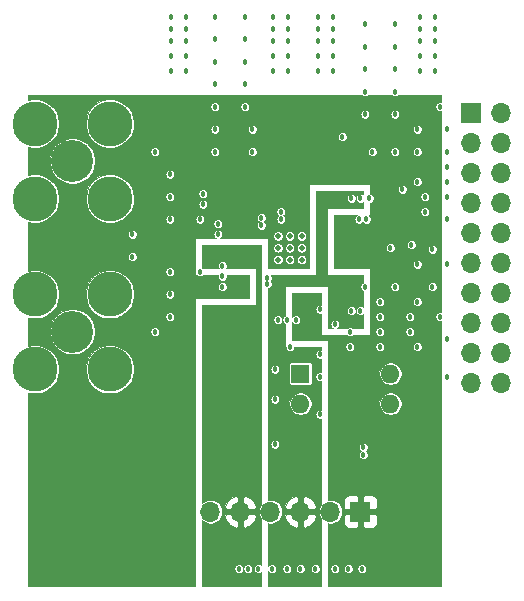
<source format=gbr>
G04 #@! TF.GenerationSoftware,KiCad,Pcbnew,(5.1.6)-1*
G04 #@! TF.CreationDate,2020-10-21T16:40:03-04:00*
G04 #@! TF.ProjectId,SAR_pcb,5341525f-7063-4622-9e6b-696361645f70,rev?*
G04 #@! TF.SameCoordinates,Original*
G04 #@! TF.FileFunction,Copper,L3,Inr*
G04 #@! TF.FilePolarity,Positive*
%FSLAX46Y46*%
G04 Gerber Fmt 4.6, Leading zero omitted, Abs format (unit mm)*
G04 Created by KiCad (PCBNEW (5.1.6)-1) date 2020-10-21 16:40:03*
%MOMM*%
%LPD*%
G01*
G04 APERTURE LIST*
G04 #@! TA.AperFunction,ViaPad*
%ADD10C,3.810000*%
G04 #@! TD*
G04 #@! TA.AperFunction,ViaPad*
%ADD11C,3.556000*%
G04 #@! TD*
G04 #@! TA.AperFunction,ViaPad*
%ADD12R,1.700000X1.700000*%
G04 #@! TD*
G04 #@! TA.AperFunction,ViaPad*
%ADD13O,1.700000X1.700000*%
G04 #@! TD*
G04 #@! TA.AperFunction,ViaPad*
%ADD14R,1.600000X1.600000*%
G04 #@! TD*
G04 #@! TA.AperFunction,ViaPad*
%ADD15O,1.600000X1.600000*%
G04 #@! TD*
G04 #@! TA.AperFunction,ViaPad*
%ADD16C,0.500000*%
G04 #@! TD*
G04 #@! TA.AperFunction,ViaPad*
%ADD17C,0.457200*%
G04 #@! TD*
G04 #@! TA.AperFunction,Conductor*
%ADD18C,0.101600*%
G04 #@! TD*
G04 APERTURE END LIST*
D10*
G04 #@! TO.N,GND*
G04 #@! TO.C,J1*
X127635000Y-82715100D03*
D11*
G04 #@! TO.N,VIN-*
X130810000Y-85890100D03*
D10*
G04 #@! TO.N,GND*
X133985000Y-82715100D03*
X127635000Y-89065100D03*
X133985000Y-89065100D03*
G04 #@! TD*
G04 #@! TO.N,GND*
G04 #@! TO.C,J2*
X133985000Y-103505000D03*
X127635000Y-103505000D03*
X133985000Y-97155000D03*
D11*
G04 #@! TO.N,VIN+*
X130810000Y-100330000D03*
D10*
G04 #@! TO.N,GND*
X127635000Y-97155000D03*
G04 #@! TD*
D12*
G04 #@! TO.N,D0*
G04 #@! TO.C,J3*
X164592000Y-81788000D03*
D13*
G04 #@! TO.N,GND*
X167132000Y-81788000D03*
G04 #@! TO.N,D1*
X164592000Y-84328000D03*
G04 #@! TO.N,GND*
X167132000Y-84328000D03*
G04 #@! TO.N,D2*
X164592000Y-86868000D03*
G04 #@! TO.N,GND*
X167132000Y-86868000D03*
G04 #@! TO.N,D3*
X164592000Y-89408000D03*
G04 #@! TO.N,GND*
X167132000Y-89408000D03*
G04 #@! TO.N,D4*
X164592000Y-91948000D03*
G04 #@! TO.N,GND*
X167132000Y-91948000D03*
G04 #@! TO.N,D5*
X164592000Y-94488000D03*
G04 #@! TO.N,GND*
X167132000Y-94488000D03*
G04 #@! TO.N,D6*
X164592000Y-97028000D03*
G04 #@! TO.N,GND*
X167132000Y-97028000D03*
G04 #@! TO.N,D7*
X164592000Y-99568000D03*
G04 #@! TO.N,GND*
X167132000Y-99568000D03*
G04 #@! TO.N,D8*
X164592000Y-102108000D03*
G04 #@! TO.N,GND*
X167132000Y-102108000D03*
G04 #@! TO.N,D9*
X164592000Y-104648000D03*
G04 #@! TO.N,GND*
X167132000Y-104648000D03*
G04 #@! TD*
D12*
G04 #@! TO.N,VDD*
G04 #@! TO.C,J4*
X155194000Y-115570000D03*
D13*
G04 #@! TO.N,GND*
X152654000Y-115570000D03*
G04 #@! TO.N,VDDPST*
X150114000Y-115570000D03*
G04 #@! TO.N,GND*
X147574000Y-115570000D03*
G04 #@! TO.N,VREF*
X145034000Y-115570000D03*
G04 #@! TO.N,GND*
X142494000Y-115570000D03*
G04 #@! TD*
D14*
G04 #@! TO.N,RST*
G04 #@! TO.C,SW1*
X150114000Y-103886000D03*
D15*
G04 #@! TO.N,GND*
X157734000Y-106426000D03*
G04 #@! TO.N,RST*
X150114000Y-106426000D03*
G04 #@! TO.N,GND*
X157734000Y-103886000D03*
G04 #@! TD*
D16*
G04 #@! TO.N,GND*
G04 #@! TO.C,U2*
X148204680Y-92233240D03*
X149204680Y-92233240D03*
X150204680Y-92233240D03*
X148204680Y-93233240D03*
X149204680Y-93233240D03*
X150204680Y-93233240D03*
X148204680Y-94233240D03*
X149204680Y-94233240D03*
X150204680Y-94233240D03*
G04 #@! TD*
D17*
G04 #@! TO.N,VDD*
X145161000Y-96393000D03*
X149733000Y-97536000D03*
X153479500Y-90868500D03*
X145212000Y-91821000D03*
G04 #@! TO.N,GND*
X155321000Y-120396000D03*
X150114000Y-120396000D03*
X145669000Y-120396000D03*
X144907000Y-120396000D03*
X155067000Y-90805000D03*
X155956000Y-89027000D03*
X154432000Y-89027000D03*
X154432000Y-98552000D03*
X149733000Y-99314000D03*
X148209000Y-99314000D03*
X141859000Y-89535000D03*
X143510000Y-96520000D03*
X143510000Y-94742000D03*
X155448000Y-110744000D03*
X155448000Y-110109000D03*
X161544000Y-74676000D03*
X160274000Y-78232000D03*
X161544000Y-78232000D03*
X161544000Y-75692000D03*
X161544000Y-73660000D03*
X160274000Y-74676000D03*
X161544000Y-76962000D03*
X160274000Y-76962000D03*
X160274000Y-73660000D03*
X160274000Y-75692000D03*
X152908000Y-74676000D03*
X151638000Y-78232000D03*
X152908000Y-78232000D03*
X152908000Y-75692000D03*
X152908000Y-73660000D03*
X151638000Y-74676000D03*
X152908000Y-76962000D03*
X151638000Y-76962000D03*
X151638000Y-73660000D03*
X151638000Y-75692000D03*
X149098000Y-74676000D03*
X147828000Y-78232000D03*
X149098000Y-78232000D03*
X149098000Y-75692000D03*
X149098000Y-73660000D03*
X147828000Y-74676000D03*
X149098000Y-76962000D03*
X147828000Y-76962000D03*
X147828000Y-73660000D03*
X147828000Y-75692000D03*
X140462000Y-78232000D03*
X139192000Y-78232000D03*
X139192000Y-76962000D03*
X140462000Y-76962000D03*
X140462000Y-75692000D03*
X139192000Y-75692000D03*
X140462000Y-74676000D03*
X139192000Y-74676000D03*
X140462000Y-73660000D03*
X139192000Y-73660000D03*
X148463000Y-90805000D03*
X146812000Y-90678000D03*
X146812000Y-91313000D03*
X148463000Y-90170000D03*
X147320000Y-95758000D03*
X147320000Y-96266000D03*
X143510000Y-95631000D03*
X141859000Y-88646000D03*
X143129000Y-91186000D03*
X143129000Y-92075000D03*
X148971000Y-99314000D03*
X155194000Y-98552000D03*
X155194000Y-89027000D03*
X155702000Y-90805000D03*
X146558000Y-120396000D03*
X147701000Y-120396000D03*
X148971000Y-120396000D03*
X151384000Y-120396000D03*
X153035000Y-120396000D03*
X154178000Y-120396000D03*
X139065000Y-86995000D03*
X137795000Y-85090000D03*
X151765000Y-102235000D03*
X151765000Y-104140000D03*
X151765000Y-107315000D03*
X154305000Y-101600000D03*
X156845000Y-101600000D03*
X160020000Y-101600000D03*
X162560000Y-104140000D03*
X151765000Y-98425000D03*
X153035000Y-99695000D03*
X154305000Y-100330000D03*
X156845000Y-100330000D03*
X159385000Y-100330000D03*
X162560000Y-100965000D03*
X156845000Y-99060000D03*
X159385000Y-99060000D03*
X161925000Y-99060000D03*
X156845000Y-97790000D03*
X160020000Y-97790000D03*
X155575000Y-96520000D03*
X158115000Y-96520000D03*
X161290000Y-96520000D03*
X160020000Y-94615000D03*
X162560000Y-94615000D03*
X161290000Y-93345000D03*
X162560000Y-90805000D03*
X160655000Y-88900000D03*
X160655000Y-90170000D03*
X162560000Y-88900000D03*
X162560000Y-87630000D03*
X162560000Y-85090000D03*
X162560000Y-86360000D03*
X160020000Y-87630000D03*
X162560000Y-83185000D03*
X160020000Y-85090000D03*
X158750000Y-88265000D03*
X159512000Y-92964000D03*
X157734000Y-93218000D03*
X158115000Y-85090000D03*
X160020000Y-83185000D03*
X161925000Y-81280000D03*
X155575000Y-74295000D03*
X155575000Y-76200000D03*
X155575000Y-78105000D03*
X155575000Y-80010000D03*
X155575000Y-81915000D03*
X142875000Y-85090000D03*
X146050000Y-85090000D03*
X153670000Y-83820000D03*
X156210000Y-85090000D03*
X149225000Y-101600000D03*
X147955000Y-103505000D03*
X147955000Y-106045000D03*
X147955000Y-109855000D03*
X158115000Y-74295000D03*
X158115000Y-76200000D03*
X158115000Y-78105000D03*
X158115000Y-80010000D03*
X158115000Y-81915000D03*
X142875000Y-73660000D03*
X145415000Y-73660000D03*
X142875000Y-75565000D03*
X145415000Y-75565000D03*
X142875000Y-77470000D03*
X145415000Y-77470000D03*
X145415000Y-79375000D03*
X142875000Y-79375000D03*
X142875000Y-81280000D03*
X145415000Y-81280000D03*
X142875000Y-83185000D03*
X146050000Y-83185000D03*
X139065000Y-88900000D03*
X139065000Y-90805000D03*
X141605000Y-90805000D03*
X139065000Y-95250000D03*
X141605000Y-95250000D03*
X139065000Y-97155000D03*
X139065000Y-99060000D03*
X137795000Y-100330000D03*
X135890000Y-92075000D03*
X135890000Y-93980000D03*
G04 #@! TO.N,VDDPST*
X150495000Y-112268000D03*
X149733000Y-112268000D03*
X148082000Y-97536000D03*
X153212800Y-97434400D03*
X152781000Y-89154000D03*
G04 #@! TO.N,VREF*
X145188653Y-94587347D03*
G04 #@! TD*
D18*
G04 #@! TO.N,VREF*
G36*
X146761200Y-114982169D02*
G01*
X146685685Y-115095186D01*
X146610122Y-115277611D01*
X146571600Y-115471272D01*
X146571600Y-115668728D01*
X146610122Y-115862389D01*
X146685685Y-116044814D01*
X146761200Y-116157831D01*
X146761200Y-120073550D01*
X146738471Y-120058363D01*
X146669133Y-120029642D01*
X146595525Y-120015000D01*
X146520475Y-120015000D01*
X146446867Y-120029642D01*
X146377529Y-120058363D01*
X146315127Y-120100058D01*
X146262058Y-120153127D01*
X146220363Y-120215529D01*
X146191642Y-120284867D01*
X146177000Y-120358475D01*
X146177000Y-120433525D01*
X146191642Y-120507133D01*
X146220363Y-120576471D01*
X146262058Y-120638873D01*
X146315127Y-120691942D01*
X146377529Y-120733637D01*
X146446867Y-120762358D01*
X146520475Y-120777000D01*
X146595525Y-120777000D01*
X146669133Y-120762358D01*
X146738471Y-120733637D01*
X146761200Y-120718450D01*
X146761200Y-121869200D01*
X141782800Y-121869200D01*
X141782800Y-120358475D01*
X144526000Y-120358475D01*
X144526000Y-120433525D01*
X144540642Y-120507133D01*
X144569363Y-120576471D01*
X144611058Y-120638873D01*
X144664127Y-120691942D01*
X144726529Y-120733637D01*
X144795867Y-120762358D01*
X144869475Y-120777000D01*
X144944525Y-120777000D01*
X145018133Y-120762358D01*
X145087471Y-120733637D01*
X145149873Y-120691942D01*
X145202942Y-120638873D01*
X145244637Y-120576471D01*
X145273358Y-120507133D01*
X145288000Y-120433525D01*
X145302642Y-120507133D01*
X145331363Y-120576471D01*
X145373058Y-120638873D01*
X145426127Y-120691942D01*
X145488529Y-120733637D01*
X145557867Y-120762358D01*
X145631475Y-120777000D01*
X145706525Y-120777000D01*
X145780133Y-120762358D01*
X145849471Y-120733637D01*
X145911873Y-120691942D01*
X145964942Y-120638873D01*
X146006637Y-120576471D01*
X146035358Y-120507133D01*
X146050000Y-120433525D01*
X146050000Y-120358475D01*
X146035358Y-120284867D01*
X146006637Y-120215529D01*
X145964942Y-120153127D01*
X145911873Y-120100058D01*
X145849471Y-120058363D01*
X145780133Y-120029642D01*
X145706525Y-120015000D01*
X145631475Y-120015000D01*
X145557867Y-120029642D01*
X145488529Y-120058363D01*
X145426127Y-120100058D01*
X145373058Y-120153127D01*
X145331363Y-120215529D01*
X145302642Y-120284867D01*
X145288000Y-120358475D01*
X145273358Y-120284867D01*
X145244637Y-120215529D01*
X145202942Y-120153127D01*
X145149873Y-120100058D01*
X145087471Y-120058363D01*
X145018133Y-120029642D01*
X144944525Y-120015000D01*
X144869475Y-120015000D01*
X144795867Y-120029642D01*
X144726529Y-120058363D01*
X144664127Y-120100058D01*
X144611058Y-120153127D01*
X144569363Y-120215529D01*
X144540642Y-120284867D01*
X144526000Y-120358475D01*
X141782800Y-120358475D01*
X141782800Y-116276408D01*
X141855007Y-116348615D01*
X142019186Y-116458315D01*
X142201611Y-116533878D01*
X142395272Y-116572400D01*
X142592728Y-116572400D01*
X142786389Y-116533878D01*
X142968814Y-116458315D01*
X143132993Y-116348615D01*
X143272615Y-116208993D01*
X143382315Y-116044814D01*
X143405525Y-115988780D01*
X143688874Y-115988780D01*
X143796420Y-116243154D01*
X143951526Y-116471659D01*
X144148230Y-116665514D01*
X144378974Y-116817269D01*
X144615221Y-116915118D01*
X144830800Y-116822727D01*
X144830800Y-115773200D01*
X145237200Y-115773200D01*
X145237200Y-116822727D01*
X145452779Y-116915118D01*
X145689026Y-116817269D01*
X145919770Y-116665514D01*
X146116474Y-116471659D01*
X146271580Y-116243154D01*
X146379126Y-115988780D01*
X146288377Y-115773200D01*
X145237200Y-115773200D01*
X144830800Y-115773200D01*
X143779623Y-115773200D01*
X143688874Y-115988780D01*
X143405525Y-115988780D01*
X143457878Y-115862389D01*
X143496400Y-115668728D01*
X143496400Y-115471272D01*
X143457878Y-115277611D01*
X143405526Y-115151220D01*
X143688874Y-115151220D01*
X143779623Y-115366800D01*
X144830800Y-115366800D01*
X144830800Y-114317273D01*
X145237200Y-114317273D01*
X145237200Y-115366800D01*
X146288377Y-115366800D01*
X146379126Y-115151220D01*
X146271580Y-114896846D01*
X146116474Y-114668341D01*
X145919770Y-114474486D01*
X145689026Y-114322731D01*
X145452779Y-114224882D01*
X145237200Y-114317273D01*
X144830800Y-114317273D01*
X144615221Y-114224882D01*
X144378974Y-114322731D01*
X144148230Y-114474486D01*
X143951526Y-114668341D01*
X143796420Y-114896846D01*
X143688874Y-115151220D01*
X143405526Y-115151220D01*
X143382315Y-115095186D01*
X143272615Y-114931007D01*
X143132993Y-114791385D01*
X142968814Y-114681685D01*
X142786389Y-114606122D01*
X142592728Y-114567600D01*
X142395272Y-114567600D01*
X142201611Y-114606122D01*
X142019186Y-114681685D01*
X141855007Y-114791385D01*
X141782800Y-114863592D01*
X141782800Y-98094800D01*
X146304000Y-98094800D01*
X146313911Y-98093824D01*
X146323440Y-98090933D01*
X146332223Y-98086239D01*
X146339921Y-98079921D01*
X146346239Y-98072223D01*
X146350933Y-98063440D01*
X146353824Y-98053911D01*
X146354800Y-98044000D01*
X146354800Y-94996000D01*
X146353824Y-94986089D01*
X146350933Y-94976560D01*
X146346239Y-94967777D01*
X146339921Y-94960079D01*
X146332223Y-94953761D01*
X146323440Y-94949067D01*
X146313911Y-94946176D01*
X146304000Y-94945200D01*
X143832450Y-94945200D01*
X143847637Y-94922471D01*
X143876358Y-94853133D01*
X143891000Y-94779525D01*
X143891000Y-94704475D01*
X143876358Y-94630867D01*
X143847637Y-94561529D01*
X143805942Y-94499127D01*
X143752873Y-94446058D01*
X143690471Y-94404363D01*
X143621133Y-94375642D01*
X143547525Y-94361000D01*
X143472475Y-94361000D01*
X143398867Y-94375642D01*
X143329529Y-94404363D01*
X143267127Y-94446058D01*
X143214058Y-94499127D01*
X143172363Y-94561529D01*
X143143642Y-94630867D01*
X143129000Y-94704475D01*
X143129000Y-94779525D01*
X143143642Y-94853133D01*
X143172363Y-94922471D01*
X143187550Y-94945200D01*
X141834616Y-94945200D01*
X141785471Y-94912363D01*
X141782800Y-94911257D01*
X141782800Y-93014800D01*
X146761200Y-93014800D01*
X146761200Y-114982169D01*
G37*
X146761200Y-114982169D02*
X146685685Y-115095186D01*
X146610122Y-115277611D01*
X146571600Y-115471272D01*
X146571600Y-115668728D01*
X146610122Y-115862389D01*
X146685685Y-116044814D01*
X146761200Y-116157831D01*
X146761200Y-120073550D01*
X146738471Y-120058363D01*
X146669133Y-120029642D01*
X146595525Y-120015000D01*
X146520475Y-120015000D01*
X146446867Y-120029642D01*
X146377529Y-120058363D01*
X146315127Y-120100058D01*
X146262058Y-120153127D01*
X146220363Y-120215529D01*
X146191642Y-120284867D01*
X146177000Y-120358475D01*
X146177000Y-120433525D01*
X146191642Y-120507133D01*
X146220363Y-120576471D01*
X146262058Y-120638873D01*
X146315127Y-120691942D01*
X146377529Y-120733637D01*
X146446867Y-120762358D01*
X146520475Y-120777000D01*
X146595525Y-120777000D01*
X146669133Y-120762358D01*
X146738471Y-120733637D01*
X146761200Y-120718450D01*
X146761200Y-121869200D01*
X141782800Y-121869200D01*
X141782800Y-120358475D01*
X144526000Y-120358475D01*
X144526000Y-120433525D01*
X144540642Y-120507133D01*
X144569363Y-120576471D01*
X144611058Y-120638873D01*
X144664127Y-120691942D01*
X144726529Y-120733637D01*
X144795867Y-120762358D01*
X144869475Y-120777000D01*
X144944525Y-120777000D01*
X145018133Y-120762358D01*
X145087471Y-120733637D01*
X145149873Y-120691942D01*
X145202942Y-120638873D01*
X145244637Y-120576471D01*
X145273358Y-120507133D01*
X145288000Y-120433525D01*
X145302642Y-120507133D01*
X145331363Y-120576471D01*
X145373058Y-120638873D01*
X145426127Y-120691942D01*
X145488529Y-120733637D01*
X145557867Y-120762358D01*
X145631475Y-120777000D01*
X145706525Y-120777000D01*
X145780133Y-120762358D01*
X145849471Y-120733637D01*
X145911873Y-120691942D01*
X145964942Y-120638873D01*
X146006637Y-120576471D01*
X146035358Y-120507133D01*
X146050000Y-120433525D01*
X146050000Y-120358475D01*
X146035358Y-120284867D01*
X146006637Y-120215529D01*
X145964942Y-120153127D01*
X145911873Y-120100058D01*
X145849471Y-120058363D01*
X145780133Y-120029642D01*
X145706525Y-120015000D01*
X145631475Y-120015000D01*
X145557867Y-120029642D01*
X145488529Y-120058363D01*
X145426127Y-120100058D01*
X145373058Y-120153127D01*
X145331363Y-120215529D01*
X145302642Y-120284867D01*
X145288000Y-120358475D01*
X145273358Y-120284867D01*
X145244637Y-120215529D01*
X145202942Y-120153127D01*
X145149873Y-120100058D01*
X145087471Y-120058363D01*
X145018133Y-120029642D01*
X144944525Y-120015000D01*
X144869475Y-120015000D01*
X144795867Y-120029642D01*
X144726529Y-120058363D01*
X144664127Y-120100058D01*
X144611058Y-120153127D01*
X144569363Y-120215529D01*
X144540642Y-120284867D01*
X144526000Y-120358475D01*
X141782800Y-120358475D01*
X141782800Y-116276408D01*
X141855007Y-116348615D01*
X142019186Y-116458315D01*
X142201611Y-116533878D01*
X142395272Y-116572400D01*
X142592728Y-116572400D01*
X142786389Y-116533878D01*
X142968814Y-116458315D01*
X143132993Y-116348615D01*
X143272615Y-116208993D01*
X143382315Y-116044814D01*
X143405525Y-115988780D01*
X143688874Y-115988780D01*
X143796420Y-116243154D01*
X143951526Y-116471659D01*
X144148230Y-116665514D01*
X144378974Y-116817269D01*
X144615221Y-116915118D01*
X144830800Y-116822727D01*
X144830800Y-115773200D01*
X145237200Y-115773200D01*
X145237200Y-116822727D01*
X145452779Y-116915118D01*
X145689026Y-116817269D01*
X145919770Y-116665514D01*
X146116474Y-116471659D01*
X146271580Y-116243154D01*
X146379126Y-115988780D01*
X146288377Y-115773200D01*
X145237200Y-115773200D01*
X144830800Y-115773200D01*
X143779623Y-115773200D01*
X143688874Y-115988780D01*
X143405525Y-115988780D01*
X143457878Y-115862389D01*
X143496400Y-115668728D01*
X143496400Y-115471272D01*
X143457878Y-115277611D01*
X143405526Y-115151220D01*
X143688874Y-115151220D01*
X143779623Y-115366800D01*
X144830800Y-115366800D01*
X144830800Y-114317273D01*
X145237200Y-114317273D01*
X145237200Y-115366800D01*
X146288377Y-115366800D01*
X146379126Y-115151220D01*
X146271580Y-114896846D01*
X146116474Y-114668341D01*
X145919770Y-114474486D01*
X145689026Y-114322731D01*
X145452779Y-114224882D01*
X145237200Y-114317273D01*
X144830800Y-114317273D01*
X144615221Y-114224882D01*
X144378974Y-114322731D01*
X144148230Y-114474486D01*
X143951526Y-114668341D01*
X143796420Y-114896846D01*
X143688874Y-115151220D01*
X143405526Y-115151220D01*
X143382315Y-115095186D01*
X143272615Y-114931007D01*
X143132993Y-114791385D01*
X142968814Y-114681685D01*
X142786389Y-114606122D01*
X142592728Y-114567600D01*
X142395272Y-114567600D01*
X142201611Y-114606122D01*
X142019186Y-114681685D01*
X141855007Y-114791385D01*
X141782800Y-114863592D01*
X141782800Y-98094800D01*
X146304000Y-98094800D01*
X146313911Y-98093824D01*
X146323440Y-98090933D01*
X146332223Y-98086239D01*
X146339921Y-98079921D01*
X146346239Y-98072223D01*
X146350933Y-98063440D01*
X146353824Y-98053911D01*
X146354800Y-98044000D01*
X146354800Y-94996000D01*
X146353824Y-94986089D01*
X146350933Y-94976560D01*
X146346239Y-94967777D01*
X146339921Y-94960079D01*
X146332223Y-94953761D01*
X146323440Y-94949067D01*
X146313911Y-94946176D01*
X146304000Y-94945200D01*
X143832450Y-94945200D01*
X143847637Y-94922471D01*
X143876358Y-94853133D01*
X143891000Y-94779525D01*
X143891000Y-94704475D01*
X143876358Y-94630867D01*
X143847637Y-94561529D01*
X143805942Y-94499127D01*
X143752873Y-94446058D01*
X143690471Y-94404363D01*
X143621133Y-94375642D01*
X143547525Y-94361000D01*
X143472475Y-94361000D01*
X143398867Y-94375642D01*
X143329529Y-94404363D01*
X143267127Y-94446058D01*
X143214058Y-94499127D01*
X143172363Y-94561529D01*
X143143642Y-94630867D01*
X143129000Y-94704475D01*
X143129000Y-94779525D01*
X143143642Y-94853133D01*
X143172363Y-94922471D01*
X143187550Y-94945200D01*
X141834616Y-94945200D01*
X141785471Y-94912363D01*
X141782800Y-94911257D01*
X141782800Y-93014800D01*
X146761200Y-93014800D01*
X146761200Y-114982169D01*
G04 #@! TO.N,VDDPST*
G36*
X155397200Y-88704550D02*
G01*
X155374471Y-88689363D01*
X155305133Y-88660642D01*
X155231525Y-88646000D01*
X155156475Y-88646000D01*
X155082867Y-88660642D01*
X155013529Y-88689363D01*
X154951127Y-88731058D01*
X154898058Y-88784127D01*
X154856363Y-88846529D01*
X154827642Y-88915867D01*
X154813000Y-88989475D01*
X154798358Y-88915867D01*
X154769637Y-88846529D01*
X154727942Y-88784127D01*
X154674873Y-88731058D01*
X154612471Y-88689363D01*
X154543133Y-88660642D01*
X154469525Y-88646000D01*
X154394475Y-88646000D01*
X154320867Y-88660642D01*
X154251529Y-88689363D01*
X154189127Y-88731058D01*
X154136058Y-88784127D01*
X154094363Y-88846529D01*
X154065642Y-88915867D01*
X154051000Y-88989475D01*
X154051000Y-89064525D01*
X154065642Y-89138133D01*
X154094363Y-89207471D01*
X154136058Y-89269873D01*
X154189127Y-89322942D01*
X154251529Y-89364637D01*
X154320867Y-89393358D01*
X154394475Y-89408000D01*
X154469525Y-89408000D01*
X154543133Y-89393358D01*
X154612471Y-89364637D01*
X154674873Y-89322942D01*
X154727942Y-89269873D01*
X154769637Y-89207471D01*
X154798358Y-89138133D01*
X154813000Y-89064525D01*
X154827642Y-89138133D01*
X154856363Y-89207471D01*
X154898058Y-89269873D01*
X154951127Y-89322942D01*
X155013529Y-89364637D01*
X155082867Y-89393358D01*
X155156475Y-89408000D01*
X155231525Y-89408000D01*
X155305133Y-89393358D01*
X155374471Y-89364637D01*
X155397200Y-89349450D01*
X155397200Y-89865200D01*
X152400000Y-89865200D01*
X152390089Y-89866176D01*
X152380560Y-89869067D01*
X152371777Y-89873761D01*
X152364079Y-89880079D01*
X152357761Y-89887777D01*
X152353067Y-89896560D01*
X152350176Y-89906089D01*
X152349200Y-89916000D01*
X152349200Y-95504000D01*
X152350176Y-95513911D01*
X152353067Y-95523440D01*
X152357761Y-95532223D01*
X152364079Y-95539921D01*
X152371777Y-95546239D01*
X152380560Y-95550933D01*
X152390089Y-95553824D01*
X152400000Y-95554800D01*
X155397200Y-95554800D01*
X155397200Y-96181257D01*
X155394529Y-96182363D01*
X155332127Y-96224058D01*
X155279058Y-96277127D01*
X155237363Y-96339529D01*
X155208642Y-96408867D01*
X155194000Y-96482475D01*
X155194000Y-96557525D01*
X155208642Y-96631133D01*
X155237363Y-96700471D01*
X155279058Y-96762873D01*
X155332127Y-96815942D01*
X155394529Y-96857637D01*
X155397200Y-96858743D01*
X155397200Y-98229550D01*
X155374471Y-98214363D01*
X155305133Y-98185642D01*
X155231525Y-98171000D01*
X155156475Y-98171000D01*
X155082867Y-98185642D01*
X155013529Y-98214363D01*
X154951127Y-98256058D01*
X154898058Y-98309127D01*
X154856363Y-98371529D01*
X154827642Y-98440867D01*
X154813000Y-98514475D01*
X154798358Y-98440867D01*
X154769637Y-98371529D01*
X154727942Y-98309127D01*
X154674873Y-98256058D01*
X154612471Y-98214363D01*
X154543133Y-98185642D01*
X154469525Y-98171000D01*
X154394475Y-98171000D01*
X154320867Y-98185642D01*
X154251529Y-98214363D01*
X154189127Y-98256058D01*
X154136058Y-98309127D01*
X154094363Y-98371529D01*
X154065642Y-98440867D01*
X154051000Y-98514475D01*
X154051000Y-98589525D01*
X154065642Y-98663133D01*
X154094363Y-98732471D01*
X154136058Y-98794873D01*
X154189127Y-98847942D01*
X154251529Y-98889637D01*
X154320867Y-98918358D01*
X154394475Y-98933000D01*
X154469525Y-98933000D01*
X154543133Y-98918358D01*
X154612471Y-98889637D01*
X154674873Y-98847942D01*
X154727942Y-98794873D01*
X154769637Y-98732471D01*
X154798358Y-98663133D01*
X154813000Y-98589525D01*
X154827642Y-98663133D01*
X154856363Y-98732471D01*
X154898058Y-98794873D01*
X154951127Y-98847942D01*
X155013529Y-98889637D01*
X155082867Y-98918358D01*
X155156475Y-98933000D01*
X155231525Y-98933000D01*
X155305133Y-98918358D01*
X155374471Y-98889637D01*
X155397200Y-98874450D01*
X155397200Y-100025200D01*
X154534616Y-100025200D01*
X154485471Y-99992363D01*
X154416133Y-99963642D01*
X154342525Y-99949000D01*
X154267475Y-99949000D01*
X154193867Y-99963642D01*
X154124529Y-99992363D01*
X154075384Y-100025200D01*
X153226601Y-100025200D01*
X153277873Y-99990942D01*
X153330942Y-99937873D01*
X153372637Y-99875471D01*
X153401358Y-99806133D01*
X153416000Y-99732525D01*
X153416000Y-99657475D01*
X153401358Y-99583867D01*
X153372637Y-99514529D01*
X153330942Y-99452127D01*
X153277873Y-99399058D01*
X153215471Y-99357363D01*
X153146133Y-99328642D01*
X153072525Y-99314000D01*
X152997475Y-99314000D01*
X152923867Y-99328642D01*
X152854529Y-99357363D01*
X152792127Y-99399058D01*
X152739058Y-99452127D01*
X152697363Y-99514529D01*
X152668642Y-99583867D01*
X152654000Y-99657475D01*
X152654000Y-99732525D01*
X152668642Y-99806133D01*
X152697363Y-99875471D01*
X152739058Y-99937873D01*
X152792127Y-99990942D01*
X152843399Y-100025200D01*
X152450800Y-100025200D01*
X152450800Y-96520000D01*
X152449824Y-96510089D01*
X152446933Y-96500560D01*
X152442239Y-96491777D01*
X152435921Y-96484079D01*
X152428223Y-96477761D01*
X152419440Y-96473067D01*
X152409911Y-96470176D01*
X152400000Y-96469200D01*
X148844000Y-96469200D01*
X148834089Y-96470176D01*
X148824560Y-96473067D01*
X148815777Y-96477761D01*
X148808079Y-96484079D01*
X148801761Y-96491777D01*
X148797067Y-96500560D01*
X148794176Y-96510089D01*
X148793200Y-96520000D01*
X148793200Y-98975257D01*
X148790529Y-98976363D01*
X148728127Y-99018058D01*
X148675058Y-99071127D01*
X148633363Y-99133529D01*
X148604642Y-99202867D01*
X148590000Y-99276475D01*
X148575358Y-99202867D01*
X148546637Y-99133529D01*
X148504942Y-99071127D01*
X148451873Y-99018058D01*
X148389471Y-98976363D01*
X148320133Y-98947642D01*
X148246525Y-98933000D01*
X148171475Y-98933000D01*
X148097867Y-98947642D01*
X148028529Y-98976363D01*
X147966127Y-99018058D01*
X147913058Y-99071127D01*
X147871363Y-99133529D01*
X147842642Y-99202867D01*
X147828000Y-99276475D01*
X147828000Y-99351525D01*
X147842642Y-99425133D01*
X147871363Y-99494471D01*
X147913058Y-99556873D01*
X147966127Y-99609942D01*
X148028529Y-99651637D01*
X148097867Y-99680358D01*
X148171475Y-99695000D01*
X148246525Y-99695000D01*
X148320133Y-99680358D01*
X148389471Y-99651637D01*
X148451873Y-99609942D01*
X148504942Y-99556873D01*
X148546637Y-99494471D01*
X148575358Y-99425133D01*
X148590000Y-99351525D01*
X148604642Y-99425133D01*
X148633363Y-99494471D01*
X148675058Y-99556873D01*
X148728127Y-99609942D01*
X148790529Y-99651637D01*
X148793200Y-99652743D01*
X148793200Y-101600000D01*
X148794176Y-101609911D01*
X148797067Y-101619440D01*
X148801761Y-101628223D01*
X148808079Y-101635921D01*
X148815777Y-101642239D01*
X148824560Y-101646933D01*
X148834089Y-101649824D01*
X148844000Y-101650800D01*
X148846641Y-101650800D01*
X148858642Y-101711133D01*
X148887363Y-101780471D01*
X148929058Y-101842873D01*
X148982127Y-101895942D01*
X149044529Y-101937637D01*
X149113867Y-101966358D01*
X149187475Y-101981000D01*
X149262525Y-101981000D01*
X149336133Y-101966358D01*
X149405471Y-101937637D01*
X149467873Y-101895942D01*
X149520942Y-101842873D01*
X149562637Y-101780471D01*
X149591358Y-101711133D01*
X149603359Y-101650800D01*
X151841200Y-101650800D01*
X151841200Y-101861693D01*
X151802525Y-101854000D01*
X151727475Y-101854000D01*
X151653867Y-101868642D01*
X151584529Y-101897363D01*
X151522127Y-101939058D01*
X151469058Y-101992127D01*
X151427363Y-102054529D01*
X151398642Y-102123867D01*
X151384000Y-102197475D01*
X151384000Y-102272525D01*
X151398642Y-102346133D01*
X151427363Y-102415471D01*
X151469058Y-102477873D01*
X151522127Y-102530942D01*
X151584529Y-102572637D01*
X151653867Y-102601358D01*
X151727475Y-102616000D01*
X151802525Y-102616000D01*
X151841200Y-102608307D01*
X151841200Y-103766693D01*
X151802525Y-103759000D01*
X151727475Y-103759000D01*
X151653867Y-103773642D01*
X151584529Y-103802363D01*
X151522127Y-103844058D01*
X151469058Y-103897127D01*
X151427363Y-103959529D01*
X151398642Y-104028867D01*
X151384000Y-104102475D01*
X151384000Y-104177525D01*
X151398642Y-104251133D01*
X151427363Y-104320471D01*
X151469058Y-104382873D01*
X151522127Y-104435942D01*
X151584529Y-104477637D01*
X151653867Y-104506358D01*
X151727475Y-104521000D01*
X151802525Y-104521000D01*
X151841200Y-104513307D01*
X151841200Y-106941693D01*
X151802525Y-106934000D01*
X151727475Y-106934000D01*
X151653867Y-106948642D01*
X151584529Y-106977363D01*
X151522127Y-107019058D01*
X151469058Y-107072127D01*
X151427363Y-107134529D01*
X151398642Y-107203867D01*
X151384000Y-107277475D01*
X151384000Y-107352525D01*
X151398642Y-107426133D01*
X151427363Y-107495471D01*
X151469058Y-107557873D01*
X151522127Y-107610942D01*
X151584529Y-107652637D01*
X151653867Y-107681358D01*
X151727475Y-107696000D01*
X151802525Y-107696000D01*
X151841200Y-107688307D01*
X151841200Y-114982169D01*
X151765685Y-115095186D01*
X151690122Y-115277611D01*
X151651600Y-115471272D01*
X151651600Y-115668728D01*
X151690122Y-115862389D01*
X151765685Y-116044814D01*
X151841200Y-116157831D01*
X151841200Y-121869200D01*
X147370800Y-121869200D01*
X147370800Y-120587601D01*
X147405058Y-120638873D01*
X147458127Y-120691942D01*
X147520529Y-120733637D01*
X147589867Y-120762358D01*
X147663475Y-120777000D01*
X147738525Y-120777000D01*
X147812133Y-120762358D01*
X147881471Y-120733637D01*
X147943873Y-120691942D01*
X147996942Y-120638873D01*
X148038637Y-120576471D01*
X148067358Y-120507133D01*
X148082000Y-120433525D01*
X148082000Y-120358475D01*
X148590000Y-120358475D01*
X148590000Y-120433525D01*
X148604642Y-120507133D01*
X148633363Y-120576471D01*
X148675058Y-120638873D01*
X148728127Y-120691942D01*
X148790529Y-120733637D01*
X148859867Y-120762358D01*
X148933475Y-120777000D01*
X149008525Y-120777000D01*
X149082133Y-120762358D01*
X149151471Y-120733637D01*
X149213873Y-120691942D01*
X149266942Y-120638873D01*
X149308637Y-120576471D01*
X149337358Y-120507133D01*
X149352000Y-120433525D01*
X149352000Y-120358475D01*
X149733000Y-120358475D01*
X149733000Y-120433525D01*
X149747642Y-120507133D01*
X149776363Y-120576471D01*
X149818058Y-120638873D01*
X149871127Y-120691942D01*
X149933529Y-120733637D01*
X150002867Y-120762358D01*
X150076475Y-120777000D01*
X150151525Y-120777000D01*
X150225133Y-120762358D01*
X150294471Y-120733637D01*
X150356873Y-120691942D01*
X150409942Y-120638873D01*
X150451637Y-120576471D01*
X150480358Y-120507133D01*
X150495000Y-120433525D01*
X150495000Y-120358475D01*
X151003000Y-120358475D01*
X151003000Y-120433525D01*
X151017642Y-120507133D01*
X151046363Y-120576471D01*
X151088058Y-120638873D01*
X151141127Y-120691942D01*
X151203529Y-120733637D01*
X151272867Y-120762358D01*
X151346475Y-120777000D01*
X151421525Y-120777000D01*
X151495133Y-120762358D01*
X151564471Y-120733637D01*
X151626873Y-120691942D01*
X151679942Y-120638873D01*
X151721637Y-120576471D01*
X151750358Y-120507133D01*
X151765000Y-120433525D01*
X151765000Y-120358475D01*
X151750358Y-120284867D01*
X151721637Y-120215529D01*
X151679942Y-120153127D01*
X151626873Y-120100058D01*
X151564471Y-120058363D01*
X151495133Y-120029642D01*
X151421525Y-120015000D01*
X151346475Y-120015000D01*
X151272867Y-120029642D01*
X151203529Y-120058363D01*
X151141127Y-120100058D01*
X151088058Y-120153127D01*
X151046363Y-120215529D01*
X151017642Y-120284867D01*
X151003000Y-120358475D01*
X150495000Y-120358475D01*
X150480358Y-120284867D01*
X150451637Y-120215529D01*
X150409942Y-120153127D01*
X150356873Y-120100058D01*
X150294471Y-120058363D01*
X150225133Y-120029642D01*
X150151525Y-120015000D01*
X150076475Y-120015000D01*
X150002867Y-120029642D01*
X149933529Y-120058363D01*
X149871127Y-120100058D01*
X149818058Y-120153127D01*
X149776363Y-120215529D01*
X149747642Y-120284867D01*
X149733000Y-120358475D01*
X149352000Y-120358475D01*
X149337358Y-120284867D01*
X149308637Y-120215529D01*
X149266942Y-120153127D01*
X149213873Y-120100058D01*
X149151471Y-120058363D01*
X149082133Y-120029642D01*
X149008525Y-120015000D01*
X148933475Y-120015000D01*
X148859867Y-120029642D01*
X148790529Y-120058363D01*
X148728127Y-120100058D01*
X148675058Y-120153127D01*
X148633363Y-120215529D01*
X148604642Y-120284867D01*
X148590000Y-120358475D01*
X148082000Y-120358475D01*
X148067358Y-120284867D01*
X148038637Y-120215529D01*
X147996942Y-120153127D01*
X147943873Y-120100058D01*
X147881471Y-120058363D01*
X147812133Y-120029642D01*
X147738525Y-120015000D01*
X147663475Y-120015000D01*
X147589867Y-120029642D01*
X147520529Y-120058363D01*
X147458127Y-120100058D01*
X147405058Y-120153127D01*
X147370800Y-120204399D01*
X147370800Y-116551619D01*
X147475272Y-116572400D01*
X147672728Y-116572400D01*
X147866389Y-116533878D01*
X148048814Y-116458315D01*
X148212993Y-116348615D01*
X148352615Y-116208993D01*
X148462315Y-116044814D01*
X148485525Y-115988780D01*
X148768874Y-115988780D01*
X148876420Y-116243154D01*
X149031526Y-116471659D01*
X149228230Y-116665514D01*
X149458974Y-116817269D01*
X149695221Y-116915118D01*
X149910800Y-116822727D01*
X149910800Y-115773200D01*
X150317200Y-115773200D01*
X150317200Y-116822727D01*
X150532779Y-116915118D01*
X150769026Y-116817269D01*
X150999770Y-116665514D01*
X151196474Y-116471659D01*
X151351580Y-116243154D01*
X151459126Y-115988780D01*
X151368377Y-115773200D01*
X150317200Y-115773200D01*
X149910800Y-115773200D01*
X148859623Y-115773200D01*
X148768874Y-115988780D01*
X148485525Y-115988780D01*
X148537878Y-115862389D01*
X148576400Y-115668728D01*
X148576400Y-115471272D01*
X148537878Y-115277611D01*
X148485526Y-115151220D01*
X148768874Y-115151220D01*
X148859623Y-115366800D01*
X149910800Y-115366800D01*
X149910800Y-114317273D01*
X150317200Y-114317273D01*
X150317200Y-115366800D01*
X151368377Y-115366800D01*
X151459126Y-115151220D01*
X151351580Y-114896846D01*
X151196474Y-114668341D01*
X150999770Y-114474486D01*
X150769026Y-114322731D01*
X150532779Y-114224882D01*
X150317200Y-114317273D01*
X149910800Y-114317273D01*
X149695221Y-114224882D01*
X149458974Y-114322731D01*
X149228230Y-114474486D01*
X149031526Y-114668341D01*
X148876420Y-114896846D01*
X148768874Y-115151220D01*
X148485526Y-115151220D01*
X148462315Y-115095186D01*
X148352615Y-114931007D01*
X148212993Y-114791385D01*
X148048814Y-114681685D01*
X147866389Y-114606122D01*
X147672728Y-114567600D01*
X147475272Y-114567600D01*
X147370800Y-114588381D01*
X147370800Y-109817475D01*
X147574000Y-109817475D01*
X147574000Y-109892525D01*
X147588642Y-109966133D01*
X147617363Y-110035471D01*
X147659058Y-110097873D01*
X147712127Y-110150942D01*
X147774529Y-110192637D01*
X147843867Y-110221358D01*
X147917475Y-110236000D01*
X147992525Y-110236000D01*
X148066133Y-110221358D01*
X148135471Y-110192637D01*
X148197873Y-110150942D01*
X148250942Y-110097873D01*
X148292637Y-110035471D01*
X148321358Y-109966133D01*
X148336000Y-109892525D01*
X148336000Y-109817475D01*
X148321358Y-109743867D01*
X148292637Y-109674529D01*
X148250942Y-109612127D01*
X148197873Y-109559058D01*
X148135471Y-109517363D01*
X148066133Y-109488642D01*
X147992525Y-109474000D01*
X147917475Y-109474000D01*
X147843867Y-109488642D01*
X147774529Y-109517363D01*
X147712127Y-109559058D01*
X147659058Y-109612127D01*
X147617363Y-109674529D01*
X147588642Y-109743867D01*
X147574000Y-109817475D01*
X147370800Y-109817475D01*
X147370800Y-106007475D01*
X147574000Y-106007475D01*
X147574000Y-106082525D01*
X147588642Y-106156133D01*
X147617363Y-106225471D01*
X147659058Y-106287873D01*
X147712127Y-106340942D01*
X147774529Y-106382637D01*
X147843867Y-106411358D01*
X147917475Y-106426000D01*
X147992525Y-106426000D01*
X148066133Y-106411358D01*
X148135471Y-106382637D01*
X148197873Y-106340942D01*
X148206618Y-106332197D01*
X149161600Y-106332197D01*
X149161600Y-106519803D01*
X149198200Y-106703805D01*
X149269994Y-106877130D01*
X149374223Y-107033119D01*
X149506881Y-107165777D01*
X149662870Y-107270006D01*
X149836195Y-107341800D01*
X150020197Y-107378400D01*
X150207803Y-107378400D01*
X150391805Y-107341800D01*
X150565130Y-107270006D01*
X150721119Y-107165777D01*
X150853777Y-107033119D01*
X150958006Y-106877130D01*
X151029800Y-106703805D01*
X151066400Y-106519803D01*
X151066400Y-106332197D01*
X151029800Y-106148195D01*
X150958006Y-105974870D01*
X150853777Y-105818881D01*
X150721119Y-105686223D01*
X150565130Y-105581994D01*
X150391805Y-105510200D01*
X150207803Y-105473600D01*
X150020197Y-105473600D01*
X149836195Y-105510200D01*
X149662870Y-105581994D01*
X149506881Y-105686223D01*
X149374223Y-105818881D01*
X149269994Y-105974870D01*
X149198200Y-106148195D01*
X149161600Y-106332197D01*
X148206618Y-106332197D01*
X148250942Y-106287873D01*
X148292637Y-106225471D01*
X148321358Y-106156133D01*
X148336000Y-106082525D01*
X148336000Y-106007475D01*
X148321358Y-105933867D01*
X148292637Y-105864529D01*
X148250942Y-105802127D01*
X148197873Y-105749058D01*
X148135471Y-105707363D01*
X148066133Y-105678642D01*
X147992525Y-105664000D01*
X147917475Y-105664000D01*
X147843867Y-105678642D01*
X147774529Y-105707363D01*
X147712127Y-105749058D01*
X147659058Y-105802127D01*
X147617363Y-105864529D01*
X147588642Y-105933867D01*
X147574000Y-106007475D01*
X147370800Y-106007475D01*
X147370800Y-103467475D01*
X147574000Y-103467475D01*
X147574000Y-103542525D01*
X147588642Y-103616133D01*
X147617363Y-103685471D01*
X147659058Y-103747873D01*
X147712127Y-103800942D01*
X147774529Y-103842637D01*
X147843867Y-103871358D01*
X147917475Y-103886000D01*
X147992525Y-103886000D01*
X148066133Y-103871358D01*
X148135471Y-103842637D01*
X148197873Y-103800942D01*
X148250942Y-103747873D01*
X148292637Y-103685471D01*
X148321358Y-103616133D01*
X148336000Y-103542525D01*
X148336000Y-103467475D01*
X148321358Y-103393867D01*
X148292637Y-103324529D01*
X148250942Y-103262127D01*
X148197873Y-103209058D01*
X148135471Y-103167363D01*
X148066133Y-103138642D01*
X147992525Y-103124000D01*
X147917475Y-103124000D01*
X147843867Y-103138642D01*
X147774529Y-103167363D01*
X147712127Y-103209058D01*
X147659058Y-103262127D01*
X147617363Y-103324529D01*
X147588642Y-103393867D01*
X147574000Y-103467475D01*
X147370800Y-103467475D01*
X147370800Y-103086000D01*
X149160863Y-103086000D01*
X149160863Y-104686000D01*
X149163805Y-104715876D01*
X149172520Y-104744603D01*
X149186671Y-104771078D01*
X149205716Y-104794284D01*
X149228922Y-104813329D01*
X149255397Y-104827480D01*
X149284124Y-104836195D01*
X149314000Y-104839137D01*
X150914000Y-104839137D01*
X150943876Y-104836195D01*
X150972603Y-104827480D01*
X150999078Y-104813329D01*
X151022284Y-104794284D01*
X151041329Y-104771078D01*
X151055480Y-104744603D01*
X151064195Y-104715876D01*
X151067137Y-104686000D01*
X151067137Y-103086000D01*
X151064195Y-103056124D01*
X151055480Y-103027397D01*
X151041329Y-103000922D01*
X151022284Y-102977716D01*
X150999078Y-102958671D01*
X150972603Y-102944520D01*
X150943876Y-102935805D01*
X150914000Y-102932863D01*
X149314000Y-102932863D01*
X149284124Y-102935805D01*
X149255397Y-102944520D01*
X149228922Y-102958671D01*
X149205716Y-102977716D01*
X149186671Y-103000922D01*
X149172520Y-103027397D01*
X149163805Y-103056124D01*
X149160863Y-103086000D01*
X147370800Y-103086000D01*
X147370800Y-96644359D01*
X147431133Y-96632358D01*
X147500471Y-96603637D01*
X147562873Y-96561942D01*
X147615942Y-96508873D01*
X147657637Y-96446471D01*
X147686358Y-96377133D01*
X147701000Y-96303525D01*
X147701000Y-96228475D01*
X147686358Y-96154867D01*
X147657637Y-96085529D01*
X147615942Y-96023127D01*
X147604815Y-96012000D01*
X147615942Y-96000873D01*
X147657637Y-95938471D01*
X147686358Y-95869133D01*
X147701000Y-95795525D01*
X147701000Y-95720475D01*
X147686358Y-95646867D01*
X147657637Y-95577529D01*
X147642450Y-95554800D01*
X151384000Y-95554800D01*
X151393911Y-95553824D01*
X151403440Y-95550933D01*
X151412223Y-95546239D01*
X151419921Y-95539921D01*
X151426239Y-95532223D01*
X151430933Y-95523440D01*
X151433824Y-95513911D01*
X151434800Y-95504000D01*
X151434800Y-88442800D01*
X155397200Y-88442800D01*
X155397200Y-88704550D01*
G37*
X155397200Y-88704550D02*
X155374471Y-88689363D01*
X155305133Y-88660642D01*
X155231525Y-88646000D01*
X155156475Y-88646000D01*
X155082867Y-88660642D01*
X155013529Y-88689363D01*
X154951127Y-88731058D01*
X154898058Y-88784127D01*
X154856363Y-88846529D01*
X154827642Y-88915867D01*
X154813000Y-88989475D01*
X154798358Y-88915867D01*
X154769637Y-88846529D01*
X154727942Y-88784127D01*
X154674873Y-88731058D01*
X154612471Y-88689363D01*
X154543133Y-88660642D01*
X154469525Y-88646000D01*
X154394475Y-88646000D01*
X154320867Y-88660642D01*
X154251529Y-88689363D01*
X154189127Y-88731058D01*
X154136058Y-88784127D01*
X154094363Y-88846529D01*
X154065642Y-88915867D01*
X154051000Y-88989475D01*
X154051000Y-89064525D01*
X154065642Y-89138133D01*
X154094363Y-89207471D01*
X154136058Y-89269873D01*
X154189127Y-89322942D01*
X154251529Y-89364637D01*
X154320867Y-89393358D01*
X154394475Y-89408000D01*
X154469525Y-89408000D01*
X154543133Y-89393358D01*
X154612471Y-89364637D01*
X154674873Y-89322942D01*
X154727942Y-89269873D01*
X154769637Y-89207471D01*
X154798358Y-89138133D01*
X154813000Y-89064525D01*
X154827642Y-89138133D01*
X154856363Y-89207471D01*
X154898058Y-89269873D01*
X154951127Y-89322942D01*
X155013529Y-89364637D01*
X155082867Y-89393358D01*
X155156475Y-89408000D01*
X155231525Y-89408000D01*
X155305133Y-89393358D01*
X155374471Y-89364637D01*
X155397200Y-89349450D01*
X155397200Y-89865200D01*
X152400000Y-89865200D01*
X152390089Y-89866176D01*
X152380560Y-89869067D01*
X152371777Y-89873761D01*
X152364079Y-89880079D01*
X152357761Y-89887777D01*
X152353067Y-89896560D01*
X152350176Y-89906089D01*
X152349200Y-89916000D01*
X152349200Y-95504000D01*
X152350176Y-95513911D01*
X152353067Y-95523440D01*
X152357761Y-95532223D01*
X152364079Y-95539921D01*
X152371777Y-95546239D01*
X152380560Y-95550933D01*
X152390089Y-95553824D01*
X152400000Y-95554800D01*
X155397200Y-95554800D01*
X155397200Y-96181257D01*
X155394529Y-96182363D01*
X155332127Y-96224058D01*
X155279058Y-96277127D01*
X155237363Y-96339529D01*
X155208642Y-96408867D01*
X155194000Y-96482475D01*
X155194000Y-96557525D01*
X155208642Y-96631133D01*
X155237363Y-96700471D01*
X155279058Y-96762873D01*
X155332127Y-96815942D01*
X155394529Y-96857637D01*
X155397200Y-96858743D01*
X155397200Y-98229550D01*
X155374471Y-98214363D01*
X155305133Y-98185642D01*
X155231525Y-98171000D01*
X155156475Y-98171000D01*
X155082867Y-98185642D01*
X155013529Y-98214363D01*
X154951127Y-98256058D01*
X154898058Y-98309127D01*
X154856363Y-98371529D01*
X154827642Y-98440867D01*
X154813000Y-98514475D01*
X154798358Y-98440867D01*
X154769637Y-98371529D01*
X154727942Y-98309127D01*
X154674873Y-98256058D01*
X154612471Y-98214363D01*
X154543133Y-98185642D01*
X154469525Y-98171000D01*
X154394475Y-98171000D01*
X154320867Y-98185642D01*
X154251529Y-98214363D01*
X154189127Y-98256058D01*
X154136058Y-98309127D01*
X154094363Y-98371529D01*
X154065642Y-98440867D01*
X154051000Y-98514475D01*
X154051000Y-98589525D01*
X154065642Y-98663133D01*
X154094363Y-98732471D01*
X154136058Y-98794873D01*
X154189127Y-98847942D01*
X154251529Y-98889637D01*
X154320867Y-98918358D01*
X154394475Y-98933000D01*
X154469525Y-98933000D01*
X154543133Y-98918358D01*
X154612471Y-98889637D01*
X154674873Y-98847942D01*
X154727942Y-98794873D01*
X154769637Y-98732471D01*
X154798358Y-98663133D01*
X154813000Y-98589525D01*
X154827642Y-98663133D01*
X154856363Y-98732471D01*
X154898058Y-98794873D01*
X154951127Y-98847942D01*
X155013529Y-98889637D01*
X155082867Y-98918358D01*
X155156475Y-98933000D01*
X155231525Y-98933000D01*
X155305133Y-98918358D01*
X155374471Y-98889637D01*
X155397200Y-98874450D01*
X155397200Y-100025200D01*
X154534616Y-100025200D01*
X154485471Y-99992363D01*
X154416133Y-99963642D01*
X154342525Y-99949000D01*
X154267475Y-99949000D01*
X154193867Y-99963642D01*
X154124529Y-99992363D01*
X154075384Y-100025200D01*
X153226601Y-100025200D01*
X153277873Y-99990942D01*
X153330942Y-99937873D01*
X153372637Y-99875471D01*
X153401358Y-99806133D01*
X153416000Y-99732525D01*
X153416000Y-99657475D01*
X153401358Y-99583867D01*
X153372637Y-99514529D01*
X153330942Y-99452127D01*
X153277873Y-99399058D01*
X153215471Y-99357363D01*
X153146133Y-99328642D01*
X153072525Y-99314000D01*
X152997475Y-99314000D01*
X152923867Y-99328642D01*
X152854529Y-99357363D01*
X152792127Y-99399058D01*
X152739058Y-99452127D01*
X152697363Y-99514529D01*
X152668642Y-99583867D01*
X152654000Y-99657475D01*
X152654000Y-99732525D01*
X152668642Y-99806133D01*
X152697363Y-99875471D01*
X152739058Y-99937873D01*
X152792127Y-99990942D01*
X152843399Y-100025200D01*
X152450800Y-100025200D01*
X152450800Y-96520000D01*
X152449824Y-96510089D01*
X152446933Y-96500560D01*
X152442239Y-96491777D01*
X152435921Y-96484079D01*
X152428223Y-96477761D01*
X152419440Y-96473067D01*
X152409911Y-96470176D01*
X152400000Y-96469200D01*
X148844000Y-96469200D01*
X148834089Y-96470176D01*
X148824560Y-96473067D01*
X148815777Y-96477761D01*
X148808079Y-96484079D01*
X148801761Y-96491777D01*
X148797067Y-96500560D01*
X148794176Y-96510089D01*
X148793200Y-96520000D01*
X148793200Y-98975257D01*
X148790529Y-98976363D01*
X148728127Y-99018058D01*
X148675058Y-99071127D01*
X148633363Y-99133529D01*
X148604642Y-99202867D01*
X148590000Y-99276475D01*
X148575358Y-99202867D01*
X148546637Y-99133529D01*
X148504942Y-99071127D01*
X148451873Y-99018058D01*
X148389471Y-98976363D01*
X148320133Y-98947642D01*
X148246525Y-98933000D01*
X148171475Y-98933000D01*
X148097867Y-98947642D01*
X148028529Y-98976363D01*
X147966127Y-99018058D01*
X147913058Y-99071127D01*
X147871363Y-99133529D01*
X147842642Y-99202867D01*
X147828000Y-99276475D01*
X147828000Y-99351525D01*
X147842642Y-99425133D01*
X147871363Y-99494471D01*
X147913058Y-99556873D01*
X147966127Y-99609942D01*
X148028529Y-99651637D01*
X148097867Y-99680358D01*
X148171475Y-99695000D01*
X148246525Y-99695000D01*
X148320133Y-99680358D01*
X148389471Y-99651637D01*
X148451873Y-99609942D01*
X148504942Y-99556873D01*
X148546637Y-99494471D01*
X148575358Y-99425133D01*
X148590000Y-99351525D01*
X148604642Y-99425133D01*
X148633363Y-99494471D01*
X148675058Y-99556873D01*
X148728127Y-99609942D01*
X148790529Y-99651637D01*
X148793200Y-99652743D01*
X148793200Y-101600000D01*
X148794176Y-101609911D01*
X148797067Y-101619440D01*
X148801761Y-101628223D01*
X148808079Y-101635921D01*
X148815777Y-101642239D01*
X148824560Y-101646933D01*
X148834089Y-101649824D01*
X148844000Y-101650800D01*
X148846641Y-101650800D01*
X148858642Y-101711133D01*
X148887363Y-101780471D01*
X148929058Y-101842873D01*
X148982127Y-101895942D01*
X149044529Y-101937637D01*
X149113867Y-101966358D01*
X149187475Y-101981000D01*
X149262525Y-101981000D01*
X149336133Y-101966358D01*
X149405471Y-101937637D01*
X149467873Y-101895942D01*
X149520942Y-101842873D01*
X149562637Y-101780471D01*
X149591358Y-101711133D01*
X149603359Y-101650800D01*
X151841200Y-101650800D01*
X151841200Y-101861693D01*
X151802525Y-101854000D01*
X151727475Y-101854000D01*
X151653867Y-101868642D01*
X151584529Y-101897363D01*
X151522127Y-101939058D01*
X151469058Y-101992127D01*
X151427363Y-102054529D01*
X151398642Y-102123867D01*
X151384000Y-102197475D01*
X151384000Y-102272525D01*
X151398642Y-102346133D01*
X151427363Y-102415471D01*
X151469058Y-102477873D01*
X151522127Y-102530942D01*
X151584529Y-102572637D01*
X151653867Y-102601358D01*
X151727475Y-102616000D01*
X151802525Y-102616000D01*
X151841200Y-102608307D01*
X151841200Y-103766693D01*
X151802525Y-103759000D01*
X151727475Y-103759000D01*
X151653867Y-103773642D01*
X151584529Y-103802363D01*
X151522127Y-103844058D01*
X151469058Y-103897127D01*
X151427363Y-103959529D01*
X151398642Y-104028867D01*
X151384000Y-104102475D01*
X151384000Y-104177525D01*
X151398642Y-104251133D01*
X151427363Y-104320471D01*
X151469058Y-104382873D01*
X151522127Y-104435942D01*
X151584529Y-104477637D01*
X151653867Y-104506358D01*
X151727475Y-104521000D01*
X151802525Y-104521000D01*
X151841200Y-104513307D01*
X151841200Y-106941693D01*
X151802525Y-106934000D01*
X151727475Y-106934000D01*
X151653867Y-106948642D01*
X151584529Y-106977363D01*
X151522127Y-107019058D01*
X151469058Y-107072127D01*
X151427363Y-107134529D01*
X151398642Y-107203867D01*
X151384000Y-107277475D01*
X151384000Y-107352525D01*
X151398642Y-107426133D01*
X151427363Y-107495471D01*
X151469058Y-107557873D01*
X151522127Y-107610942D01*
X151584529Y-107652637D01*
X151653867Y-107681358D01*
X151727475Y-107696000D01*
X151802525Y-107696000D01*
X151841200Y-107688307D01*
X151841200Y-114982169D01*
X151765685Y-115095186D01*
X151690122Y-115277611D01*
X151651600Y-115471272D01*
X151651600Y-115668728D01*
X151690122Y-115862389D01*
X151765685Y-116044814D01*
X151841200Y-116157831D01*
X151841200Y-121869200D01*
X147370800Y-121869200D01*
X147370800Y-120587601D01*
X147405058Y-120638873D01*
X147458127Y-120691942D01*
X147520529Y-120733637D01*
X147589867Y-120762358D01*
X147663475Y-120777000D01*
X147738525Y-120777000D01*
X147812133Y-120762358D01*
X147881471Y-120733637D01*
X147943873Y-120691942D01*
X147996942Y-120638873D01*
X148038637Y-120576471D01*
X148067358Y-120507133D01*
X148082000Y-120433525D01*
X148082000Y-120358475D01*
X148590000Y-120358475D01*
X148590000Y-120433525D01*
X148604642Y-120507133D01*
X148633363Y-120576471D01*
X148675058Y-120638873D01*
X148728127Y-120691942D01*
X148790529Y-120733637D01*
X148859867Y-120762358D01*
X148933475Y-120777000D01*
X149008525Y-120777000D01*
X149082133Y-120762358D01*
X149151471Y-120733637D01*
X149213873Y-120691942D01*
X149266942Y-120638873D01*
X149308637Y-120576471D01*
X149337358Y-120507133D01*
X149352000Y-120433525D01*
X149352000Y-120358475D01*
X149733000Y-120358475D01*
X149733000Y-120433525D01*
X149747642Y-120507133D01*
X149776363Y-120576471D01*
X149818058Y-120638873D01*
X149871127Y-120691942D01*
X149933529Y-120733637D01*
X150002867Y-120762358D01*
X150076475Y-120777000D01*
X150151525Y-120777000D01*
X150225133Y-120762358D01*
X150294471Y-120733637D01*
X150356873Y-120691942D01*
X150409942Y-120638873D01*
X150451637Y-120576471D01*
X150480358Y-120507133D01*
X150495000Y-120433525D01*
X150495000Y-120358475D01*
X151003000Y-120358475D01*
X151003000Y-120433525D01*
X151017642Y-120507133D01*
X151046363Y-120576471D01*
X151088058Y-120638873D01*
X151141127Y-120691942D01*
X151203529Y-120733637D01*
X151272867Y-120762358D01*
X151346475Y-120777000D01*
X151421525Y-120777000D01*
X151495133Y-120762358D01*
X151564471Y-120733637D01*
X151626873Y-120691942D01*
X151679942Y-120638873D01*
X151721637Y-120576471D01*
X151750358Y-120507133D01*
X151765000Y-120433525D01*
X151765000Y-120358475D01*
X151750358Y-120284867D01*
X151721637Y-120215529D01*
X151679942Y-120153127D01*
X151626873Y-120100058D01*
X151564471Y-120058363D01*
X151495133Y-120029642D01*
X151421525Y-120015000D01*
X151346475Y-120015000D01*
X151272867Y-120029642D01*
X151203529Y-120058363D01*
X151141127Y-120100058D01*
X151088058Y-120153127D01*
X151046363Y-120215529D01*
X151017642Y-120284867D01*
X151003000Y-120358475D01*
X150495000Y-120358475D01*
X150480358Y-120284867D01*
X150451637Y-120215529D01*
X150409942Y-120153127D01*
X150356873Y-120100058D01*
X150294471Y-120058363D01*
X150225133Y-120029642D01*
X150151525Y-120015000D01*
X150076475Y-120015000D01*
X150002867Y-120029642D01*
X149933529Y-120058363D01*
X149871127Y-120100058D01*
X149818058Y-120153127D01*
X149776363Y-120215529D01*
X149747642Y-120284867D01*
X149733000Y-120358475D01*
X149352000Y-120358475D01*
X149337358Y-120284867D01*
X149308637Y-120215529D01*
X149266942Y-120153127D01*
X149213873Y-120100058D01*
X149151471Y-120058363D01*
X149082133Y-120029642D01*
X149008525Y-120015000D01*
X148933475Y-120015000D01*
X148859867Y-120029642D01*
X148790529Y-120058363D01*
X148728127Y-120100058D01*
X148675058Y-120153127D01*
X148633363Y-120215529D01*
X148604642Y-120284867D01*
X148590000Y-120358475D01*
X148082000Y-120358475D01*
X148067358Y-120284867D01*
X148038637Y-120215529D01*
X147996942Y-120153127D01*
X147943873Y-120100058D01*
X147881471Y-120058363D01*
X147812133Y-120029642D01*
X147738525Y-120015000D01*
X147663475Y-120015000D01*
X147589867Y-120029642D01*
X147520529Y-120058363D01*
X147458127Y-120100058D01*
X147405058Y-120153127D01*
X147370800Y-120204399D01*
X147370800Y-116551619D01*
X147475272Y-116572400D01*
X147672728Y-116572400D01*
X147866389Y-116533878D01*
X148048814Y-116458315D01*
X148212993Y-116348615D01*
X148352615Y-116208993D01*
X148462315Y-116044814D01*
X148485525Y-115988780D01*
X148768874Y-115988780D01*
X148876420Y-116243154D01*
X149031526Y-116471659D01*
X149228230Y-116665514D01*
X149458974Y-116817269D01*
X149695221Y-116915118D01*
X149910800Y-116822727D01*
X149910800Y-115773200D01*
X150317200Y-115773200D01*
X150317200Y-116822727D01*
X150532779Y-116915118D01*
X150769026Y-116817269D01*
X150999770Y-116665514D01*
X151196474Y-116471659D01*
X151351580Y-116243154D01*
X151459126Y-115988780D01*
X151368377Y-115773200D01*
X150317200Y-115773200D01*
X149910800Y-115773200D01*
X148859623Y-115773200D01*
X148768874Y-115988780D01*
X148485525Y-115988780D01*
X148537878Y-115862389D01*
X148576400Y-115668728D01*
X148576400Y-115471272D01*
X148537878Y-115277611D01*
X148485526Y-115151220D01*
X148768874Y-115151220D01*
X148859623Y-115366800D01*
X149910800Y-115366800D01*
X149910800Y-114317273D01*
X150317200Y-114317273D01*
X150317200Y-115366800D01*
X151368377Y-115366800D01*
X151459126Y-115151220D01*
X151351580Y-114896846D01*
X151196474Y-114668341D01*
X150999770Y-114474486D01*
X150769026Y-114322731D01*
X150532779Y-114224882D01*
X150317200Y-114317273D01*
X149910800Y-114317273D01*
X149695221Y-114224882D01*
X149458974Y-114322731D01*
X149228230Y-114474486D01*
X149031526Y-114668341D01*
X148876420Y-114896846D01*
X148768874Y-115151220D01*
X148485526Y-115151220D01*
X148462315Y-115095186D01*
X148352615Y-114931007D01*
X148212993Y-114791385D01*
X148048814Y-114681685D01*
X147866389Y-114606122D01*
X147672728Y-114567600D01*
X147475272Y-114567600D01*
X147370800Y-114588381D01*
X147370800Y-109817475D01*
X147574000Y-109817475D01*
X147574000Y-109892525D01*
X147588642Y-109966133D01*
X147617363Y-110035471D01*
X147659058Y-110097873D01*
X147712127Y-110150942D01*
X147774529Y-110192637D01*
X147843867Y-110221358D01*
X147917475Y-110236000D01*
X147992525Y-110236000D01*
X148066133Y-110221358D01*
X148135471Y-110192637D01*
X148197873Y-110150942D01*
X148250942Y-110097873D01*
X148292637Y-110035471D01*
X148321358Y-109966133D01*
X148336000Y-109892525D01*
X148336000Y-109817475D01*
X148321358Y-109743867D01*
X148292637Y-109674529D01*
X148250942Y-109612127D01*
X148197873Y-109559058D01*
X148135471Y-109517363D01*
X148066133Y-109488642D01*
X147992525Y-109474000D01*
X147917475Y-109474000D01*
X147843867Y-109488642D01*
X147774529Y-109517363D01*
X147712127Y-109559058D01*
X147659058Y-109612127D01*
X147617363Y-109674529D01*
X147588642Y-109743867D01*
X147574000Y-109817475D01*
X147370800Y-109817475D01*
X147370800Y-106007475D01*
X147574000Y-106007475D01*
X147574000Y-106082525D01*
X147588642Y-106156133D01*
X147617363Y-106225471D01*
X147659058Y-106287873D01*
X147712127Y-106340942D01*
X147774529Y-106382637D01*
X147843867Y-106411358D01*
X147917475Y-106426000D01*
X147992525Y-106426000D01*
X148066133Y-106411358D01*
X148135471Y-106382637D01*
X148197873Y-106340942D01*
X148206618Y-106332197D01*
X149161600Y-106332197D01*
X149161600Y-106519803D01*
X149198200Y-106703805D01*
X149269994Y-106877130D01*
X149374223Y-107033119D01*
X149506881Y-107165777D01*
X149662870Y-107270006D01*
X149836195Y-107341800D01*
X150020197Y-107378400D01*
X150207803Y-107378400D01*
X150391805Y-107341800D01*
X150565130Y-107270006D01*
X150721119Y-107165777D01*
X150853777Y-107033119D01*
X150958006Y-106877130D01*
X151029800Y-106703805D01*
X151066400Y-106519803D01*
X151066400Y-106332197D01*
X151029800Y-106148195D01*
X150958006Y-105974870D01*
X150853777Y-105818881D01*
X150721119Y-105686223D01*
X150565130Y-105581994D01*
X150391805Y-105510200D01*
X150207803Y-105473600D01*
X150020197Y-105473600D01*
X149836195Y-105510200D01*
X149662870Y-105581994D01*
X149506881Y-105686223D01*
X149374223Y-105818881D01*
X149269994Y-105974870D01*
X149198200Y-106148195D01*
X149161600Y-106332197D01*
X148206618Y-106332197D01*
X148250942Y-106287873D01*
X148292637Y-106225471D01*
X148321358Y-106156133D01*
X148336000Y-106082525D01*
X148336000Y-106007475D01*
X148321358Y-105933867D01*
X148292637Y-105864529D01*
X148250942Y-105802127D01*
X148197873Y-105749058D01*
X148135471Y-105707363D01*
X148066133Y-105678642D01*
X147992525Y-105664000D01*
X147917475Y-105664000D01*
X147843867Y-105678642D01*
X147774529Y-105707363D01*
X147712127Y-105749058D01*
X147659058Y-105802127D01*
X147617363Y-105864529D01*
X147588642Y-105933867D01*
X147574000Y-106007475D01*
X147370800Y-106007475D01*
X147370800Y-103467475D01*
X147574000Y-103467475D01*
X147574000Y-103542525D01*
X147588642Y-103616133D01*
X147617363Y-103685471D01*
X147659058Y-103747873D01*
X147712127Y-103800942D01*
X147774529Y-103842637D01*
X147843867Y-103871358D01*
X147917475Y-103886000D01*
X147992525Y-103886000D01*
X148066133Y-103871358D01*
X148135471Y-103842637D01*
X148197873Y-103800942D01*
X148250942Y-103747873D01*
X148292637Y-103685471D01*
X148321358Y-103616133D01*
X148336000Y-103542525D01*
X148336000Y-103467475D01*
X148321358Y-103393867D01*
X148292637Y-103324529D01*
X148250942Y-103262127D01*
X148197873Y-103209058D01*
X148135471Y-103167363D01*
X148066133Y-103138642D01*
X147992525Y-103124000D01*
X147917475Y-103124000D01*
X147843867Y-103138642D01*
X147774529Y-103167363D01*
X147712127Y-103209058D01*
X147659058Y-103262127D01*
X147617363Y-103324529D01*
X147588642Y-103393867D01*
X147574000Y-103467475D01*
X147370800Y-103467475D01*
X147370800Y-103086000D01*
X149160863Y-103086000D01*
X149160863Y-104686000D01*
X149163805Y-104715876D01*
X149172520Y-104744603D01*
X149186671Y-104771078D01*
X149205716Y-104794284D01*
X149228922Y-104813329D01*
X149255397Y-104827480D01*
X149284124Y-104836195D01*
X149314000Y-104839137D01*
X150914000Y-104839137D01*
X150943876Y-104836195D01*
X150972603Y-104827480D01*
X150999078Y-104813329D01*
X151022284Y-104794284D01*
X151041329Y-104771078D01*
X151055480Y-104744603D01*
X151064195Y-104715876D01*
X151067137Y-104686000D01*
X151067137Y-103086000D01*
X151064195Y-103056124D01*
X151055480Y-103027397D01*
X151041329Y-103000922D01*
X151022284Y-102977716D01*
X150999078Y-102958671D01*
X150972603Y-102944520D01*
X150943876Y-102935805D01*
X150914000Y-102932863D01*
X149314000Y-102932863D01*
X149284124Y-102935805D01*
X149255397Y-102944520D01*
X149228922Y-102958671D01*
X149205716Y-102977716D01*
X149186671Y-103000922D01*
X149172520Y-103027397D01*
X149163805Y-103056124D01*
X149160863Y-103086000D01*
X147370800Y-103086000D01*
X147370800Y-96644359D01*
X147431133Y-96632358D01*
X147500471Y-96603637D01*
X147562873Y-96561942D01*
X147615942Y-96508873D01*
X147657637Y-96446471D01*
X147686358Y-96377133D01*
X147701000Y-96303525D01*
X147701000Y-96228475D01*
X147686358Y-96154867D01*
X147657637Y-96085529D01*
X147615942Y-96023127D01*
X147604815Y-96012000D01*
X147615942Y-96000873D01*
X147657637Y-95938471D01*
X147686358Y-95869133D01*
X147701000Y-95795525D01*
X147701000Y-95720475D01*
X147686358Y-95646867D01*
X147657637Y-95577529D01*
X147642450Y-95554800D01*
X151384000Y-95554800D01*
X151393911Y-95553824D01*
X151403440Y-95550933D01*
X151412223Y-95546239D01*
X151419921Y-95539921D01*
X151426239Y-95532223D01*
X151430933Y-95523440D01*
X151433824Y-95513911D01*
X151434800Y-95504000D01*
X151434800Y-88442800D01*
X155397200Y-88442800D01*
X155397200Y-88704550D01*
G04 #@! TO.N,VDD*
G36*
X155394529Y-80347637D02*
G01*
X155463867Y-80376358D01*
X155537475Y-80391000D01*
X155612525Y-80391000D01*
X155686133Y-80376358D01*
X155755471Y-80347637D01*
X155804616Y-80314800D01*
X157885384Y-80314800D01*
X157934529Y-80347637D01*
X158003867Y-80376358D01*
X158077475Y-80391000D01*
X158152525Y-80391000D01*
X158226133Y-80376358D01*
X158295471Y-80347637D01*
X158344616Y-80314800D01*
X162001200Y-80314800D01*
X162001200Y-80906693D01*
X161962525Y-80899000D01*
X161887475Y-80899000D01*
X161813867Y-80913642D01*
X161744529Y-80942363D01*
X161682127Y-80984058D01*
X161629058Y-81037127D01*
X161587363Y-81099529D01*
X161558642Y-81168867D01*
X161544000Y-81242475D01*
X161544000Y-81317525D01*
X161558642Y-81391133D01*
X161587363Y-81460471D01*
X161629058Y-81522873D01*
X161682127Y-81575942D01*
X161744529Y-81617637D01*
X161813867Y-81646358D01*
X161887475Y-81661000D01*
X161962525Y-81661000D01*
X162001200Y-81653307D01*
X162001200Y-98686693D01*
X161962525Y-98679000D01*
X161887475Y-98679000D01*
X161813867Y-98693642D01*
X161744529Y-98722363D01*
X161682127Y-98764058D01*
X161629058Y-98817127D01*
X161587363Y-98879529D01*
X161558642Y-98948867D01*
X161544000Y-99022475D01*
X161544000Y-99097525D01*
X161558642Y-99171133D01*
X161587363Y-99240471D01*
X161629058Y-99302873D01*
X161682127Y-99355942D01*
X161744529Y-99397637D01*
X161813867Y-99426358D01*
X161887475Y-99441000D01*
X161962525Y-99441000D01*
X162001200Y-99433307D01*
X162001200Y-121869200D01*
X152450800Y-121869200D01*
X152450800Y-120358475D01*
X152654000Y-120358475D01*
X152654000Y-120433525D01*
X152668642Y-120507133D01*
X152697363Y-120576471D01*
X152739058Y-120638873D01*
X152792127Y-120691942D01*
X152854529Y-120733637D01*
X152923867Y-120762358D01*
X152997475Y-120777000D01*
X153072525Y-120777000D01*
X153146133Y-120762358D01*
X153215471Y-120733637D01*
X153277873Y-120691942D01*
X153330942Y-120638873D01*
X153372637Y-120576471D01*
X153401358Y-120507133D01*
X153416000Y-120433525D01*
X153416000Y-120358475D01*
X153797000Y-120358475D01*
X153797000Y-120433525D01*
X153811642Y-120507133D01*
X153840363Y-120576471D01*
X153882058Y-120638873D01*
X153935127Y-120691942D01*
X153997529Y-120733637D01*
X154066867Y-120762358D01*
X154140475Y-120777000D01*
X154215525Y-120777000D01*
X154289133Y-120762358D01*
X154358471Y-120733637D01*
X154420873Y-120691942D01*
X154473942Y-120638873D01*
X154515637Y-120576471D01*
X154544358Y-120507133D01*
X154559000Y-120433525D01*
X154559000Y-120358475D01*
X154940000Y-120358475D01*
X154940000Y-120433525D01*
X154954642Y-120507133D01*
X154983363Y-120576471D01*
X155025058Y-120638873D01*
X155078127Y-120691942D01*
X155140529Y-120733637D01*
X155209867Y-120762358D01*
X155283475Y-120777000D01*
X155358525Y-120777000D01*
X155432133Y-120762358D01*
X155501471Y-120733637D01*
X155563873Y-120691942D01*
X155616942Y-120638873D01*
X155658637Y-120576471D01*
X155687358Y-120507133D01*
X155702000Y-120433525D01*
X155702000Y-120358475D01*
X155687358Y-120284867D01*
X155658637Y-120215529D01*
X155616942Y-120153127D01*
X155563873Y-120100058D01*
X155501471Y-120058363D01*
X155432133Y-120029642D01*
X155358525Y-120015000D01*
X155283475Y-120015000D01*
X155209867Y-120029642D01*
X155140529Y-120058363D01*
X155078127Y-120100058D01*
X155025058Y-120153127D01*
X154983363Y-120215529D01*
X154954642Y-120284867D01*
X154940000Y-120358475D01*
X154559000Y-120358475D01*
X154544358Y-120284867D01*
X154515637Y-120215529D01*
X154473942Y-120153127D01*
X154420873Y-120100058D01*
X154358471Y-120058363D01*
X154289133Y-120029642D01*
X154215525Y-120015000D01*
X154140475Y-120015000D01*
X154066867Y-120029642D01*
X153997529Y-120058363D01*
X153935127Y-120100058D01*
X153882058Y-120153127D01*
X153840363Y-120215529D01*
X153811642Y-120284867D01*
X153797000Y-120358475D01*
X153416000Y-120358475D01*
X153401358Y-120284867D01*
X153372637Y-120215529D01*
X153330942Y-120153127D01*
X153277873Y-120100058D01*
X153215471Y-120058363D01*
X153146133Y-120029642D01*
X153072525Y-120015000D01*
X152997475Y-120015000D01*
X152923867Y-120029642D01*
X152854529Y-120058363D01*
X152792127Y-120100058D01*
X152739058Y-120153127D01*
X152697363Y-120215529D01*
X152668642Y-120284867D01*
X152654000Y-120358475D01*
X152450800Y-120358475D01*
X152450800Y-116551619D01*
X152555272Y-116572400D01*
X152752728Y-116572400D01*
X152946389Y-116533878D01*
X153128814Y-116458315D01*
X153186156Y-116420000D01*
X153782496Y-116420000D01*
X153793285Y-116529544D01*
X153825238Y-116634878D01*
X153877126Y-116731955D01*
X153946957Y-116817043D01*
X154032045Y-116886874D01*
X154129122Y-116938762D01*
X154234456Y-116970715D01*
X154344000Y-116981504D01*
X154851100Y-116978800D01*
X154990800Y-116839100D01*
X154990800Y-115773200D01*
X155397200Y-115773200D01*
X155397200Y-116839100D01*
X155536900Y-116978800D01*
X156044000Y-116981504D01*
X156153544Y-116970715D01*
X156258878Y-116938762D01*
X156355955Y-116886874D01*
X156441043Y-116817043D01*
X156510874Y-116731955D01*
X156562762Y-116634878D01*
X156594715Y-116529544D01*
X156605504Y-116420000D01*
X156602800Y-115912900D01*
X156463100Y-115773200D01*
X155397200Y-115773200D01*
X154990800Y-115773200D01*
X153924900Y-115773200D01*
X153785200Y-115912900D01*
X153782496Y-116420000D01*
X153186156Y-116420000D01*
X153292993Y-116348615D01*
X153432615Y-116208993D01*
X153542315Y-116044814D01*
X153617878Y-115862389D01*
X153656400Y-115668728D01*
X153656400Y-115471272D01*
X153617878Y-115277611D01*
X153542315Y-115095186D01*
X153432615Y-114931007D01*
X153292993Y-114791385D01*
X153186157Y-114720000D01*
X153782496Y-114720000D01*
X153785200Y-115227100D01*
X153924900Y-115366800D01*
X154990800Y-115366800D01*
X154990800Y-114300900D01*
X155397200Y-114300900D01*
X155397200Y-115366800D01*
X156463100Y-115366800D01*
X156602800Y-115227100D01*
X156605504Y-114720000D01*
X156594715Y-114610456D01*
X156562762Y-114505122D01*
X156510874Y-114408045D01*
X156441043Y-114322957D01*
X156355955Y-114253126D01*
X156258878Y-114201238D01*
X156153544Y-114169285D01*
X156044000Y-114158496D01*
X155536900Y-114161200D01*
X155397200Y-114300900D01*
X154990800Y-114300900D01*
X154851100Y-114161200D01*
X154344000Y-114158496D01*
X154234456Y-114169285D01*
X154129122Y-114201238D01*
X154032045Y-114253126D01*
X153946957Y-114322957D01*
X153877126Y-114408045D01*
X153825238Y-114505122D01*
X153793285Y-114610456D01*
X153782496Y-114720000D01*
X153186157Y-114720000D01*
X153128814Y-114681685D01*
X152946389Y-114606122D01*
X152752728Y-114567600D01*
X152555272Y-114567600D01*
X152450800Y-114588381D01*
X152450800Y-110071475D01*
X155067000Y-110071475D01*
X155067000Y-110146525D01*
X155081642Y-110220133D01*
X155110363Y-110289471D01*
X155152058Y-110351873D01*
X155205127Y-110404942D01*
X155237391Y-110426500D01*
X155205127Y-110448058D01*
X155152058Y-110501127D01*
X155110363Y-110563529D01*
X155081642Y-110632867D01*
X155067000Y-110706475D01*
X155067000Y-110781525D01*
X155081642Y-110855133D01*
X155110363Y-110924471D01*
X155152058Y-110986873D01*
X155205127Y-111039942D01*
X155267529Y-111081637D01*
X155336867Y-111110358D01*
X155410475Y-111125000D01*
X155485525Y-111125000D01*
X155559133Y-111110358D01*
X155628471Y-111081637D01*
X155690873Y-111039942D01*
X155743942Y-110986873D01*
X155785637Y-110924471D01*
X155814358Y-110855133D01*
X155829000Y-110781525D01*
X155829000Y-110706475D01*
X155814358Y-110632867D01*
X155785637Y-110563529D01*
X155743942Y-110501127D01*
X155690873Y-110448058D01*
X155658609Y-110426500D01*
X155690873Y-110404942D01*
X155743942Y-110351873D01*
X155785637Y-110289471D01*
X155814358Y-110220133D01*
X155829000Y-110146525D01*
X155829000Y-110071475D01*
X155814358Y-109997867D01*
X155785637Y-109928529D01*
X155743942Y-109866127D01*
X155690873Y-109813058D01*
X155628471Y-109771363D01*
X155559133Y-109742642D01*
X155485525Y-109728000D01*
X155410475Y-109728000D01*
X155336867Y-109742642D01*
X155267529Y-109771363D01*
X155205127Y-109813058D01*
X155152058Y-109866127D01*
X155110363Y-109928529D01*
X155081642Y-109997867D01*
X155067000Y-110071475D01*
X152450800Y-110071475D01*
X152450800Y-106332197D01*
X156781600Y-106332197D01*
X156781600Y-106519803D01*
X156818200Y-106703805D01*
X156889994Y-106877130D01*
X156994223Y-107033119D01*
X157126881Y-107165777D01*
X157282870Y-107270006D01*
X157456195Y-107341800D01*
X157640197Y-107378400D01*
X157827803Y-107378400D01*
X158011805Y-107341800D01*
X158185130Y-107270006D01*
X158341119Y-107165777D01*
X158473777Y-107033119D01*
X158578006Y-106877130D01*
X158649800Y-106703805D01*
X158686400Y-106519803D01*
X158686400Y-106332197D01*
X158649800Y-106148195D01*
X158578006Y-105974870D01*
X158473777Y-105818881D01*
X158341119Y-105686223D01*
X158185130Y-105581994D01*
X158011805Y-105510200D01*
X157827803Y-105473600D01*
X157640197Y-105473600D01*
X157456195Y-105510200D01*
X157282870Y-105581994D01*
X157126881Y-105686223D01*
X156994223Y-105818881D01*
X156889994Y-105974870D01*
X156818200Y-106148195D01*
X156781600Y-106332197D01*
X152450800Y-106332197D01*
X152450800Y-103792197D01*
X156781600Y-103792197D01*
X156781600Y-103979803D01*
X156818200Y-104163805D01*
X156889994Y-104337130D01*
X156994223Y-104493119D01*
X157126881Y-104625777D01*
X157282870Y-104730006D01*
X157456195Y-104801800D01*
X157640197Y-104838400D01*
X157827803Y-104838400D01*
X158011805Y-104801800D01*
X158185130Y-104730006D01*
X158341119Y-104625777D01*
X158473777Y-104493119D01*
X158578006Y-104337130D01*
X158649800Y-104163805D01*
X158686400Y-103979803D01*
X158686400Y-103792197D01*
X158649800Y-103608195D01*
X158578006Y-103434870D01*
X158473777Y-103278881D01*
X158341119Y-103146223D01*
X158185130Y-103041994D01*
X158011805Y-102970200D01*
X157827803Y-102933600D01*
X157640197Y-102933600D01*
X157456195Y-102970200D01*
X157282870Y-103041994D01*
X157126881Y-103146223D01*
X156994223Y-103278881D01*
X156889994Y-103434870D01*
X156818200Y-103608195D01*
X156781600Y-103792197D01*
X152450800Y-103792197D01*
X152450800Y-101562475D01*
X153924000Y-101562475D01*
X153924000Y-101637525D01*
X153938642Y-101711133D01*
X153967363Y-101780471D01*
X154009058Y-101842873D01*
X154062127Y-101895942D01*
X154124529Y-101937637D01*
X154193867Y-101966358D01*
X154267475Y-101981000D01*
X154342525Y-101981000D01*
X154416133Y-101966358D01*
X154485471Y-101937637D01*
X154547873Y-101895942D01*
X154600942Y-101842873D01*
X154642637Y-101780471D01*
X154671358Y-101711133D01*
X154686000Y-101637525D01*
X154686000Y-101562475D01*
X156464000Y-101562475D01*
X156464000Y-101637525D01*
X156478642Y-101711133D01*
X156507363Y-101780471D01*
X156549058Y-101842873D01*
X156602127Y-101895942D01*
X156664529Y-101937637D01*
X156733867Y-101966358D01*
X156807475Y-101981000D01*
X156882525Y-101981000D01*
X156956133Y-101966358D01*
X157025471Y-101937637D01*
X157087873Y-101895942D01*
X157140942Y-101842873D01*
X157182637Y-101780471D01*
X157211358Y-101711133D01*
X157226000Y-101637525D01*
X157226000Y-101562475D01*
X159639000Y-101562475D01*
X159639000Y-101637525D01*
X159653642Y-101711133D01*
X159682363Y-101780471D01*
X159724058Y-101842873D01*
X159777127Y-101895942D01*
X159839529Y-101937637D01*
X159908867Y-101966358D01*
X159982475Y-101981000D01*
X160057525Y-101981000D01*
X160131133Y-101966358D01*
X160200471Y-101937637D01*
X160262873Y-101895942D01*
X160315942Y-101842873D01*
X160357637Y-101780471D01*
X160386358Y-101711133D01*
X160401000Y-101637525D01*
X160401000Y-101562475D01*
X160386358Y-101488867D01*
X160357637Y-101419529D01*
X160315942Y-101357127D01*
X160262873Y-101304058D01*
X160200471Y-101262363D01*
X160131133Y-101233642D01*
X160057525Y-101219000D01*
X159982475Y-101219000D01*
X159908867Y-101233642D01*
X159839529Y-101262363D01*
X159777127Y-101304058D01*
X159724058Y-101357127D01*
X159682363Y-101419529D01*
X159653642Y-101488867D01*
X159639000Y-101562475D01*
X157226000Y-101562475D01*
X157211358Y-101488867D01*
X157182637Y-101419529D01*
X157140942Y-101357127D01*
X157087873Y-101304058D01*
X157025471Y-101262363D01*
X156956133Y-101233642D01*
X156882525Y-101219000D01*
X156807475Y-101219000D01*
X156733867Y-101233642D01*
X156664529Y-101262363D01*
X156602127Y-101304058D01*
X156549058Y-101357127D01*
X156507363Y-101419529D01*
X156478642Y-101488867D01*
X156464000Y-101562475D01*
X154686000Y-101562475D01*
X154671358Y-101488867D01*
X154642637Y-101419529D01*
X154600942Y-101357127D01*
X154547873Y-101304058D01*
X154485471Y-101262363D01*
X154416133Y-101233642D01*
X154342525Y-101219000D01*
X154267475Y-101219000D01*
X154193867Y-101233642D01*
X154124529Y-101262363D01*
X154062127Y-101304058D01*
X154009058Y-101357127D01*
X153967363Y-101419529D01*
X153938642Y-101488867D01*
X153924000Y-101562475D01*
X152450800Y-101562475D01*
X152450800Y-101092000D01*
X152449824Y-101082089D01*
X152446933Y-101072560D01*
X152442239Y-101063777D01*
X152435921Y-101056079D01*
X152428223Y-101049761D01*
X152419440Y-101045067D01*
X152409911Y-101042176D01*
X152400000Y-101041200D01*
X149402800Y-101041200D01*
X149402800Y-99505601D01*
X149437058Y-99556873D01*
X149490127Y-99609942D01*
X149552529Y-99651637D01*
X149621867Y-99680358D01*
X149695475Y-99695000D01*
X149770525Y-99695000D01*
X149844133Y-99680358D01*
X149913471Y-99651637D01*
X149975873Y-99609942D01*
X150028942Y-99556873D01*
X150070637Y-99494471D01*
X150099358Y-99425133D01*
X150114000Y-99351525D01*
X150114000Y-99276475D01*
X150099358Y-99202867D01*
X150070637Y-99133529D01*
X150028942Y-99071127D01*
X149975873Y-99018058D01*
X149913471Y-98976363D01*
X149844133Y-98947642D01*
X149770525Y-98933000D01*
X149695475Y-98933000D01*
X149621867Y-98947642D01*
X149552529Y-98976363D01*
X149490127Y-99018058D01*
X149437058Y-99071127D01*
X149402800Y-99122399D01*
X149402800Y-97078800D01*
X151841200Y-97078800D01*
X151841200Y-98051693D01*
X151802525Y-98044000D01*
X151727475Y-98044000D01*
X151653867Y-98058642D01*
X151584529Y-98087363D01*
X151522127Y-98129058D01*
X151469058Y-98182127D01*
X151427363Y-98244529D01*
X151398642Y-98313867D01*
X151384000Y-98387475D01*
X151384000Y-98462525D01*
X151398642Y-98536133D01*
X151427363Y-98605471D01*
X151469058Y-98667873D01*
X151522127Y-98720942D01*
X151584529Y-98762637D01*
X151653867Y-98791358D01*
X151727475Y-98806000D01*
X151802525Y-98806000D01*
X151841200Y-98798307D01*
X151841200Y-100584000D01*
X151842176Y-100593911D01*
X151845067Y-100603440D01*
X151849761Y-100612223D01*
X151856079Y-100619921D01*
X151863777Y-100626239D01*
X151872560Y-100630933D01*
X151882089Y-100633824D01*
X151892000Y-100634800D01*
X154075384Y-100634800D01*
X154124529Y-100667637D01*
X154193867Y-100696358D01*
X154267475Y-100711000D01*
X154342525Y-100711000D01*
X154416133Y-100696358D01*
X154485471Y-100667637D01*
X154534616Y-100634800D01*
X155956000Y-100634800D01*
X155965911Y-100633824D01*
X155975440Y-100630933D01*
X155984223Y-100626239D01*
X155991921Y-100619921D01*
X155998239Y-100612223D01*
X156002933Y-100603440D01*
X156005824Y-100593911D01*
X156006800Y-100584000D01*
X156006800Y-100292475D01*
X156464000Y-100292475D01*
X156464000Y-100367525D01*
X156478642Y-100441133D01*
X156507363Y-100510471D01*
X156549058Y-100572873D01*
X156602127Y-100625942D01*
X156664529Y-100667637D01*
X156733867Y-100696358D01*
X156807475Y-100711000D01*
X156882525Y-100711000D01*
X156956133Y-100696358D01*
X157025471Y-100667637D01*
X157087873Y-100625942D01*
X157140942Y-100572873D01*
X157182637Y-100510471D01*
X157211358Y-100441133D01*
X157226000Y-100367525D01*
X157226000Y-100292475D01*
X159004000Y-100292475D01*
X159004000Y-100367525D01*
X159018642Y-100441133D01*
X159047363Y-100510471D01*
X159089058Y-100572873D01*
X159142127Y-100625942D01*
X159204529Y-100667637D01*
X159273867Y-100696358D01*
X159347475Y-100711000D01*
X159422525Y-100711000D01*
X159496133Y-100696358D01*
X159565471Y-100667637D01*
X159627873Y-100625942D01*
X159680942Y-100572873D01*
X159722637Y-100510471D01*
X159751358Y-100441133D01*
X159766000Y-100367525D01*
X159766000Y-100292475D01*
X159751358Y-100218867D01*
X159722637Y-100149529D01*
X159680942Y-100087127D01*
X159627873Y-100034058D01*
X159565471Y-99992363D01*
X159496133Y-99963642D01*
X159422525Y-99949000D01*
X159347475Y-99949000D01*
X159273867Y-99963642D01*
X159204529Y-99992363D01*
X159142127Y-100034058D01*
X159089058Y-100087127D01*
X159047363Y-100149529D01*
X159018642Y-100218867D01*
X159004000Y-100292475D01*
X157226000Y-100292475D01*
X157211358Y-100218867D01*
X157182637Y-100149529D01*
X157140942Y-100087127D01*
X157087873Y-100034058D01*
X157025471Y-99992363D01*
X156956133Y-99963642D01*
X156882525Y-99949000D01*
X156807475Y-99949000D01*
X156733867Y-99963642D01*
X156664529Y-99992363D01*
X156602127Y-100034058D01*
X156549058Y-100087127D01*
X156507363Y-100149529D01*
X156478642Y-100218867D01*
X156464000Y-100292475D01*
X156006800Y-100292475D01*
X156006800Y-99022475D01*
X156464000Y-99022475D01*
X156464000Y-99097525D01*
X156478642Y-99171133D01*
X156507363Y-99240471D01*
X156549058Y-99302873D01*
X156602127Y-99355942D01*
X156664529Y-99397637D01*
X156733867Y-99426358D01*
X156807475Y-99441000D01*
X156882525Y-99441000D01*
X156956133Y-99426358D01*
X157025471Y-99397637D01*
X157087873Y-99355942D01*
X157140942Y-99302873D01*
X157182637Y-99240471D01*
X157211358Y-99171133D01*
X157226000Y-99097525D01*
X157226000Y-99022475D01*
X159004000Y-99022475D01*
X159004000Y-99097525D01*
X159018642Y-99171133D01*
X159047363Y-99240471D01*
X159089058Y-99302873D01*
X159142127Y-99355942D01*
X159204529Y-99397637D01*
X159273867Y-99426358D01*
X159347475Y-99441000D01*
X159422525Y-99441000D01*
X159496133Y-99426358D01*
X159565471Y-99397637D01*
X159627873Y-99355942D01*
X159680942Y-99302873D01*
X159722637Y-99240471D01*
X159751358Y-99171133D01*
X159766000Y-99097525D01*
X159766000Y-99022475D01*
X159751358Y-98948867D01*
X159722637Y-98879529D01*
X159680942Y-98817127D01*
X159627873Y-98764058D01*
X159565471Y-98722363D01*
X159496133Y-98693642D01*
X159422525Y-98679000D01*
X159347475Y-98679000D01*
X159273867Y-98693642D01*
X159204529Y-98722363D01*
X159142127Y-98764058D01*
X159089058Y-98817127D01*
X159047363Y-98879529D01*
X159018642Y-98948867D01*
X159004000Y-99022475D01*
X157226000Y-99022475D01*
X157211358Y-98948867D01*
X157182637Y-98879529D01*
X157140942Y-98817127D01*
X157087873Y-98764058D01*
X157025471Y-98722363D01*
X156956133Y-98693642D01*
X156882525Y-98679000D01*
X156807475Y-98679000D01*
X156733867Y-98693642D01*
X156664529Y-98722363D01*
X156602127Y-98764058D01*
X156549058Y-98817127D01*
X156507363Y-98879529D01*
X156478642Y-98948867D01*
X156464000Y-99022475D01*
X156006800Y-99022475D01*
X156006800Y-97752475D01*
X156464000Y-97752475D01*
X156464000Y-97827525D01*
X156478642Y-97901133D01*
X156507363Y-97970471D01*
X156549058Y-98032873D01*
X156602127Y-98085942D01*
X156664529Y-98127637D01*
X156733867Y-98156358D01*
X156807475Y-98171000D01*
X156882525Y-98171000D01*
X156956133Y-98156358D01*
X157025471Y-98127637D01*
X157087873Y-98085942D01*
X157140942Y-98032873D01*
X157182637Y-97970471D01*
X157211358Y-97901133D01*
X157226000Y-97827525D01*
X157226000Y-97752475D01*
X159639000Y-97752475D01*
X159639000Y-97827525D01*
X159653642Y-97901133D01*
X159682363Y-97970471D01*
X159724058Y-98032873D01*
X159777127Y-98085942D01*
X159839529Y-98127637D01*
X159908867Y-98156358D01*
X159982475Y-98171000D01*
X160057525Y-98171000D01*
X160131133Y-98156358D01*
X160200471Y-98127637D01*
X160262873Y-98085942D01*
X160315942Y-98032873D01*
X160357637Y-97970471D01*
X160386358Y-97901133D01*
X160401000Y-97827525D01*
X160401000Y-97752475D01*
X160386358Y-97678867D01*
X160357637Y-97609529D01*
X160315942Y-97547127D01*
X160262873Y-97494058D01*
X160200471Y-97452363D01*
X160131133Y-97423642D01*
X160057525Y-97409000D01*
X159982475Y-97409000D01*
X159908867Y-97423642D01*
X159839529Y-97452363D01*
X159777127Y-97494058D01*
X159724058Y-97547127D01*
X159682363Y-97609529D01*
X159653642Y-97678867D01*
X159639000Y-97752475D01*
X157226000Y-97752475D01*
X157211358Y-97678867D01*
X157182637Y-97609529D01*
X157140942Y-97547127D01*
X157087873Y-97494058D01*
X157025471Y-97452363D01*
X156956133Y-97423642D01*
X156882525Y-97409000D01*
X156807475Y-97409000D01*
X156733867Y-97423642D01*
X156664529Y-97452363D01*
X156602127Y-97494058D01*
X156549058Y-97547127D01*
X156507363Y-97609529D01*
X156478642Y-97678867D01*
X156464000Y-97752475D01*
X156006800Y-97752475D01*
X156006800Y-96482475D01*
X157734000Y-96482475D01*
X157734000Y-96557525D01*
X157748642Y-96631133D01*
X157777363Y-96700471D01*
X157819058Y-96762873D01*
X157872127Y-96815942D01*
X157934529Y-96857637D01*
X158003867Y-96886358D01*
X158077475Y-96901000D01*
X158152525Y-96901000D01*
X158226133Y-96886358D01*
X158295471Y-96857637D01*
X158357873Y-96815942D01*
X158410942Y-96762873D01*
X158452637Y-96700471D01*
X158481358Y-96631133D01*
X158496000Y-96557525D01*
X158496000Y-96482475D01*
X160909000Y-96482475D01*
X160909000Y-96557525D01*
X160923642Y-96631133D01*
X160952363Y-96700471D01*
X160994058Y-96762873D01*
X161047127Y-96815942D01*
X161109529Y-96857637D01*
X161178867Y-96886358D01*
X161252475Y-96901000D01*
X161327525Y-96901000D01*
X161401133Y-96886358D01*
X161470471Y-96857637D01*
X161532873Y-96815942D01*
X161585942Y-96762873D01*
X161627637Y-96700471D01*
X161656358Y-96631133D01*
X161671000Y-96557525D01*
X161671000Y-96482475D01*
X161656358Y-96408867D01*
X161627637Y-96339529D01*
X161585942Y-96277127D01*
X161532873Y-96224058D01*
X161470471Y-96182363D01*
X161401133Y-96153642D01*
X161327525Y-96139000D01*
X161252475Y-96139000D01*
X161178867Y-96153642D01*
X161109529Y-96182363D01*
X161047127Y-96224058D01*
X160994058Y-96277127D01*
X160952363Y-96339529D01*
X160923642Y-96408867D01*
X160909000Y-96482475D01*
X158496000Y-96482475D01*
X158481358Y-96408867D01*
X158452637Y-96339529D01*
X158410942Y-96277127D01*
X158357873Y-96224058D01*
X158295471Y-96182363D01*
X158226133Y-96153642D01*
X158152525Y-96139000D01*
X158077475Y-96139000D01*
X158003867Y-96153642D01*
X157934529Y-96182363D01*
X157872127Y-96224058D01*
X157819058Y-96277127D01*
X157777363Y-96339529D01*
X157748642Y-96408867D01*
X157734000Y-96482475D01*
X156006800Y-96482475D01*
X156006800Y-94996000D01*
X156005824Y-94986089D01*
X156002933Y-94976560D01*
X155998239Y-94967777D01*
X155991921Y-94960079D01*
X155984223Y-94953761D01*
X155975440Y-94949067D01*
X155965911Y-94946176D01*
X155956000Y-94945200D01*
X152958800Y-94945200D01*
X152958800Y-94577475D01*
X159639000Y-94577475D01*
X159639000Y-94652525D01*
X159653642Y-94726133D01*
X159682363Y-94795471D01*
X159724058Y-94857873D01*
X159777127Y-94910942D01*
X159839529Y-94952637D01*
X159908867Y-94981358D01*
X159982475Y-94996000D01*
X160057525Y-94996000D01*
X160131133Y-94981358D01*
X160200471Y-94952637D01*
X160262873Y-94910942D01*
X160315942Y-94857873D01*
X160357637Y-94795471D01*
X160386358Y-94726133D01*
X160401000Y-94652525D01*
X160401000Y-94577475D01*
X160386358Y-94503867D01*
X160357637Y-94434529D01*
X160315942Y-94372127D01*
X160262873Y-94319058D01*
X160200471Y-94277363D01*
X160131133Y-94248642D01*
X160057525Y-94234000D01*
X159982475Y-94234000D01*
X159908867Y-94248642D01*
X159839529Y-94277363D01*
X159777127Y-94319058D01*
X159724058Y-94372127D01*
X159682363Y-94434529D01*
X159653642Y-94503867D01*
X159639000Y-94577475D01*
X152958800Y-94577475D01*
X152958800Y-93180475D01*
X157353000Y-93180475D01*
X157353000Y-93255525D01*
X157367642Y-93329133D01*
X157396363Y-93398471D01*
X157438058Y-93460873D01*
X157491127Y-93513942D01*
X157553529Y-93555637D01*
X157622867Y-93584358D01*
X157696475Y-93599000D01*
X157771525Y-93599000D01*
X157845133Y-93584358D01*
X157914471Y-93555637D01*
X157976873Y-93513942D01*
X158029942Y-93460873D01*
X158071637Y-93398471D01*
X158100358Y-93329133D01*
X158115000Y-93255525D01*
X158115000Y-93180475D01*
X158100358Y-93106867D01*
X158071637Y-93037529D01*
X158029942Y-92975127D01*
X157981290Y-92926475D01*
X159131000Y-92926475D01*
X159131000Y-93001525D01*
X159145642Y-93075133D01*
X159174363Y-93144471D01*
X159216058Y-93206873D01*
X159269127Y-93259942D01*
X159331529Y-93301637D01*
X159400867Y-93330358D01*
X159474475Y-93345000D01*
X159549525Y-93345000D01*
X159623133Y-93330358D01*
X159678376Y-93307475D01*
X160909000Y-93307475D01*
X160909000Y-93382525D01*
X160923642Y-93456133D01*
X160952363Y-93525471D01*
X160994058Y-93587873D01*
X161047127Y-93640942D01*
X161109529Y-93682637D01*
X161178867Y-93711358D01*
X161252475Y-93726000D01*
X161327525Y-93726000D01*
X161401133Y-93711358D01*
X161470471Y-93682637D01*
X161532873Y-93640942D01*
X161585942Y-93587873D01*
X161627637Y-93525471D01*
X161656358Y-93456133D01*
X161671000Y-93382525D01*
X161671000Y-93307475D01*
X161656358Y-93233867D01*
X161627637Y-93164529D01*
X161585942Y-93102127D01*
X161532873Y-93049058D01*
X161470471Y-93007363D01*
X161401133Y-92978642D01*
X161327525Y-92964000D01*
X161252475Y-92964000D01*
X161178867Y-92978642D01*
X161109529Y-93007363D01*
X161047127Y-93049058D01*
X160994058Y-93102127D01*
X160952363Y-93164529D01*
X160923642Y-93233867D01*
X160909000Y-93307475D01*
X159678376Y-93307475D01*
X159692471Y-93301637D01*
X159754873Y-93259942D01*
X159807942Y-93206873D01*
X159849637Y-93144471D01*
X159878358Y-93075133D01*
X159893000Y-93001525D01*
X159893000Y-92926475D01*
X159878358Y-92852867D01*
X159849637Y-92783529D01*
X159807942Y-92721127D01*
X159754873Y-92668058D01*
X159692471Y-92626363D01*
X159623133Y-92597642D01*
X159549525Y-92583000D01*
X159474475Y-92583000D01*
X159400867Y-92597642D01*
X159331529Y-92626363D01*
X159269127Y-92668058D01*
X159216058Y-92721127D01*
X159174363Y-92783529D01*
X159145642Y-92852867D01*
X159131000Y-92926475D01*
X157981290Y-92926475D01*
X157976873Y-92922058D01*
X157914471Y-92880363D01*
X157845133Y-92851642D01*
X157771525Y-92837000D01*
X157696475Y-92837000D01*
X157622867Y-92851642D01*
X157553529Y-92880363D01*
X157491127Y-92922058D01*
X157438058Y-92975127D01*
X157396363Y-93037529D01*
X157367642Y-93106867D01*
X157353000Y-93180475D01*
X152958800Y-93180475D01*
X152958800Y-90474800D01*
X154875399Y-90474800D01*
X154824127Y-90509058D01*
X154771058Y-90562127D01*
X154729363Y-90624529D01*
X154700642Y-90693867D01*
X154686000Y-90767475D01*
X154686000Y-90842525D01*
X154700642Y-90916133D01*
X154729363Y-90985471D01*
X154771058Y-91047873D01*
X154824127Y-91100942D01*
X154886529Y-91142637D01*
X154955867Y-91171358D01*
X155029475Y-91186000D01*
X155104525Y-91186000D01*
X155178133Y-91171358D01*
X155247471Y-91142637D01*
X155309873Y-91100942D01*
X155362942Y-91047873D01*
X155384500Y-91015609D01*
X155406058Y-91047873D01*
X155459127Y-91100942D01*
X155521529Y-91142637D01*
X155590867Y-91171358D01*
X155664475Y-91186000D01*
X155739525Y-91186000D01*
X155813133Y-91171358D01*
X155882471Y-91142637D01*
X155944873Y-91100942D01*
X155997942Y-91047873D01*
X156039637Y-90985471D01*
X156068358Y-90916133D01*
X156083000Y-90842525D01*
X156083000Y-90767475D01*
X156068358Y-90693867D01*
X156039637Y-90624529D01*
X155997942Y-90562127D01*
X155944873Y-90509058D01*
X155893601Y-90474800D01*
X155956000Y-90474800D01*
X155965911Y-90473824D01*
X155975440Y-90470933D01*
X155984223Y-90466239D01*
X155991921Y-90459921D01*
X155998239Y-90452223D01*
X156002933Y-90443440D01*
X156005824Y-90433911D01*
X156006800Y-90424000D01*
X156006800Y-90132475D01*
X160274000Y-90132475D01*
X160274000Y-90207525D01*
X160288642Y-90281133D01*
X160317363Y-90350471D01*
X160359058Y-90412873D01*
X160412127Y-90465942D01*
X160474529Y-90507637D01*
X160543867Y-90536358D01*
X160617475Y-90551000D01*
X160692525Y-90551000D01*
X160766133Y-90536358D01*
X160835471Y-90507637D01*
X160897873Y-90465942D01*
X160950942Y-90412873D01*
X160992637Y-90350471D01*
X161021358Y-90281133D01*
X161036000Y-90207525D01*
X161036000Y-90132475D01*
X161021358Y-90058867D01*
X160992637Y-89989529D01*
X160950942Y-89927127D01*
X160897873Y-89874058D01*
X160835471Y-89832363D01*
X160766133Y-89803642D01*
X160692525Y-89789000D01*
X160617475Y-89789000D01*
X160543867Y-89803642D01*
X160474529Y-89832363D01*
X160412127Y-89874058D01*
X160359058Y-89927127D01*
X160317363Y-89989529D01*
X160288642Y-90058867D01*
X160274000Y-90132475D01*
X156006800Y-90132475D01*
X156006800Y-89405359D01*
X156067133Y-89393358D01*
X156136471Y-89364637D01*
X156198873Y-89322942D01*
X156251942Y-89269873D01*
X156293637Y-89207471D01*
X156322358Y-89138133D01*
X156337000Y-89064525D01*
X156337000Y-88989475D01*
X156322358Y-88915867D01*
X156300243Y-88862475D01*
X160274000Y-88862475D01*
X160274000Y-88937525D01*
X160288642Y-89011133D01*
X160317363Y-89080471D01*
X160359058Y-89142873D01*
X160412127Y-89195942D01*
X160474529Y-89237637D01*
X160543867Y-89266358D01*
X160617475Y-89281000D01*
X160692525Y-89281000D01*
X160766133Y-89266358D01*
X160835471Y-89237637D01*
X160897873Y-89195942D01*
X160950942Y-89142873D01*
X160992637Y-89080471D01*
X161021358Y-89011133D01*
X161036000Y-88937525D01*
X161036000Y-88862475D01*
X161021358Y-88788867D01*
X160992637Y-88719529D01*
X160950942Y-88657127D01*
X160897873Y-88604058D01*
X160835471Y-88562363D01*
X160766133Y-88533642D01*
X160692525Y-88519000D01*
X160617475Y-88519000D01*
X160543867Y-88533642D01*
X160474529Y-88562363D01*
X160412127Y-88604058D01*
X160359058Y-88657127D01*
X160317363Y-88719529D01*
X160288642Y-88788867D01*
X160274000Y-88862475D01*
X156300243Y-88862475D01*
X156293637Y-88846529D01*
X156251942Y-88784127D01*
X156198873Y-88731058D01*
X156136471Y-88689363D01*
X156067133Y-88660642D01*
X156006800Y-88648641D01*
X156006800Y-88227475D01*
X158369000Y-88227475D01*
X158369000Y-88302525D01*
X158383642Y-88376133D01*
X158412363Y-88445471D01*
X158454058Y-88507873D01*
X158507127Y-88560942D01*
X158569529Y-88602637D01*
X158638867Y-88631358D01*
X158712475Y-88646000D01*
X158787525Y-88646000D01*
X158861133Y-88631358D01*
X158930471Y-88602637D01*
X158992873Y-88560942D01*
X159045942Y-88507873D01*
X159087637Y-88445471D01*
X159116358Y-88376133D01*
X159131000Y-88302525D01*
X159131000Y-88227475D01*
X159116358Y-88153867D01*
X159087637Y-88084529D01*
X159045942Y-88022127D01*
X158992873Y-87969058D01*
X158930471Y-87927363D01*
X158861133Y-87898642D01*
X158787525Y-87884000D01*
X158712475Y-87884000D01*
X158638867Y-87898642D01*
X158569529Y-87927363D01*
X158507127Y-87969058D01*
X158454058Y-88022127D01*
X158412363Y-88084529D01*
X158383642Y-88153867D01*
X158369000Y-88227475D01*
X156006800Y-88227475D01*
X156006800Y-87884000D01*
X156005824Y-87874089D01*
X156002933Y-87864560D01*
X155998239Y-87855777D01*
X155991921Y-87848079D01*
X155984223Y-87841761D01*
X155975440Y-87837067D01*
X155965911Y-87834176D01*
X155956000Y-87833200D01*
X150876000Y-87833200D01*
X150866089Y-87834176D01*
X150856560Y-87837067D01*
X150847777Y-87841761D01*
X150840079Y-87848079D01*
X150833761Y-87855777D01*
X150829067Y-87864560D01*
X150826176Y-87874089D01*
X150825200Y-87884000D01*
X150825200Y-94945200D01*
X147370800Y-94945200D01*
X147370800Y-94193607D01*
X147802280Y-94193607D01*
X147802280Y-94272873D01*
X147817744Y-94350616D01*
X147848078Y-94423848D01*
X147892116Y-94489755D01*
X147948165Y-94545804D01*
X148014072Y-94589842D01*
X148087304Y-94620176D01*
X148165047Y-94635640D01*
X148244313Y-94635640D01*
X148322056Y-94620176D01*
X148395288Y-94589842D01*
X148461195Y-94545804D01*
X148517244Y-94489755D01*
X148561282Y-94423848D01*
X148591616Y-94350616D01*
X148607080Y-94272873D01*
X148607080Y-94193607D01*
X148802280Y-94193607D01*
X148802280Y-94272873D01*
X148817744Y-94350616D01*
X148848078Y-94423848D01*
X148892116Y-94489755D01*
X148948165Y-94545804D01*
X149014072Y-94589842D01*
X149087304Y-94620176D01*
X149165047Y-94635640D01*
X149244313Y-94635640D01*
X149322056Y-94620176D01*
X149395288Y-94589842D01*
X149461195Y-94545804D01*
X149517244Y-94489755D01*
X149561282Y-94423848D01*
X149591616Y-94350616D01*
X149607080Y-94272873D01*
X149607080Y-94193607D01*
X149802280Y-94193607D01*
X149802280Y-94272873D01*
X149817744Y-94350616D01*
X149848078Y-94423848D01*
X149892116Y-94489755D01*
X149948165Y-94545804D01*
X150014072Y-94589842D01*
X150087304Y-94620176D01*
X150165047Y-94635640D01*
X150244313Y-94635640D01*
X150322056Y-94620176D01*
X150395288Y-94589842D01*
X150461195Y-94545804D01*
X150517244Y-94489755D01*
X150561282Y-94423848D01*
X150591616Y-94350616D01*
X150607080Y-94272873D01*
X150607080Y-94193607D01*
X150591616Y-94115864D01*
X150561282Y-94042632D01*
X150517244Y-93976725D01*
X150461195Y-93920676D01*
X150395288Y-93876638D01*
X150322056Y-93846304D01*
X150244313Y-93830840D01*
X150165047Y-93830840D01*
X150087304Y-93846304D01*
X150014072Y-93876638D01*
X149948165Y-93920676D01*
X149892116Y-93976725D01*
X149848078Y-94042632D01*
X149817744Y-94115864D01*
X149802280Y-94193607D01*
X149607080Y-94193607D01*
X149591616Y-94115864D01*
X149561282Y-94042632D01*
X149517244Y-93976725D01*
X149461195Y-93920676D01*
X149395288Y-93876638D01*
X149322056Y-93846304D01*
X149244313Y-93830840D01*
X149165047Y-93830840D01*
X149087304Y-93846304D01*
X149014072Y-93876638D01*
X148948165Y-93920676D01*
X148892116Y-93976725D01*
X148848078Y-94042632D01*
X148817744Y-94115864D01*
X148802280Y-94193607D01*
X148607080Y-94193607D01*
X148591616Y-94115864D01*
X148561282Y-94042632D01*
X148517244Y-93976725D01*
X148461195Y-93920676D01*
X148395288Y-93876638D01*
X148322056Y-93846304D01*
X148244313Y-93830840D01*
X148165047Y-93830840D01*
X148087304Y-93846304D01*
X148014072Y-93876638D01*
X147948165Y-93920676D01*
X147892116Y-93976725D01*
X147848078Y-94042632D01*
X147817744Y-94115864D01*
X147802280Y-94193607D01*
X147370800Y-94193607D01*
X147370800Y-93193607D01*
X147802280Y-93193607D01*
X147802280Y-93272873D01*
X147817744Y-93350616D01*
X147848078Y-93423848D01*
X147892116Y-93489755D01*
X147948165Y-93545804D01*
X148014072Y-93589842D01*
X148087304Y-93620176D01*
X148165047Y-93635640D01*
X148244313Y-93635640D01*
X148322056Y-93620176D01*
X148395288Y-93589842D01*
X148461195Y-93545804D01*
X148517244Y-93489755D01*
X148561282Y-93423848D01*
X148591616Y-93350616D01*
X148607080Y-93272873D01*
X148607080Y-93193607D01*
X148802280Y-93193607D01*
X148802280Y-93272873D01*
X148817744Y-93350616D01*
X148848078Y-93423848D01*
X148892116Y-93489755D01*
X148948165Y-93545804D01*
X149014072Y-93589842D01*
X149087304Y-93620176D01*
X149165047Y-93635640D01*
X149244313Y-93635640D01*
X149322056Y-93620176D01*
X149395288Y-93589842D01*
X149461195Y-93545804D01*
X149517244Y-93489755D01*
X149561282Y-93423848D01*
X149591616Y-93350616D01*
X149607080Y-93272873D01*
X149607080Y-93193607D01*
X149802280Y-93193607D01*
X149802280Y-93272873D01*
X149817744Y-93350616D01*
X149848078Y-93423848D01*
X149892116Y-93489755D01*
X149948165Y-93545804D01*
X150014072Y-93589842D01*
X150087304Y-93620176D01*
X150165047Y-93635640D01*
X150244313Y-93635640D01*
X150322056Y-93620176D01*
X150395288Y-93589842D01*
X150461195Y-93545804D01*
X150517244Y-93489755D01*
X150561282Y-93423848D01*
X150591616Y-93350616D01*
X150607080Y-93272873D01*
X150607080Y-93193607D01*
X150591616Y-93115864D01*
X150561282Y-93042632D01*
X150517244Y-92976725D01*
X150461195Y-92920676D01*
X150395288Y-92876638D01*
X150322056Y-92846304D01*
X150244313Y-92830840D01*
X150165047Y-92830840D01*
X150087304Y-92846304D01*
X150014072Y-92876638D01*
X149948165Y-92920676D01*
X149892116Y-92976725D01*
X149848078Y-93042632D01*
X149817744Y-93115864D01*
X149802280Y-93193607D01*
X149607080Y-93193607D01*
X149591616Y-93115864D01*
X149561282Y-93042632D01*
X149517244Y-92976725D01*
X149461195Y-92920676D01*
X149395288Y-92876638D01*
X149322056Y-92846304D01*
X149244313Y-92830840D01*
X149165047Y-92830840D01*
X149087304Y-92846304D01*
X149014072Y-92876638D01*
X148948165Y-92920676D01*
X148892116Y-92976725D01*
X148848078Y-93042632D01*
X148817744Y-93115864D01*
X148802280Y-93193607D01*
X148607080Y-93193607D01*
X148591616Y-93115864D01*
X148561282Y-93042632D01*
X148517244Y-92976725D01*
X148461195Y-92920676D01*
X148395288Y-92876638D01*
X148322056Y-92846304D01*
X148244313Y-92830840D01*
X148165047Y-92830840D01*
X148087304Y-92846304D01*
X148014072Y-92876638D01*
X147948165Y-92920676D01*
X147892116Y-92976725D01*
X147848078Y-93042632D01*
X147817744Y-93115864D01*
X147802280Y-93193607D01*
X147370800Y-93193607D01*
X147370800Y-92456000D01*
X147369824Y-92446089D01*
X147366933Y-92436560D01*
X147362239Y-92427777D01*
X147355921Y-92420079D01*
X147348223Y-92413761D01*
X147339440Y-92409067D01*
X147329911Y-92406176D01*
X147320000Y-92405200D01*
X143320601Y-92405200D01*
X143371873Y-92370942D01*
X143424942Y-92317873D01*
X143466637Y-92255471D01*
X143492262Y-92193607D01*
X147802280Y-92193607D01*
X147802280Y-92272873D01*
X147817744Y-92350616D01*
X147848078Y-92423848D01*
X147892116Y-92489755D01*
X147948165Y-92545804D01*
X148014072Y-92589842D01*
X148087304Y-92620176D01*
X148165047Y-92635640D01*
X148244313Y-92635640D01*
X148322056Y-92620176D01*
X148395288Y-92589842D01*
X148461195Y-92545804D01*
X148517244Y-92489755D01*
X148561282Y-92423848D01*
X148591616Y-92350616D01*
X148607080Y-92272873D01*
X148607080Y-92193607D01*
X148802280Y-92193607D01*
X148802280Y-92272873D01*
X148817744Y-92350616D01*
X148848078Y-92423848D01*
X148892116Y-92489755D01*
X148948165Y-92545804D01*
X149014072Y-92589842D01*
X149087304Y-92620176D01*
X149165047Y-92635640D01*
X149244313Y-92635640D01*
X149322056Y-92620176D01*
X149395288Y-92589842D01*
X149461195Y-92545804D01*
X149517244Y-92489755D01*
X149561282Y-92423848D01*
X149591616Y-92350616D01*
X149607080Y-92272873D01*
X149607080Y-92193607D01*
X149802280Y-92193607D01*
X149802280Y-92272873D01*
X149817744Y-92350616D01*
X149848078Y-92423848D01*
X149892116Y-92489755D01*
X149948165Y-92545804D01*
X150014072Y-92589842D01*
X150087304Y-92620176D01*
X150165047Y-92635640D01*
X150244313Y-92635640D01*
X150322056Y-92620176D01*
X150395288Y-92589842D01*
X150461195Y-92545804D01*
X150517244Y-92489755D01*
X150561282Y-92423848D01*
X150591616Y-92350616D01*
X150607080Y-92272873D01*
X150607080Y-92193607D01*
X150591616Y-92115864D01*
X150561282Y-92042632D01*
X150517244Y-91976725D01*
X150461195Y-91920676D01*
X150395288Y-91876638D01*
X150322056Y-91846304D01*
X150244313Y-91830840D01*
X150165047Y-91830840D01*
X150087304Y-91846304D01*
X150014072Y-91876638D01*
X149948165Y-91920676D01*
X149892116Y-91976725D01*
X149848078Y-92042632D01*
X149817744Y-92115864D01*
X149802280Y-92193607D01*
X149607080Y-92193607D01*
X149591616Y-92115864D01*
X149561282Y-92042632D01*
X149517244Y-91976725D01*
X149461195Y-91920676D01*
X149395288Y-91876638D01*
X149322056Y-91846304D01*
X149244313Y-91830840D01*
X149165047Y-91830840D01*
X149087304Y-91846304D01*
X149014072Y-91876638D01*
X148948165Y-91920676D01*
X148892116Y-91976725D01*
X148848078Y-92042632D01*
X148817744Y-92115864D01*
X148802280Y-92193607D01*
X148607080Y-92193607D01*
X148591616Y-92115864D01*
X148561282Y-92042632D01*
X148517244Y-91976725D01*
X148461195Y-91920676D01*
X148395288Y-91876638D01*
X148322056Y-91846304D01*
X148244313Y-91830840D01*
X148165047Y-91830840D01*
X148087304Y-91846304D01*
X148014072Y-91876638D01*
X147948165Y-91920676D01*
X147892116Y-91976725D01*
X147848078Y-92042632D01*
X147817744Y-92115864D01*
X147802280Y-92193607D01*
X143492262Y-92193607D01*
X143495358Y-92186133D01*
X143510000Y-92112525D01*
X143510000Y-92037475D01*
X143495358Y-91963867D01*
X143466637Y-91894529D01*
X143424942Y-91832127D01*
X143371873Y-91779058D01*
X143309471Y-91737363D01*
X143240133Y-91708642D01*
X143166525Y-91694000D01*
X143091475Y-91694000D01*
X143017867Y-91708642D01*
X142948529Y-91737363D01*
X142886127Y-91779058D01*
X142833058Y-91832127D01*
X142791363Y-91894529D01*
X142762642Y-91963867D01*
X142748000Y-92037475D01*
X142748000Y-92112525D01*
X142762642Y-92186133D01*
X142791363Y-92255471D01*
X142833058Y-92317873D01*
X142886127Y-92370942D01*
X142937399Y-92405200D01*
X141224000Y-92405200D01*
X141214089Y-92406176D01*
X141204560Y-92409067D01*
X141195777Y-92413761D01*
X141188079Y-92420079D01*
X141181761Y-92427777D01*
X141177067Y-92436560D01*
X141174176Y-92446089D01*
X141173200Y-92456000D01*
X141173200Y-95504000D01*
X141174176Y-95513911D01*
X141177067Y-95523440D01*
X141181761Y-95532223D01*
X141188079Y-95539921D01*
X141195777Y-95546239D01*
X141204560Y-95550933D01*
X141214089Y-95553824D01*
X141224000Y-95554800D01*
X141375384Y-95554800D01*
X141424529Y-95587637D01*
X141493867Y-95616358D01*
X141567475Y-95631000D01*
X141642525Y-95631000D01*
X141716133Y-95616358D01*
X141785471Y-95587637D01*
X141834616Y-95554800D01*
X143136693Y-95554800D01*
X143129000Y-95593475D01*
X143129000Y-95668525D01*
X143143642Y-95742133D01*
X143172363Y-95811471D01*
X143214058Y-95873873D01*
X143267127Y-95926942D01*
X143329529Y-95968637D01*
X143398867Y-95997358D01*
X143472475Y-96012000D01*
X143547525Y-96012000D01*
X143621133Y-95997358D01*
X143690471Y-95968637D01*
X143752873Y-95926942D01*
X143805942Y-95873873D01*
X143847637Y-95811471D01*
X143876358Y-95742133D01*
X143891000Y-95668525D01*
X143891000Y-95593475D01*
X143883307Y-95554800D01*
X145745200Y-95554800D01*
X145745200Y-97485200D01*
X141224000Y-97485200D01*
X141214089Y-97486176D01*
X141204560Y-97489067D01*
X141195777Y-97493761D01*
X141188079Y-97500079D01*
X141181761Y-97507777D01*
X141177067Y-97516560D01*
X141174176Y-97526089D01*
X141173200Y-97536000D01*
X141173200Y-121869200D01*
X127050800Y-121869200D01*
X127050800Y-105486502D01*
X127432364Y-105562400D01*
X127837636Y-105562400D01*
X128235121Y-105483335D01*
X128609544Y-105328244D01*
X128946516Y-105103087D01*
X129233087Y-104816516D01*
X129458244Y-104479544D01*
X129613335Y-104105121D01*
X129692400Y-103707636D01*
X129692400Y-103302364D01*
X131927600Y-103302364D01*
X131927600Y-103707636D01*
X132006665Y-104105121D01*
X132161756Y-104479544D01*
X132386913Y-104816516D01*
X132673484Y-105103087D01*
X133010456Y-105328244D01*
X133384879Y-105483335D01*
X133782364Y-105562400D01*
X134187636Y-105562400D01*
X134585121Y-105483335D01*
X134959544Y-105328244D01*
X135296516Y-105103087D01*
X135583087Y-104816516D01*
X135808244Y-104479544D01*
X135963335Y-104105121D01*
X136042400Y-103707636D01*
X136042400Y-103302364D01*
X135963335Y-102904879D01*
X135808244Y-102530456D01*
X135583087Y-102193484D01*
X135296516Y-101906913D01*
X134959544Y-101681756D01*
X134585121Y-101526665D01*
X134187636Y-101447600D01*
X133782364Y-101447600D01*
X133384879Y-101526665D01*
X133010456Y-101681756D01*
X132673484Y-101906913D01*
X132386913Y-102193484D01*
X132161756Y-102530456D01*
X132006665Y-102904879D01*
X131927600Y-103302364D01*
X129692400Y-103302364D01*
X129613335Y-102904879D01*
X129458244Y-102530456D01*
X129233087Y-102193484D01*
X128946516Y-101906913D01*
X128609544Y-101681756D01*
X128235121Y-101526665D01*
X127837636Y-101447600D01*
X127432364Y-101447600D01*
X127050800Y-101523498D01*
X127050800Y-100139872D01*
X128879600Y-100139872D01*
X128879600Y-100520128D01*
X128953785Y-100893077D01*
X129099302Y-101244387D01*
X129310561Y-101560558D01*
X129579442Y-101829439D01*
X129895613Y-102040698D01*
X130246923Y-102186215D01*
X130619872Y-102260400D01*
X131000128Y-102260400D01*
X131373077Y-102186215D01*
X131724387Y-102040698D01*
X132040558Y-101829439D01*
X132309439Y-101560558D01*
X132520698Y-101244387D01*
X132666215Y-100893077D01*
X132740400Y-100520128D01*
X132740400Y-100292475D01*
X137414000Y-100292475D01*
X137414000Y-100367525D01*
X137428642Y-100441133D01*
X137457363Y-100510471D01*
X137499058Y-100572873D01*
X137552127Y-100625942D01*
X137614529Y-100667637D01*
X137683867Y-100696358D01*
X137757475Y-100711000D01*
X137832525Y-100711000D01*
X137906133Y-100696358D01*
X137975471Y-100667637D01*
X138037873Y-100625942D01*
X138090942Y-100572873D01*
X138132637Y-100510471D01*
X138161358Y-100441133D01*
X138176000Y-100367525D01*
X138176000Y-100292475D01*
X138161358Y-100218867D01*
X138132637Y-100149529D01*
X138090942Y-100087127D01*
X138037873Y-100034058D01*
X137975471Y-99992363D01*
X137906133Y-99963642D01*
X137832525Y-99949000D01*
X137757475Y-99949000D01*
X137683867Y-99963642D01*
X137614529Y-99992363D01*
X137552127Y-100034058D01*
X137499058Y-100087127D01*
X137457363Y-100149529D01*
X137428642Y-100218867D01*
X137414000Y-100292475D01*
X132740400Y-100292475D01*
X132740400Y-100139872D01*
X132666215Y-99766923D01*
X132520698Y-99415613D01*
X132309439Y-99099442D01*
X132040558Y-98830561D01*
X131724387Y-98619302D01*
X131373077Y-98473785D01*
X131000128Y-98399600D01*
X130619872Y-98399600D01*
X130246923Y-98473785D01*
X129895613Y-98619302D01*
X129579442Y-98830561D01*
X129310561Y-99099442D01*
X129099302Y-99415613D01*
X128953785Y-99766923D01*
X128879600Y-100139872D01*
X127050800Y-100139872D01*
X127050800Y-99136502D01*
X127432364Y-99212400D01*
X127837636Y-99212400D01*
X128235121Y-99133335D01*
X128609544Y-98978244D01*
X128946516Y-98753087D01*
X129233087Y-98466516D01*
X129458244Y-98129544D01*
X129613335Y-97755121D01*
X129692400Y-97357636D01*
X129692400Y-96952364D01*
X131927600Y-96952364D01*
X131927600Y-97357636D01*
X132006665Y-97755121D01*
X132161756Y-98129544D01*
X132386913Y-98466516D01*
X132673484Y-98753087D01*
X133010456Y-98978244D01*
X133384879Y-99133335D01*
X133782364Y-99212400D01*
X134187636Y-99212400D01*
X134585121Y-99133335D01*
X134852760Y-99022475D01*
X138684000Y-99022475D01*
X138684000Y-99097525D01*
X138698642Y-99171133D01*
X138727363Y-99240471D01*
X138769058Y-99302873D01*
X138822127Y-99355942D01*
X138884529Y-99397637D01*
X138953867Y-99426358D01*
X139027475Y-99441000D01*
X139102525Y-99441000D01*
X139176133Y-99426358D01*
X139245471Y-99397637D01*
X139307873Y-99355942D01*
X139360942Y-99302873D01*
X139402637Y-99240471D01*
X139431358Y-99171133D01*
X139446000Y-99097525D01*
X139446000Y-99022475D01*
X139431358Y-98948867D01*
X139402637Y-98879529D01*
X139360942Y-98817127D01*
X139307873Y-98764058D01*
X139245471Y-98722363D01*
X139176133Y-98693642D01*
X139102525Y-98679000D01*
X139027475Y-98679000D01*
X138953867Y-98693642D01*
X138884529Y-98722363D01*
X138822127Y-98764058D01*
X138769058Y-98817127D01*
X138727363Y-98879529D01*
X138698642Y-98948867D01*
X138684000Y-99022475D01*
X134852760Y-99022475D01*
X134959544Y-98978244D01*
X135296516Y-98753087D01*
X135583087Y-98466516D01*
X135808244Y-98129544D01*
X135963335Y-97755121D01*
X136042400Y-97357636D01*
X136042400Y-97117475D01*
X138684000Y-97117475D01*
X138684000Y-97192525D01*
X138698642Y-97266133D01*
X138727363Y-97335471D01*
X138769058Y-97397873D01*
X138822127Y-97450942D01*
X138884529Y-97492637D01*
X138953867Y-97521358D01*
X139027475Y-97536000D01*
X139102525Y-97536000D01*
X139176133Y-97521358D01*
X139245471Y-97492637D01*
X139307873Y-97450942D01*
X139360942Y-97397873D01*
X139402637Y-97335471D01*
X139431358Y-97266133D01*
X139446000Y-97192525D01*
X139446000Y-97117475D01*
X139431358Y-97043867D01*
X139402637Y-96974529D01*
X139360942Y-96912127D01*
X139307873Y-96859058D01*
X139245471Y-96817363D01*
X139176133Y-96788642D01*
X139102525Y-96774000D01*
X139027475Y-96774000D01*
X138953867Y-96788642D01*
X138884529Y-96817363D01*
X138822127Y-96859058D01*
X138769058Y-96912127D01*
X138727363Y-96974529D01*
X138698642Y-97043867D01*
X138684000Y-97117475D01*
X136042400Y-97117475D01*
X136042400Y-96952364D01*
X135963335Y-96554879D01*
X135933345Y-96482475D01*
X143129000Y-96482475D01*
X143129000Y-96557525D01*
X143143642Y-96631133D01*
X143172363Y-96700471D01*
X143214058Y-96762873D01*
X143267127Y-96815942D01*
X143329529Y-96857637D01*
X143398867Y-96886358D01*
X143472475Y-96901000D01*
X143547525Y-96901000D01*
X143621133Y-96886358D01*
X143690471Y-96857637D01*
X143752873Y-96815942D01*
X143805942Y-96762873D01*
X143847637Y-96700471D01*
X143876358Y-96631133D01*
X143891000Y-96557525D01*
X143891000Y-96482475D01*
X143876358Y-96408867D01*
X143847637Y-96339529D01*
X143805942Y-96277127D01*
X143752873Y-96224058D01*
X143690471Y-96182363D01*
X143621133Y-96153642D01*
X143547525Y-96139000D01*
X143472475Y-96139000D01*
X143398867Y-96153642D01*
X143329529Y-96182363D01*
X143267127Y-96224058D01*
X143214058Y-96277127D01*
X143172363Y-96339529D01*
X143143642Y-96408867D01*
X143129000Y-96482475D01*
X135933345Y-96482475D01*
X135808244Y-96180456D01*
X135583087Y-95843484D01*
X135296516Y-95556913D01*
X134959544Y-95331756D01*
X134671575Y-95212475D01*
X138684000Y-95212475D01*
X138684000Y-95287525D01*
X138698642Y-95361133D01*
X138727363Y-95430471D01*
X138769058Y-95492873D01*
X138822127Y-95545942D01*
X138884529Y-95587637D01*
X138953867Y-95616358D01*
X139027475Y-95631000D01*
X139102525Y-95631000D01*
X139176133Y-95616358D01*
X139245471Y-95587637D01*
X139307873Y-95545942D01*
X139360942Y-95492873D01*
X139402637Y-95430471D01*
X139431358Y-95361133D01*
X139446000Y-95287525D01*
X139446000Y-95212475D01*
X139431358Y-95138867D01*
X139402637Y-95069529D01*
X139360942Y-95007127D01*
X139307873Y-94954058D01*
X139245471Y-94912363D01*
X139176133Y-94883642D01*
X139102525Y-94869000D01*
X139027475Y-94869000D01*
X138953867Y-94883642D01*
X138884529Y-94912363D01*
X138822127Y-94954058D01*
X138769058Y-95007127D01*
X138727363Y-95069529D01*
X138698642Y-95138867D01*
X138684000Y-95212475D01*
X134671575Y-95212475D01*
X134585121Y-95176665D01*
X134187636Y-95097600D01*
X133782364Y-95097600D01*
X133384879Y-95176665D01*
X133010456Y-95331756D01*
X132673484Y-95556913D01*
X132386913Y-95843484D01*
X132161756Y-96180456D01*
X132006665Y-96554879D01*
X131927600Y-96952364D01*
X129692400Y-96952364D01*
X129613335Y-96554879D01*
X129458244Y-96180456D01*
X129233087Y-95843484D01*
X128946516Y-95556913D01*
X128609544Y-95331756D01*
X128235121Y-95176665D01*
X127837636Y-95097600D01*
X127432364Y-95097600D01*
X127050800Y-95173498D01*
X127050800Y-93942475D01*
X135509000Y-93942475D01*
X135509000Y-94017525D01*
X135523642Y-94091133D01*
X135552363Y-94160471D01*
X135594058Y-94222873D01*
X135647127Y-94275942D01*
X135709529Y-94317637D01*
X135778867Y-94346358D01*
X135852475Y-94361000D01*
X135927525Y-94361000D01*
X136001133Y-94346358D01*
X136070471Y-94317637D01*
X136132873Y-94275942D01*
X136185942Y-94222873D01*
X136227637Y-94160471D01*
X136256358Y-94091133D01*
X136271000Y-94017525D01*
X136271000Y-93942475D01*
X136256358Y-93868867D01*
X136227637Y-93799529D01*
X136185942Y-93737127D01*
X136132873Y-93684058D01*
X136070471Y-93642363D01*
X136001133Y-93613642D01*
X135927525Y-93599000D01*
X135852475Y-93599000D01*
X135778867Y-93613642D01*
X135709529Y-93642363D01*
X135647127Y-93684058D01*
X135594058Y-93737127D01*
X135552363Y-93799529D01*
X135523642Y-93868867D01*
X135509000Y-93942475D01*
X127050800Y-93942475D01*
X127050800Y-92037475D01*
X135509000Y-92037475D01*
X135509000Y-92112525D01*
X135523642Y-92186133D01*
X135552363Y-92255471D01*
X135594058Y-92317873D01*
X135647127Y-92370942D01*
X135709529Y-92412637D01*
X135778867Y-92441358D01*
X135852475Y-92456000D01*
X135927525Y-92456000D01*
X136001133Y-92441358D01*
X136070471Y-92412637D01*
X136132873Y-92370942D01*
X136185942Y-92317873D01*
X136227637Y-92255471D01*
X136256358Y-92186133D01*
X136271000Y-92112525D01*
X136271000Y-92037475D01*
X136256358Y-91963867D01*
X136227637Y-91894529D01*
X136185942Y-91832127D01*
X136132873Y-91779058D01*
X136070471Y-91737363D01*
X136001133Y-91708642D01*
X135927525Y-91694000D01*
X135852475Y-91694000D01*
X135778867Y-91708642D01*
X135709529Y-91737363D01*
X135647127Y-91779058D01*
X135594058Y-91832127D01*
X135552363Y-91894529D01*
X135523642Y-91963867D01*
X135509000Y-92037475D01*
X127050800Y-92037475D01*
X127050800Y-91046602D01*
X127432364Y-91122500D01*
X127837636Y-91122500D01*
X128235121Y-91043435D01*
X128609544Y-90888344D01*
X128946516Y-90663187D01*
X129233087Y-90376616D01*
X129458244Y-90039644D01*
X129613335Y-89665221D01*
X129692400Y-89267736D01*
X129692400Y-88862464D01*
X131927600Y-88862464D01*
X131927600Y-89267736D01*
X132006665Y-89665221D01*
X132161756Y-90039644D01*
X132386913Y-90376616D01*
X132673484Y-90663187D01*
X133010456Y-90888344D01*
X133384879Y-91043435D01*
X133782364Y-91122500D01*
X134187636Y-91122500D01*
X134585121Y-91043435D01*
X134959544Y-90888344D01*
X135140437Y-90767475D01*
X138684000Y-90767475D01*
X138684000Y-90842525D01*
X138698642Y-90916133D01*
X138727363Y-90985471D01*
X138769058Y-91047873D01*
X138822127Y-91100942D01*
X138884529Y-91142637D01*
X138953867Y-91171358D01*
X139027475Y-91186000D01*
X139102525Y-91186000D01*
X139176133Y-91171358D01*
X139245471Y-91142637D01*
X139307873Y-91100942D01*
X139360942Y-91047873D01*
X139402637Y-90985471D01*
X139431358Y-90916133D01*
X139446000Y-90842525D01*
X139446000Y-90767475D01*
X141224000Y-90767475D01*
X141224000Y-90842525D01*
X141238642Y-90916133D01*
X141267363Y-90985471D01*
X141309058Y-91047873D01*
X141362127Y-91100942D01*
X141424529Y-91142637D01*
X141493867Y-91171358D01*
X141567475Y-91186000D01*
X141642525Y-91186000D01*
X141716133Y-91171358D01*
X141771376Y-91148475D01*
X142748000Y-91148475D01*
X142748000Y-91223525D01*
X142762642Y-91297133D01*
X142791363Y-91366471D01*
X142833058Y-91428873D01*
X142886127Y-91481942D01*
X142948529Y-91523637D01*
X143017867Y-91552358D01*
X143091475Y-91567000D01*
X143166525Y-91567000D01*
X143240133Y-91552358D01*
X143309471Y-91523637D01*
X143371873Y-91481942D01*
X143424942Y-91428873D01*
X143466637Y-91366471D01*
X143495358Y-91297133D01*
X143510000Y-91223525D01*
X143510000Y-91148475D01*
X143495358Y-91074867D01*
X143466637Y-91005529D01*
X143424942Y-90943127D01*
X143371873Y-90890058D01*
X143309471Y-90848363D01*
X143240133Y-90819642D01*
X143166525Y-90805000D01*
X143091475Y-90805000D01*
X143017867Y-90819642D01*
X142948529Y-90848363D01*
X142886127Y-90890058D01*
X142833058Y-90943127D01*
X142791363Y-91005529D01*
X142762642Y-91074867D01*
X142748000Y-91148475D01*
X141771376Y-91148475D01*
X141785471Y-91142637D01*
X141847873Y-91100942D01*
X141900942Y-91047873D01*
X141942637Y-90985471D01*
X141971358Y-90916133D01*
X141986000Y-90842525D01*
X141986000Y-90767475D01*
X141971358Y-90693867D01*
X141949243Y-90640475D01*
X146431000Y-90640475D01*
X146431000Y-90715525D01*
X146445642Y-90789133D01*
X146474363Y-90858471D01*
X146516058Y-90920873D01*
X146569127Y-90973942D01*
X146601391Y-90995500D01*
X146569127Y-91017058D01*
X146516058Y-91070127D01*
X146474363Y-91132529D01*
X146445642Y-91201867D01*
X146431000Y-91275475D01*
X146431000Y-91350525D01*
X146445642Y-91424133D01*
X146474363Y-91493471D01*
X146516058Y-91555873D01*
X146569127Y-91608942D01*
X146631529Y-91650637D01*
X146700867Y-91679358D01*
X146774475Y-91694000D01*
X146849525Y-91694000D01*
X146923133Y-91679358D01*
X146992471Y-91650637D01*
X147054873Y-91608942D01*
X147107942Y-91555873D01*
X147149637Y-91493471D01*
X147178358Y-91424133D01*
X147193000Y-91350525D01*
X147193000Y-91275475D01*
X147178358Y-91201867D01*
X147149637Y-91132529D01*
X147107942Y-91070127D01*
X147054873Y-91017058D01*
X147022609Y-90995500D01*
X147054873Y-90973942D01*
X147107942Y-90920873D01*
X147149637Y-90858471D01*
X147178358Y-90789133D01*
X147193000Y-90715525D01*
X147193000Y-90640475D01*
X147178358Y-90566867D01*
X147149637Y-90497529D01*
X147107942Y-90435127D01*
X147054873Y-90382058D01*
X146992471Y-90340363D01*
X146923133Y-90311642D01*
X146849525Y-90297000D01*
X146774475Y-90297000D01*
X146700867Y-90311642D01*
X146631529Y-90340363D01*
X146569127Y-90382058D01*
X146516058Y-90435127D01*
X146474363Y-90497529D01*
X146445642Y-90566867D01*
X146431000Y-90640475D01*
X141949243Y-90640475D01*
X141942637Y-90624529D01*
X141900942Y-90562127D01*
X141847873Y-90509058D01*
X141785471Y-90467363D01*
X141716133Y-90438642D01*
X141642525Y-90424000D01*
X141567475Y-90424000D01*
X141493867Y-90438642D01*
X141424529Y-90467363D01*
X141362127Y-90509058D01*
X141309058Y-90562127D01*
X141267363Y-90624529D01*
X141238642Y-90693867D01*
X141224000Y-90767475D01*
X139446000Y-90767475D01*
X139431358Y-90693867D01*
X139402637Y-90624529D01*
X139360942Y-90562127D01*
X139307873Y-90509058D01*
X139245471Y-90467363D01*
X139176133Y-90438642D01*
X139102525Y-90424000D01*
X139027475Y-90424000D01*
X138953867Y-90438642D01*
X138884529Y-90467363D01*
X138822127Y-90509058D01*
X138769058Y-90562127D01*
X138727363Y-90624529D01*
X138698642Y-90693867D01*
X138684000Y-90767475D01*
X135140437Y-90767475D01*
X135296516Y-90663187D01*
X135583087Y-90376616D01*
X135746216Y-90132475D01*
X148082000Y-90132475D01*
X148082000Y-90207525D01*
X148096642Y-90281133D01*
X148125363Y-90350471D01*
X148167058Y-90412873D01*
X148220127Y-90465942D01*
X148252391Y-90487500D01*
X148220127Y-90509058D01*
X148167058Y-90562127D01*
X148125363Y-90624529D01*
X148096642Y-90693867D01*
X148082000Y-90767475D01*
X148082000Y-90842525D01*
X148096642Y-90916133D01*
X148125363Y-90985471D01*
X148167058Y-91047873D01*
X148220127Y-91100942D01*
X148282529Y-91142637D01*
X148351867Y-91171358D01*
X148425475Y-91186000D01*
X148500525Y-91186000D01*
X148574133Y-91171358D01*
X148643471Y-91142637D01*
X148705873Y-91100942D01*
X148758942Y-91047873D01*
X148800637Y-90985471D01*
X148829358Y-90916133D01*
X148844000Y-90842525D01*
X148844000Y-90767475D01*
X148829358Y-90693867D01*
X148800637Y-90624529D01*
X148758942Y-90562127D01*
X148705873Y-90509058D01*
X148673609Y-90487500D01*
X148705873Y-90465942D01*
X148758942Y-90412873D01*
X148800637Y-90350471D01*
X148829358Y-90281133D01*
X148844000Y-90207525D01*
X148844000Y-90132475D01*
X148829358Y-90058867D01*
X148800637Y-89989529D01*
X148758942Y-89927127D01*
X148705873Y-89874058D01*
X148643471Y-89832363D01*
X148574133Y-89803642D01*
X148500525Y-89789000D01*
X148425475Y-89789000D01*
X148351867Y-89803642D01*
X148282529Y-89832363D01*
X148220127Y-89874058D01*
X148167058Y-89927127D01*
X148125363Y-89989529D01*
X148096642Y-90058867D01*
X148082000Y-90132475D01*
X135746216Y-90132475D01*
X135808244Y-90039644D01*
X135963335Y-89665221D01*
X135996701Y-89497475D01*
X141478000Y-89497475D01*
X141478000Y-89572525D01*
X141492642Y-89646133D01*
X141521363Y-89715471D01*
X141563058Y-89777873D01*
X141616127Y-89830942D01*
X141678529Y-89872637D01*
X141747867Y-89901358D01*
X141821475Y-89916000D01*
X141896525Y-89916000D01*
X141970133Y-89901358D01*
X142039471Y-89872637D01*
X142101873Y-89830942D01*
X142154942Y-89777873D01*
X142196637Y-89715471D01*
X142225358Y-89646133D01*
X142240000Y-89572525D01*
X142240000Y-89497475D01*
X142225358Y-89423867D01*
X142196637Y-89354529D01*
X142154942Y-89292127D01*
X142101873Y-89239058D01*
X142039471Y-89197363D01*
X141970133Y-89168642D01*
X141896525Y-89154000D01*
X141821475Y-89154000D01*
X141747867Y-89168642D01*
X141678529Y-89197363D01*
X141616127Y-89239058D01*
X141563058Y-89292127D01*
X141521363Y-89354529D01*
X141492642Y-89423867D01*
X141478000Y-89497475D01*
X135996701Y-89497475D01*
X136042400Y-89267736D01*
X136042400Y-88862475D01*
X138684000Y-88862475D01*
X138684000Y-88937525D01*
X138698642Y-89011133D01*
X138727363Y-89080471D01*
X138769058Y-89142873D01*
X138822127Y-89195942D01*
X138884529Y-89237637D01*
X138953867Y-89266358D01*
X139027475Y-89281000D01*
X139102525Y-89281000D01*
X139176133Y-89266358D01*
X139245471Y-89237637D01*
X139307873Y-89195942D01*
X139360942Y-89142873D01*
X139402637Y-89080471D01*
X139431358Y-89011133D01*
X139446000Y-88937525D01*
X139446000Y-88862475D01*
X139431358Y-88788867D01*
X139402637Y-88719529D01*
X139360942Y-88657127D01*
X139312290Y-88608475D01*
X141478000Y-88608475D01*
X141478000Y-88683525D01*
X141492642Y-88757133D01*
X141521363Y-88826471D01*
X141563058Y-88888873D01*
X141616127Y-88941942D01*
X141678529Y-88983637D01*
X141747867Y-89012358D01*
X141821475Y-89027000D01*
X141896525Y-89027000D01*
X141970133Y-89012358D01*
X142039471Y-88983637D01*
X142101873Y-88941942D01*
X142154942Y-88888873D01*
X142196637Y-88826471D01*
X142225358Y-88757133D01*
X142240000Y-88683525D01*
X142240000Y-88608475D01*
X142225358Y-88534867D01*
X142196637Y-88465529D01*
X142154942Y-88403127D01*
X142101873Y-88350058D01*
X142039471Y-88308363D01*
X141970133Y-88279642D01*
X141896525Y-88265000D01*
X141821475Y-88265000D01*
X141747867Y-88279642D01*
X141678529Y-88308363D01*
X141616127Y-88350058D01*
X141563058Y-88403127D01*
X141521363Y-88465529D01*
X141492642Y-88534867D01*
X141478000Y-88608475D01*
X139312290Y-88608475D01*
X139307873Y-88604058D01*
X139245471Y-88562363D01*
X139176133Y-88533642D01*
X139102525Y-88519000D01*
X139027475Y-88519000D01*
X138953867Y-88533642D01*
X138884529Y-88562363D01*
X138822127Y-88604058D01*
X138769058Y-88657127D01*
X138727363Y-88719529D01*
X138698642Y-88788867D01*
X138684000Y-88862475D01*
X136042400Y-88862475D01*
X136042400Y-88862464D01*
X135963335Y-88464979D01*
X135808244Y-88090556D01*
X135583087Y-87753584D01*
X135421978Y-87592475D01*
X159639000Y-87592475D01*
X159639000Y-87667525D01*
X159653642Y-87741133D01*
X159682363Y-87810471D01*
X159724058Y-87872873D01*
X159777127Y-87925942D01*
X159839529Y-87967637D01*
X159908867Y-87996358D01*
X159982475Y-88011000D01*
X160057525Y-88011000D01*
X160131133Y-87996358D01*
X160200471Y-87967637D01*
X160262873Y-87925942D01*
X160315942Y-87872873D01*
X160357637Y-87810471D01*
X160386358Y-87741133D01*
X160401000Y-87667525D01*
X160401000Y-87592475D01*
X160386358Y-87518867D01*
X160357637Y-87449529D01*
X160315942Y-87387127D01*
X160262873Y-87334058D01*
X160200471Y-87292363D01*
X160131133Y-87263642D01*
X160057525Y-87249000D01*
X159982475Y-87249000D01*
X159908867Y-87263642D01*
X159839529Y-87292363D01*
X159777127Y-87334058D01*
X159724058Y-87387127D01*
X159682363Y-87449529D01*
X159653642Y-87518867D01*
X159639000Y-87592475D01*
X135421978Y-87592475D01*
X135296516Y-87467013D01*
X134959544Y-87241856D01*
X134585121Y-87086765D01*
X134187636Y-87007700D01*
X133782364Y-87007700D01*
X133384879Y-87086765D01*
X133010456Y-87241856D01*
X132673484Y-87467013D01*
X132386913Y-87753584D01*
X132161756Y-88090556D01*
X132006665Y-88464979D01*
X131927600Y-88862464D01*
X129692400Y-88862464D01*
X129613335Y-88464979D01*
X129458244Y-88090556D01*
X129233087Y-87753584D01*
X128946516Y-87467013D01*
X128609544Y-87241856D01*
X128235121Y-87086765D01*
X127837636Y-87007700D01*
X127432364Y-87007700D01*
X127050800Y-87083598D01*
X127050800Y-85699972D01*
X128879600Y-85699972D01*
X128879600Y-86080228D01*
X128953785Y-86453177D01*
X129099302Y-86804487D01*
X129310561Y-87120658D01*
X129579442Y-87389539D01*
X129895613Y-87600798D01*
X130246923Y-87746315D01*
X130619872Y-87820500D01*
X131000128Y-87820500D01*
X131373077Y-87746315D01*
X131724387Y-87600798D01*
X132040558Y-87389539D01*
X132309439Y-87120658D01*
X132418474Y-86957475D01*
X138684000Y-86957475D01*
X138684000Y-87032525D01*
X138698642Y-87106133D01*
X138727363Y-87175471D01*
X138769058Y-87237873D01*
X138822127Y-87290942D01*
X138884529Y-87332637D01*
X138953867Y-87361358D01*
X139027475Y-87376000D01*
X139102525Y-87376000D01*
X139176133Y-87361358D01*
X139245471Y-87332637D01*
X139307873Y-87290942D01*
X139360942Y-87237873D01*
X139402637Y-87175471D01*
X139431358Y-87106133D01*
X139446000Y-87032525D01*
X139446000Y-86957475D01*
X139431358Y-86883867D01*
X139402637Y-86814529D01*
X139360942Y-86752127D01*
X139307873Y-86699058D01*
X139245471Y-86657363D01*
X139176133Y-86628642D01*
X139102525Y-86614000D01*
X139027475Y-86614000D01*
X138953867Y-86628642D01*
X138884529Y-86657363D01*
X138822127Y-86699058D01*
X138769058Y-86752127D01*
X138727363Y-86814529D01*
X138698642Y-86883867D01*
X138684000Y-86957475D01*
X132418474Y-86957475D01*
X132520698Y-86804487D01*
X132666215Y-86453177D01*
X132740400Y-86080228D01*
X132740400Y-85699972D01*
X132666215Y-85327023D01*
X132552494Y-85052475D01*
X137414000Y-85052475D01*
X137414000Y-85127525D01*
X137428642Y-85201133D01*
X137457363Y-85270471D01*
X137499058Y-85332873D01*
X137552127Y-85385942D01*
X137614529Y-85427637D01*
X137683867Y-85456358D01*
X137757475Y-85471000D01*
X137832525Y-85471000D01*
X137906133Y-85456358D01*
X137975471Y-85427637D01*
X138037873Y-85385942D01*
X138090942Y-85332873D01*
X138132637Y-85270471D01*
X138161358Y-85201133D01*
X138176000Y-85127525D01*
X138176000Y-85052475D01*
X142494000Y-85052475D01*
X142494000Y-85127525D01*
X142508642Y-85201133D01*
X142537363Y-85270471D01*
X142579058Y-85332873D01*
X142632127Y-85385942D01*
X142694529Y-85427637D01*
X142763867Y-85456358D01*
X142837475Y-85471000D01*
X142912525Y-85471000D01*
X142986133Y-85456358D01*
X143055471Y-85427637D01*
X143117873Y-85385942D01*
X143170942Y-85332873D01*
X143212637Y-85270471D01*
X143241358Y-85201133D01*
X143256000Y-85127525D01*
X143256000Y-85052475D01*
X145669000Y-85052475D01*
X145669000Y-85127525D01*
X145683642Y-85201133D01*
X145712363Y-85270471D01*
X145754058Y-85332873D01*
X145807127Y-85385942D01*
X145869529Y-85427637D01*
X145938867Y-85456358D01*
X146012475Y-85471000D01*
X146087525Y-85471000D01*
X146161133Y-85456358D01*
X146230471Y-85427637D01*
X146292873Y-85385942D01*
X146345942Y-85332873D01*
X146387637Y-85270471D01*
X146416358Y-85201133D01*
X146431000Y-85127525D01*
X146431000Y-85052475D01*
X155829000Y-85052475D01*
X155829000Y-85127525D01*
X155843642Y-85201133D01*
X155872363Y-85270471D01*
X155914058Y-85332873D01*
X155967127Y-85385942D01*
X156029529Y-85427637D01*
X156098867Y-85456358D01*
X156172475Y-85471000D01*
X156247525Y-85471000D01*
X156321133Y-85456358D01*
X156390471Y-85427637D01*
X156452873Y-85385942D01*
X156505942Y-85332873D01*
X156547637Y-85270471D01*
X156576358Y-85201133D01*
X156591000Y-85127525D01*
X156591000Y-85052475D01*
X157734000Y-85052475D01*
X157734000Y-85127525D01*
X157748642Y-85201133D01*
X157777363Y-85270471D01*
X157819058Y-85332873D01*
X157872127Y-85385942D01*
X157934529Y-85427637D01*
X158003867Y-85456358D01*
X158077475Y-85471000D01*
X158152525Y-85471000D01*
X158226133Y-85456358D01*
X158295471Y-85427637D01*
X158357873Y-85385942D01*
X158410942Y-85332873D01*
X158452637Y-85270471D01*
X158481358Y-85201133D01*
X158496000Y-85127525D01*
X158496000Y-85052475D01*
X159639000Y-85052475D01*
X159639000Y-85127525D01*
X159653642Y-85201133D01*
X159682363Y-85270471D01*
X159724058Y-85332873D01*
X159777127Y-85385942D01*
X159839529Y-85427637D01*
X159908867Y-85456358D01*
X159982475Y-85471000D01*
X160057525Y-85471000D01*
X160131133Y-85456358D01*
X160200471Y-85427637D01*
X160262873Y-85385942D01*
X160315942Y-85332873D01*
X160357637Y-85270471D01*
X160386358Y-85201133D01*
X160401000Y-85127525D01*
X160401000Y-85052475D01*
X160386358Y-84978867D01*
X160357637Y-84909529D01*
X160315942Y-84847127D01*
X160262873Y-84794058D01*
X160200471Y-84752363D01*
X160131133Y-84723642D01*
X160057525Y-84709000D01*
X159982475Y-84709000D01*
X159908867Y-84723642D01*
X159839529Y-84752363D01*
X159777127Y-84794058D01*
X159724058Y-84847127D01*
X159682363Y-84909529D01*
X159653642Y-84978867D01*
X159639000Y-85052475D01*
X158496000Y-85052475D01*
X158481358Y-84978867D01*
X158452637Y-84909529D01*
X158410942Y-84847127D01*
X158357873Y-84794058D01*
X158295471Y-84752363D01*
X158226133Y-84723642D01*
X158152525Y-84709000D01*
X158077475Y-84709000D01*
X158003867Y-84723642D01*
X157934529Y-84752363D01*
X157872127Y-84794058D01*
X157819058Y-84847127D01*
X157777363Y-84909529D01*
X157748642Y-84978867D01*
X157734000Y-85052475D01*
X156591000Y-85052475D01*
X156576358Y-84978867D01*
X156547637Y-84909529D01*
X156505942Y-84847127D01*
X156452873Y-84794058D01*
X156390471Y-84752363D01*
X156321133Y-84723642D01*
X156247525Y-84709000D01*
X156172475Y-84709000D01*
X156098867Y-84723642D01*
X156029529Y-84752363D01*
X155967127Y-84794058D01*
X155914058Y-84847127D01*
X155872363Y-84909529D01*
X155843642Y-84978867D01*
X155829000Y-85052475D01*
X146431000Y-85052475D01*
X146416358Y-84978867D01*
X146387637Y-84909529D01*
X146345942Y-84847127D01*
X146292873Y-84794058D01*
X146230471Y-84752363D01*
X146161133Y-84723642D01*
X146087525Y-84709000D01*
X146012475Y-84709000D01*
X145938867Y-84723642D01*
X145869529Y-84752363D01*
X145807127Y-84794058D01*
X145754058Y-84847127D01*
X145712363Y-84909529D01*
X145683642Y-84978867D01*
X145669000Y-85052475D01*
X143256000Y-85052475D01*
X143241358Y-84978867D01*
X143212637Y-84909529D01*
X143170942Y-84847127D01*
X143117873Y-84794058D01*
X143055471Y-84752363D01*
X142986133Y-84723642D01*
X142912525Y-84709000D01*
X142837475Y-84709000D01*
X142763867Y-84723642D01*
X142694529Y-84752363D01*
X142632127Y-84794058D01*
X142579058Y-84847127D01*
X142537363Y-84909529D01*
X142508642Y-84978867D01*
X142494000Y-85052475D01*
X138176000Y-85052475D01*
X138161358Y-84978867D01*
X138132637Y-84909529D01*
X138090942Y-84847127D01*
X138037873Y-84794058D01*
X137975471Y-84752363D01*
X137906133Y-84723642D01*
X137832525Y-84709000D01*
X137757475Y-84709000D01*
X137683867Y-84723642D01*
X137614529Y-84752363D01*
X137552127Y-84794058D01*
X137499058Y-84847127D01*
X137457363Y-84909529D01*
X137428642Y-84978867D01*
X137414000Y-85052475D01*
X132552494Y-85052475D01*
X132520698Y-84975713D01*
X132309439Y-84659542D01*
X132040558Y-84390661D01*
X131724387Y-84179402D01*
X131373077Y-84033885D01*
X131000128Y-83959700D01*
X130619872Y-83959700D01*
X130246923Y-84033885D01*
X129895613Y-84179402D01*
X129579442Y-84390661D01*
X129310561Y-84659542D01*
X129099302Y-84975713D01*
X128953785Y-85327023D01*
X128879600Y-85699972D01*
X127050800Y-85699972D01*
X127050800Y-84696602D01*
X127432364Y-84772500D01*
X127837636Y-84772500D01*
X128235121Y-84693435D01*
X128609544Y-84538344D01*
X128946516Y-84313187D01*
X129233087Y-84026616D01*
X129458244Y-83689644D01*
X129613335Y-83315221D01*
X129692400Y-82917736D01*
X129692400Y-82512464D01*
X131927600Y-82512464D01*
X131927600Y-82917736D01*
X132006665Y-83315221D01*
X132161756Y-83689644D01*
X132386913Y-84026616D01*
X132673484Y-84313187D01*
X133010456Y-84538344D01*
X133384879Y-84693435D01*
X133782364Y-84772500D01*
X134187636Y-84772500D01*
X134585121Y-84693435D01*
X134959544Y-84538344D01*
X135296516Y-84313187D01*
X135583087Y-84026616D01*
X135746216Y-83782475D01*
X153289000Y-83782475D01*
X153289000Y-83857525D01*
X153303642Y-83931133D01*
X153332363Y-84000471D01*
X153374058Y-84062873D01*
X153427127Y-84115942D01*
X153489529Y-84157637D01*
X153558867Y-84186358D01*
X153632475Y-84201000D01*
X153707525Y-84201000D01*
X153781133Y-84186358D01*
X153850471Y-84157637D01*
X153912873Y-84115942D01*
X153965942Y-84062873D01*
X154007637Y-84000471D01*
X154036358Y-83931133D01*
X154051000Y-83857525D01*
X154051000Y-83782475D01*
X154036358Y-83708867D01*
X154007637Y-83639529D01*
X153965942Y-83577127D01*
X153912873Y-83524058D01*
X153850471Y-83482363D01*
X153781133Y-83453642D01*
X153707525Y-83439000D01*
X153632475Y-83439000D01*
X153558867Y-83453642D01*
X153489529Y-83482363D01*
X153427127Y-83524058D01*
X153374058Y-83577127D01*
X153332363Y-83639529D01*
X153303642Y-83708867D01*
X153289000Y-83782475D01*
X135746216Y-83782475D01*
X135808244Y-83689644D01*
X135963335Y-83315221D01*
X135996701Y-83147475D01*
X142494000Y-83147475D01*
X142494000Y-83222525D01*
X142508642Y-83296133D01*
X142537363Y-83365471D01*
X142579058Y-83427873D01*
X142632127Y-83480942D01*
X142694529Y-83522637D01*
X142763867Y-83551358D01*
X142837475Y-83566000D01*
X142912525Y-83566000D01*
X142986133Y-83551358D01*
X143055471Y-83522637D01*
X143117873Y-83480942D01*
X143170942Y-83427873D01*
X143212637Y-83365471D01*
X143241358Y-83296133D01*
X143256000Y-83222525D01*
X143256000Y-83147475D01*
X145669000Y-83147475D01*
X145669000Y-83222525D01*
X145683642Y-83296133D01*
X145712363Y-83365471D01*
X145754058Y-83427873D01*
X145807127Y-83480942D01*
X145869529Y-83522637D01*
X145938867Y-83551358D01*
X146012475Y-83566000D01*
X146087525Y-83566000D01*
X146161133Y-83551358D01*
X146230471Y-83522637D01*
X146292873Y-83480942D01*
X146345942Y-83427873D01*
X146387637Y-83365471D01*
X146416358Y-83296133D01*
X146431000Y-83222525D01*
X146431000Y-83147475D01*
X159639000Y-83147475D01*
X159639000Y-83222525D01*
X159653642Y-83296133D01*
X159682363Y-83365471D01*
X159724058Y-83427873D01*
X159777127Y-83480942D01*
X159839529Y-83522637D01*
X159908867Y-83551358D01*
X159982475Y-83566000D01*
X160057525Y-83566000D01*
X160131133Y-83551358D01*
X160200471Y-83522637D01*
X160262873Y-83480942D01*
X160315942Y-83427873D01*
X160357637Y-83365471D01*
X160386358Y-83296133D01*
X160401000Y-83222525D01*
X160401000Y-83147475D01*
X160386358Y-83073867D01*
X160357637Y-83004529D01*
X160315942Y-82942127D01*
X160262873Y-82889058D01*
X160200471Y-82847363D01*
X160131133Y-82818642D01*
X160057525Y-82804000D01*
X159982475Y-82804000D01*
X159908867Y-82818642D01*
X159839529Y-82847363D01*
X159777127Y-82889058D01*
X159724058Y-82942127D01*
X159682363Y-83004529D01*
X159653642Y-83073867D01*
X159639000Y-83147475D01*
X146431000Y-83147475D01*
X146416358Y-83073867D01*
X146387637Y-83004529D01*
X146345942Y-82942127D01*
X146292873Y-82889058D01*
X146230471Y-82847363D01*
X146161133Y-82818642D01*
X146087525Y-82804000D01*
X146012475Y-82804000D01*
X145938867Y-82818642D01*
X145869529Y-82847363D01*
X145807127Y-82889058D01*
X145754058Y-82942127D01*
X145712363Y-83004529D01*
X145683642Y-83073867D01*
X145669000Y-83147475D01*
X143256000Y-83147475D01*
X143241358Y-83073867D01*
X143212637Y-83004529D01*
X143170942Y-82942127D01*
X143117873Y-82889058D01*
X143055471Y-82847363D01*
X142986133Y-82818642D01*
X142912525Y-82804000D01*
X142837475Y-82804000D01*
X142763867Y-82818642D01*
X142694529Y-82847363D01*
X142632127Y-82889058D01*
X142579058Y-82942127D01*
X142537363Y-83004529D01*
X142508642Y-83073867D01*
X142494000Y-83147475D01*
X135996701Y-83147475D01*
X136042400Y-82917736D01*
X136042400Y-82512464D01*
X135963335Y-82114979D01*
X135864958Y-81877475D01*
X155194000Y-81877475D01*
X155194000Y-81952525D01*
X155208642Y-82026133D01*
X155237363Y-82095471D01*
X155279058Y-82157873D01*
X155332127Y-82210942D01*
X155394529Y-82252637D01*
X155463867Y-82281358D01*
X155537475Y-82296000D01*
X155612525Y-82296000D01*
X155686133Y-82281358D01*
X155755471Y-82252637D01*
X155817873Y-82210942D01*
X155870942Y-82157873D01*
X155912637Y-82095471D01*
X155941358Y-82026133D01*
X155956000Y-81952525D01*
X155956000Y-81877475D01*
X157734000Y-81877475D01*
X157734000Y-81952525D01*
X157748642Y-82026133D01*
X157777363Y-82095471D01*
X157819058Y-82157873D01*
X157872127Y-82210942D01*
X157934529Y-82252637D01*
X158003867Y-82281358D01*
X158077475Y-82296000D01*
X158152525Y-82296000D01*
X158226133Y-82281358D01*
X158295471Y-82252637D01*
X158357873Y-82210942D01*
X158410942Y-82157873D01*
X158452637Y-82095471D01*
X158481358Y-82026133D01*
X158496000Y-81952525D01*
X158496000Y-81877475D01*
X158481358Y-81803867D01*
X158452637Y-81734529D01*
X158410942Y-81672127D01*
X158357873Y-81619058D01*
X158295471Y-81577363D01*
X158226133Y-81548642D01*
X158152525Y-81534000D01*
X158077475Y-81534000D01*
X158003867Y-81548642D01*
X157934529Y-81577363D01*
X157872127Y-81619058D01*
X157819058Y-81672127D01*
X157777363Y-81734529D01*
X157748642Y-81803867D01*
X157734000Y-81877475D01*
X155956000Y-81877475D01*
X155941358Y-81803867D01*
X155912637Y-81734529D01*
X155870942Y-81672127D01*
X155817873Y-81619058D01*
X155755471Y-81577363D01*
X155686133Y-81548642D01*
X155612525Y-81534000D01*
X155537475Y-81534000D01*
X155463867Y-81548642D01*
X155394529Y-81577363D01*
X155332127Y-81619058D01*
X155279058Y-81672127D01*
X155237363Y-81734529D01*
X155208642Y-81803867D01*
X155194000Y-81877475D01*
X135864958Y-81877475D01*
X135808244Y-81740556D01*
X135583087Y-81403584D01*
X135421978Y-81242475D01*
X142494000Y-81242475D01*
X142494000Y-81317525D01*
X142508642Y-81391133D01*
X142537363Y-81460471D01*
X142579058Y-81522873D01*
X142632127Y-81575942D01*
X142694529Y-81617637D01*
X142763867Y-81646358D01*
X142837475Y-81661000D01*
X142912525Y-81661000D01*
X142986133Y-81646358D01*
X143055471Y-81617637D01*
X143117873Y-81575942D01*
X143170942Y-81522873D01*
X143212637Y-81460471D01*
X143241358Y-81391133D01*
X143256000Y-81317525D01*
X143256000Y-81242475D01*
X145034000Y-81242475D01*
X145034000Y-81317525D01*
X145048642Y-81391133D01*
X145077363Y-81460471D01*
X145119058Y-81522873D01*
X145172127Y-81575942D01*
X145234529Y-81617637D01*
X145303867Y-81646358D01*
X145377475Y-81661000D01*
X145452525Y-81661000D01*
X145526133Y-81646358D01*
X145595471Y-81617637D01*
X145657873Y-81575942D01*
X145710942Y-81522873D01*
X145752637Y-81460471D01*
X145781358Y-81391133D01*
X145796000Y-81317525D01*
X145796000Y-81242475D01*
X145781358Y-81168867D01*
X145752637Y-81099529D01*
X145710942Y-81037127D01*
X145657873Y-80984058D01*
X145595471Y-80942363D01*
X145526133Y-80913642D01*
X145452525Y-80899000D01*
X145377475Y-80899000D01*
X145303867Y-80913642D01*
X145234529Y-80942363D01*
X145172127Y-80984058D01*
X145119058Y-81037127D01*
X145077363Y-81099529D01*
X145048642Y-81168867D01*
X145034000Y-81242475D01*
X143256000Y-81242475D01*
X143241358Y-81168867D01*
X143212637Y-81099529D01*
X143170942Y-81037127D01*
X143117873Y-80984058D01*
X143055471Y-80942363D01*
X142986133Y-80913642D01*
X142912525Y-80899000D01*
X142837475Y-80899000D01*
X142763867Y-80913642D01*
X142694529Y-80942363D01*
X142632127Y-80984058D01*
X142579058Y-81037127D01*
X142537363Y-81099529D01*
X142508642Y-81168867D01*
X142494000Y-81242475D01*
X135421978Y-81242475D01*
X135296516Y-81117013D01*
X134959544Y-80891856D01*
X134585121Y-80736765D01*
X134187636Y-80657700D01*
X133782364Y-80657700D01*
X133384879Y-80736765D01*
X133010456Y-80891856D01*
X132673484Y-81117013D01*
X132386913Y-81403584D01*
X132161756Y-81740556D01*
X132006665Y-82114979D01*
X131927600Y-82512464D01*
X129692400Y-82512464D01*
X129613335Y-82114979D01*
X129458244Y-81740556D01*
X129233087Y-81403584D01*
X128946516Y-81117013D01*
X128609544Y-80891856D01*
X128235121Y-80736765D01*
X127837636Y-80657700D01*
X127432364Y-80657700D01*
X127050800Y-80733598D01*
X127050800Y-80314800D01*
X155345384Y-80314800D01*
X155394529Y-80347637D01*
G37*
X155394529Y-80347637D02*
X155463867Y-80376358D01*
X155537475Y-80391000D01*
X155612525Y-80391000D01*
X155686133Y-80376358D01*
X155755471Y-80347637D01*
X155804616Y-80314800D01*
X157885384Y-80314800D01*
X157934529Y-80347637D01*
X158003867Y-80376358D01*
X158077475Y-80391000D01*
X158152525Y-80391000D01*
X158226133Y-80376358D01*
X158295471Y-80347637D01*
X158344616Y-80314800D01*
X162001200Y-80314800D01*
X162001200Y-80906693D01*
X161962525Y-80899000D01*
X161887475Y-80899000D01*
X161813867Y-80913642D01*
X161744529Y-80942363D01*
X161682127Y-80984058D01*
X161629058Y-81037127D01*
X161587363Y-81099529D01*
X161558642Y-81168867D01*
X161544000Y-81242475D01*
X161544000Y-81317525D01*
X161558642Y-81391133D01*
X161587363Y-81460471D01*
X161629058Y-81522873D01*
X161682127Y-81575942D01*
X161744529Y-81617637D01*
X161813867Y-81646358D01*
X161887475Y-81661000D01*
X161962525Y-81661000D01*
X162001200Y-81653307D01*
X162001200Y-98686693D01*
X161962525Y-98679000D01*
X161887475Y-98679000D01*
X161813867Y-98693642D01*
X161744529Y-98722363D01*
X161682127Y-98764058D01*
X161629058Y-98817127D01*
X161587363Y-98879529D01*
X161558642Y-98948867D01*
X161544000Y-99022475D01*
X161544000Y-99097525D01*
X161558642Y-99171133D01*
X161587363Y-99240471D01*
X161629058Y-99302873D01*
X161682127Y-99355942D01*
X161744529Y-99397637D01*
X161813867Y-99426358D01*
X161887475Y-99441000D01*
X161962525Y-99441000D01*
X162001200Y-99433307D01*
X162001200Y-121869200D01*
X152450800Y-121869200D01*
X152450800Y-120358475D01*
X152654000Y-120358475D01*
X152654000Y-120433525D01*
X152668642Y-120507133D01*
X152697363Y-120576471D01*
X152739058Y-120638873D01*
X152792127Y-120691942D01*
X152854529Y-120733637D01*
X152923867Y-120762358D01*
X152997475Y-120777000D01*
X153072525Y-120777000D01*
X153146133Y-120762358D01*
X153215471Y-120733637D01*
X153277873Y-120691942D01*
X153330942Y-120638873D01*
X153372637Y-120576471D01*
X153401358Y-120507133D01*
X153416000Y-120433525D01*
X153416000Y-120358475D01*
X153797000Y-120358475D01*
X153797000Y-120433525D01*
X153811642Y-120507133D01*
X153840363Y-120576471D01*
X153882058Y-120638873D01*
X153935127Y-120691942D01*
X153997529Y-120733637D01*
X154066867Y-120762358D01*
X154140475Y-120777000D01*
X154215525Y-120777000D01*
X154289133Y-120762358D01*
X154358471Y-120733637D01*
X154420873Y-120691942D01*
X154473942Y-120638873D01*
X154515637Y-120576471D01*
X154544358Y-120507133D01*
X154559000Y-120433525D01*
X154559000Y-120358475D01*
X154940000Y-120358475D01*
X154940000Y-120433525D01*
X154954642Y-120507133D01*
X154983363Y-120576471D01*
X155025058Y-120638873D01*
X155078127Y-120691942D01*
X155140529Y-120733637D01*
X155209867Y-120762358D01*
X155283475Y-120777000D01*
X155358525Y-120777000D01*
X155432133Y-120762358D01*
X155501471Y-120733637D01*
X155563873Y-120691942D01*
X155616942Y-120638873D01*
X155658637Y-120576471D01*
X155687358Y-120507133D01*
X155702000Y-120433525D01*
X155702000Y-120358475D01*
X155687358Y-120284867D01*
X155658637Y-120215529D01*
X155616942Y-120153127D01*
X155563873Y-120100058D01*
X155501471Y-120058363D01*
X155432133Y-120029642D01*
X155358525Y-120015000D01*
X155283475Y-120015000D01*
X155209867Y-120029642D01*
X155140529Y-120058363D01*
X155078127Y-120100058D01*
X155025058Y-120153127D01*
X154983363Y-120215529D01*
X154954642Y-120284867D01*
X154940000Y-120358475D01*
X154559000Y-120358475D01*
X154544358Y-120284867D01*
X154515637Y-120215529D01*
X154473942Y-120153127D01*
X154420873Y-120100058D01*
X154358471Y-120058363D01*
X154289133Y-120029642D01*
X154215525Y-120015000D01*
X154140475Y-120015000D01*
X154066867Y-120029642D01*
X153997529Y-120058363D01*
X153935127Y-120100058D01*
X153882058Y-120153127D01*
X153840363Y-120215529D01*
X153811642Y-120284867D01*
X153797000Y-120358475D01*
X153416000Y-120358475D01*
X153401358Y-120284867D01*
X153372637Y-120215529D01*
X153330942Y-120153127D01*
X153277873Y-120100058D01*
X153215471Y-120058363D01*
X153146133Y-120029642D01*
X153072525Y-120015000D01*
X152997475Y-120015000D01*
X152923867Y-120029642D01*
X152854529Y-120058363D01*
X152792127Y-120100058D01*
X152739058Y-120153127D01*
X152697363Y-120215529D01*
X152668642Y-120284867D01*
X152654000Y-120358475D01*
X152450800Y-120358475D01*
X152450800Y-116551619D01*
X152555272Y-116572400D01*
X152752728Y-116572400D01*
X152946389Y-116533878D01*
X153128814Y-116458315D01*
X153186156Y-116420000D01*
X153782496Y-116420000D01*
X153793285Y-116529544D01*
X153825238Y-116634878D01*
X153877126Y-116731955D01*
X153946957Y-116817043D01*
X154032045Y-116886874D01*
X154129122Y-116938762D01*
X154234456Y-116970715D01*
X154344000Y-116981504D01*
X154851100Y-116978800D01*
X154990800Y-116839100D01*
X154990800Y-115773200D01*
X155397200Y-115773200D01*
X155397200Y-116839100D01*
X155536900Y-116978800D01*
X156044000Y-116981504D01*
X156153544Y-116970715D01*
X156258878Y-116938762D01*
X156355955Y-116886874D01*
X156441043Y-116817043D01*
X156510874Y-116731955D01*
X156562762Y-116634878D01*
X156594715Y-116529544D01*
X156605504Y-116420000D01*
X156602800Y-115912900D01*
X156463100Y-115773200D01*
X155397200Y-115773200D01*
X154990800Y-115773200D01*
X153924900Y-115773200D01*
X153785200Y-115912900D01*
X153782496Y-116420000D01*
X153186156Y-116420000D01*
X153292993Y-116348615D01*
X153432615Y-116208993D01*
X153542315Y-116044814D01*
X153617878Y-115862389D01*
X153656400Y-115668728D01*
X153656400Y-115471272D01*
X153617878Y-115277611D01*
X153542315Y-115095186D01*
X153432615Y-114931007D01*
X153292993Y-114791385D01*
X153186157Y-114720000D01*
X153782496Y-114720000D01*
X153785200Y-115227100D01*
X153924900Y-115366800D01*
X154990800Y-115366800D01*
X154990800Y-114300900D01*
X155397200Y-114300900D01*
X155397200Y-115366800D01*
X156463100Y-115366800D01*
X156602800Y-115227100D01*
X156605504Y-114720000D01*
X156594715Y-114610456D01*
X156562762Y-114505122D01*
X156510874Y-114408045D01*
X156441043Y-114322957D01*
X156355955Y-114253126D01*
X156258878Y-114201238D01*
X156153544Y-114169285D01*
X156044000Y-114158496D01*
X155536900Y-114161200D01*
X155397200Y-114300900D01*
X154990800Y-114300900D01*
X154851100Y-114161200D01*
X154344000Y-114158496D01*
X154234456Y-114169285D01*
X154129122Y-114201238D01*
X154032045Y-114253126D01*
X153946957Y-114322957D01*
X153877126Y-114408045D01*
X153825238Y-114505122D01*
X153793285Y-114610456D01*
X153782496Y-114720000D01*
X153186157Y-114720000D01*
X153128814Y-114681685D01*
X152946389Y-114606122D01*
X152752728Y-114567600D01*
X152555272Y-114567600D01*
X152450800Y-114588381D01*
X152450800Y-110071475D01*
X155067000Y-110071475D01*
X155067000Y-110146525D01*
X155081642Y-110220133D01*
X155110363Y-110289471D01*
X155152058Y-110351873D01*
X155205127Y-110404942D01*
X155237391Y-110426500D01*
X155205127Y-110448058D01*
X155152058Y-110501127D01*
X155110363Y-110563529D01*
X155081642Y-110632867D01*
X155067000Y-110706475D01*
X155067000Y-110781525D01*
X155081642Y-110855133D01*
X155110363Y-110924471D01*
X155152058Y-110986873D01*
X155205127Y-111039942D01*
X155267529Y-111081637D01*
X155336867Y-111110358D01*
X155410475Y-111125000D01*
X155485525Y-111125000D01*
X155559133Y-111110358D01*
X155628471Y-111081637D01*
X155690873Y-111039942D01*
X155743942Y-110986873D01*
X155785637Y-110924471D01*
X155814358Y-110855133D01*
X155829000Y-110781525D01*
X155829000Y-110706475D01*
X155814358Y-110632867D01*
X155785637Y-110563529D01*
X155743942Y-110501127D01*
X155690873Y-110448058D01*
X155658609Y-110426500D01*
X155690873Y-110404942D01*
X155743942Y-110351873D01*
X155785637Y-110289471D01*
X155814358Y-110220133D01*
X155829000Y-110146525D01*
X155829000Y-110071475D01*
X155814358Y-109997867D01*
X155785637Y-109928529D01*
X155743942Y-109866127D01*
X155690873Y-109813058D01*
X155628471Y-109771363D01*
X155559133Y-109742642D01*
X155485525Y-109728000D01*
X155410475Y-109728000D01*
X155336867Y-109742642D01*
X155267529Y-109771363D01*
X155205127Y-109813058D01*
X155152058Y-109866127D01*
X155110363Y-109928529D01*
X155081642Y-109997867D01*
X155067000Y-110071475D01*
X152450800Y-110071475D01*
X152450800Y-106332197D01*
X156781600Y-106332197D01*
X156781600Y-106519803D01*
X156818200Y-106703805D01*
X156889994Y-106877130D01*
X156994223Y-107033119D01*
X157126881Y-107165777D01*
X157282870Y-107270006D01*
X157456195Y-107341800D01*
X157640197Y-107378400D01*
X157827803Y-107378400D01*
X158011805Y-107341800D01*
X158185130Y-107270006D01*
X158341119Y-107165777D01*
X158473777Y-107033119D01*
X158578006Y-106877130D01*
X158649800Y-106703805D01*
X158686400Y-106519803D01*
X158686400Y-106332197D01*
X158649800Y-106148195D01*
X158578006Y-105974870D01*
X158473777Y-105818881D01*
X158341119Y-105686223D01*
X158185130Y-105581994D01*
X158011805Y-105510200D01*
X157827803Y-105473600D01*
X157640197Y-105473600D01*
X157456195Y-105510200D01*
X157282870Y-105581994D01*
X157126881Y-105686223D01*
X156994223Y-105818881D01*
X156889994Y-105974870D01*
X156818200Y-106148195D01*
X156781600Y-106332197D01*
X152450800Y-106332197D01*
X152450800Y-103792197D01*
X156781600Y-103792197D01*
X156781600Y-103979803D01*
X156818200Y-104163805D01*
X156889994Y-104337130D01*
X156994223Y-104493119D01*
X157126881Y-104625777D01*
X157282870Y-104730006D01*
X157456195Y-104801800D01*
X157640197Y-104838400D01*
X157827803Y-104838400D01*
X158011805Y-104801800D01*
X158185130Y-104730006D01*
X158341119Y-104625777D01*
X158473777Y-104493119D01*
X158578006Y-104337130D01*
X158649800Y-104163805D01*
X158686400Y-103979803D01*
X158686400Y-103792197D01*
X158649800Y-103608195D01*
X158578006Y-103434870D01*
X158473777Y-103278881D01*
X158341119Y-103146223D01*
X158185130Y-103041994D01*
X158011805Y-102970200D01*
X157827803Y-102933600D01*
X157640197Y-102933600D01*
X157456195Y-102970200D01*
X157282870Y-103041994D01*
X157126881Y-103146223D01*
X156994223Y-103278881D01*
X156889994Y-103434870D01*
X156818200Y-103608195D01*
X156781600Y-103792197D01*
X152450800Y-103792197D01*
X152450800Y-101562475D01*
X153924000Y-101562475D01*
X153924000Y-101637525D01*
X153938642Y-101711133D01*
X153967363Y-101780471D01*
X154009058Y-101842873D01*
X154062127Y-101895942D01*
X154124529Y-101937637D01*
X154193867Y-101966358D01*
X154267475Y-101981000D01*
X154342525Y-101981000D01*
X154416133Y-101966358D01*
X154485471Y-101937637D01*
X154547873Y-101895942D01*
X154600942Y-101842873D01*
X154642637Y-101780471D01*
X154671358Y-101711133D01*
X154686000Y-101637525D01*
X154686000Y-101562475D01*
X156464000Y-101562475D01*
X156464000Y-101637525D01*
X156478642Y-101711133D01*
X156507363Y-101780471D01*
X156549058Y-101842873D01*
X156602127Y-101895942D01*
X156664529Y-101937637D01*
X156733867Y-101966358D01*
X156807475Y-101981000D01*
X156882525Y-101981000D01*
X156956133Y-101966358D01*
X157025471Y-101937637D01*
X157087873Y-101895942D01*
X157140942Y-101842873D01*
X157182637Y-101780471D01*
X157211358Y-101711133D01*
X157226000Y-101637525D01*
X157226000Y-101562475D01*
X159639000Y-101562475D01*
X159639000Y-101637525D01*
X159653642Y-101711133D01*
X159682363Y-101780471D01*
X159724058Y-101842873D01*
X159777127Y-101895942D01*
X159839529Y-101937637D01*
X159908867Y-101966358D01*
X159982475Y-101981000D01*
X160057525Y-101981000D01*
X160131133Y-101966358D01*
X160200471Y-101937637D01*
X160262873Y-101895942D01*
X160315942Y-101842873D01*
X160357637Y-101780471D01*
X160386358Y-101711133D01*
X160401000Y-101637525D01*
X160401000Y-101562475D01*
X160386358Y-101488867D01*
X160357637Y-101419529D01*
X160315942Y-101357127D01*
X160262873Y-101304058D01*
X160200471Y-101262363D01*
X160131133Y-101233642D01*
X160057525Y-101219000D01*
X159982475Y-101219000D01*
X159908867Y-101233642D01*
X159839529Y-101262363D01*
X159777127Y-101304058D01*
X159724058Y-101357127D01*
X159682363Y-101419529D01*
X159653642Y-101488867D01*
X159639000Y-101562475D01*
X157226000Y-101562475D01*
X157211358Y-101488867D01*
X157182637Y-101419529D01*
X157140942Y-101357127D01*
X157087873Y-101304058D01*
X157025471Y-101262363D01*
X156956133Y-101233642D01*
X156882525Y-101219000D01*
X156807475Y-101219000D01*
X156733867Y-101233642D01*
X156664529Y-101262363D01*
X156602127Y-101304058D01*
X156549058Y-101357127D01*
X156507363Y-101419529D01*
X156478642Y-101488867D01*
X156464000Y-101562475D01*
X154686000Y-101562475D01*
X154671358Y-101488867D01*
X154642637Y-101419529D01*
X154600942Y-101357127D01*
X154547873Y-101304058D01*
X154485471Y-101262363D01*
X154416133Y-101233642D01*
X154342525Y-101219000D01*
X154267475Y-101219000D01*
X154193867Y-101233642D01*
X154124529Y-101262363D01*
X154062127Y-101304058D01*
X154009058Y-101357127D01*
X153967363Y-101419529D01*
X153938642Y-101488867D01*
X153924000Y-101562475D01*
X152450800Y-101562475D01*
X152450800Y-101092000D01*
X152449824Y-101082089D01*
X152446933Y-101072560D01*
X152442239Y-101063777D01*
X152435921Y-101056079D01*
X152428223Y-101049761D01*
X152419440Y-101045067D01*
X152409911Y-101042176D01*
X152400000Y-101041200D01*
X149402800Y-101041200D01*
X149402800Y-99505601D01*
X149437058Y-99556873D01*
X149490127Y-99609942D01*
X149552529Y-99651637D01*
X149621867Y-99680358D01*
X149695475Y-99695000D01*
X149770525Y-99695000D01*
X149844133Y-99680358D01*
X149913471Y-99651637D01*
X149975873Y-99609942D01*
X150028942Y-99556873D01*
X150070637Y-99494471D01*
X150099358Y-99425133D01*
X150114000Y-99351525D01*
X150114000Y-99276475D01*
X150099358Y-99202867D01*
X150070637Y-99133529D01*
X150028942Y-99071127D01*
X149975873Y-99018058D01*
X149913471Y-98976363D01*
X149844133Y-98947642D01*
X149770525Y-98933000D01*
X149695475Y-98933000D01*
X149621867Y-98947642D01*
X149552529Y-98976363D01*
X149490127Y-99018058D01*
X149437058Y-99071127D01*
X149402800Y-99122399D01*
X149402800Y-97078800D01*
X151841200Y-97078800D01*
X151841200Y-98051693D01*
X151802525Y-98044000D01*
X151727475Y-98044000D01*
X151653867Y-98058642D01*
X151584529Y-98087363D01*
X151522127Y-98129058D01*
X151469058Y-98182127D01*
X151427363Y-98244529D01*
X151398642Y-98313867D01*
X151384000Y-98387475D01*
X151384000Y-98462525D01*
X151398642Y-98536133D01*
X151427363Y-98605471D01*
X151469058Y-98667873D01*
X151522127Y-98720942D01*
X151584529Y-98762637D01*
X151653867Y-98791358D01*
X151727475Y-98806000D01*
X151802525Y-98806000D01*
X151841200Y-98798307D01*
X151841200Y-100584000D01*
X151842176Y-100593911D01*
X151845067Y-100603440D01*
X151849761Y-100612223D01*
X151856079Y-100619921D01*
X151863777Y-100626239D01*
X151872560Y-100630933D01*
X151882089Y-100633824D01*
X151892000Y-100634800D01*
X154075384Y-100634800D01*
X154124529Y-100667637D01*
X154193867Y-100696358D01*
X154267475Y-100711000D01*
X154342525Y-100711000D01*
X154416133Y-100696358D01*
X154485471Y-100667637D01*
X154534616Y-100634800D01*
X155956000Y-100634800D01*
X155965911Y-100633824D01*
X155975440Y-100630933D01*
X155984223Y-100626239D01*
X155991921Y-100619921D01*
X155998239Y-100612223D01*
X156002933Y-100603440D01*
X156005824Y-100593911D01*
X156006800Y-100584000D01*
X156006800Y-100292475D01*
X156464000Y-100292475D01*
X156464000Y-100367525D01*
X156478642Y-100441133D01*
X156507363Y-100510471D01*
X156549058Y-100572873D01*
X156602127Y-100625942D01*
X156664529Y-100667637D01*
X156733867Y-100696358D01*
X156807475Y-100711000D01*
X156882525Y-100711000D01*
X156956133Y-100696358D01*
X157025471Y-100667637D01*
X157087873Y-100625942D01*
X157140942Y-100572873D01*
X157182637Y-100510471D01*
X157211358Y-100441133D01*
X157226000Y-100367525D01*
X157226000Y-100292475D01*
X159004000Y-100292475D01*
X159004000Y-100367525D01*
X159018642Y-100441133D01*
X159047363Y-100510471D01*
X159089058Y-100572873D01*
X159142127Y-100625942D01*
X159204529Y-100667637D01*
X159273867Y-100696358D01*
X159347475Y-100711000D01*
X159422525Y-100711000D01*
X159496133Y-100696358D01*
X159565471Y-100667637D01*
X159627873Y-100625942D01*
X159680942Y-100572873D01*
X159722637Y-100510471D01*
X159751358Y-100441133D01*
X159766000Y-100367525D01*
X159766000Y-100292475D01*
X159751358Y-100218867D01*
X159722637Y-100149529D01*
X159680942Y-100087127D01*
X159627873Y-100034058D01*
X159565471Y-99992363D01*
X159496133Y-99963642D01*
X159422525Y-99949000D01*
X159347475Y-99949000D01*
X159273867Y-99963642D01*
X159204529Y-99992363D01*
X159142127Y-100034058D01*
X159089058Y-100087127D01*
X159047363Y-100149529D01*
X159018642Y-100218867D01*
X159004000Y-100292475D01*
X157226000Y-100292475D01*
X157211358Y-100218867D01*
X157182637Y-100149529D01*
X157140942Y-100087127D01*
X157087873Y-100034058D01*
X157025471Y-99992363D01*
X156956133Y-99963642D01*
X156882525Y-99949000D01*
X156807475Y-99949000D01*
X156733867Y-99963642D01*
X156664529Y-99992363D01*
X156602127Y-100034058D01*
X156549058Y-100087127D01*
X156507363Y-100149529D01*
X156478642Y-100218867D01*
X156464000Y-100292475D01*
X156006800Y-100292475D01*
X156006800Y-99022475D01*
X156464000Y-99022475D01*
X156464000Y-99097525D01*
X156478642Y-99171133D01*
X156507363Y-99240471D01*
X156549058Y-99302873D01*
X156602127Y-99355942D01*
X156664529Y-99397637D01*
X156733867Y-99426358D01*
X156807475Y-99441000D01*
X156882525Y-99441000D01*
X156956133Y-99426358D01*
X157025471Y-99397637D01*
X157087873Y-99355942D01*
X157140942Y-99302873D01*
X157182637Y-99240471D01*
X157211358Y-99171133D01*
X157226000Y-99097525D01*
X157226000Y-99022475D01*
X159004000Y-99022475D01*
X159004000Y-99097525D01*
X159018642Y-99171133D01*
X159047363Y-99240471D01*
X159089058Y-99302873D01*
X159142127Y-99355942D01*
X159204529Y-99397637D01*
X159273867Y-99426358D01*
X159347475Y-99441000D01*
X159422525Y-99441000D01*
X159496133Y-99426358D01*
X159565471Y-99397637D01*
X159627873Y-99355942D01*
X159680942Y-99302873D01*
X159722637Y-99240471D01*
X159751358Y-99171133D01*
X159766000Y-99097525D01*
X159766000Y-99022475D01*
X159751358Y-98948867D01*
X159722637Y-98879529D01*
X159680942Y-98817127D01*
X159627873Y-98764058D01*
X159565471Y-98722363D01*
X159496133Y-98693642D01*
X159422525Y-98679000D01*
X159347475Y-98679000D01*
X159273867Y-98693642D01*
X159204529Y-98722363D01*
X159142127Y-98764058D01*
X159089058Y-98817127D01*
X159047363Y-98879529D01*
X159018642Y-98948867D01*
X159004000Y-99022475D01*
X157226000Y-99022475D01*
X157211358Y-98948867D01*
X157182637Y-98879529D01*
X157140942Y-98817127D01*
X157087873Y-98764058D01*
X157025471Y-98722363D01*
X156956133Y-98693642D01*
X156882525Y-98679000D01*
X156807475Y-98679000D01*
X156733867Y-98693642D01*
X156664529Y-98722363D01*
X156602127Y-98764058D01*
X156549058Y-98817127D01*
X156507363Y-98879529D01*
X156478642Y-98948867D01*
X156464000Y-99022475D01*
X156006800Y-99022475D01*
X156006800Y-97752475D01*
X156464000Y-97752475D01*
X156464000Y-97827525D01*
X156478642Y-97901133D01*
X156507363Y-97970471D01*
X156549058Y-98032873D01*
X156602127Y-98085942D01*
X156664529Y-98127637D01*
X156733867Y-98156358D01*
X156807475Y-98171000D01*
X156882525Y-98171000D01*
X156956133Y-98156358D01*
X157025471Y-98127637D01*
X157087873Y-98085942D01*
X157140942Y-98032873D01*
X157182637Y-97970471D01*
X157211358Y-97901133D01*
X157226000Y-97827525D01*
X157226000Y-97752475D01*
X159639000Y-97752475D01*
X159639000Y-97827525D01*
X159653642Y-97901133D01*
X159682363Y-97970471D01*
X159724058Y-98032873D01*
X159777127Y-98085942D01*
X159839529Y-98127637D01*
X159908867Y-98156358D01*
X159982475Y-98171000D01*
X160057525Y-98171000D01*
X160131133Y-98156358D01*
X160200471Y-98127637D01*
X160262873Y-98085942D01*
X160315942Y-98032873D01*
X160357637Y-97970471D01*
X160386358Y-97901133D01*
X160401000Y-97827525D01*
X160401000Y-97752475D01*
X160386358Y-97678867D01*
X160357637Y-97609529D01*
X160315942Y-97547127D01*
X160262873Y-97494058D01*
X160200471Y-97452363D01*
X160131133Y-97423642D01*
X160057525Y-97409000D01*
X159982475Y-97409000D01*
X159908867Y-97423642D01*
X159839529Y-97452363D01*
X159777127Y-97494058D01*
X159724058Y-97547127D01*
X159682363Y-97609529D01*
X159653642Y-97678867D01*
X159639000Y-97752475D01*
X157226000Y-97752475D01*
X157211358Y-97678867D01*
X157182637Y-97609529D01*
X157140942Y-97547127D01*
X157087873Y-97494058D01*
X157025471Y-97452363D01*
X156956133Y-97423642D01*
X156882525Y-97409000D01*
X156807475Y-97409000D01*
X156733867Y-97423642D01*
X156664529Y-97452363D01*
X156602127Y-97494058D01*
X156549058Y-97547127D01*
X156507363Y-97609529D01*
X156478642Y-97678867D01*
X156464000Y-97752475D01*
X156006800Y-97752475D01*
X156006800Y-96482475D01*
X157734000Y-96482475D01*
X157734000Y-96557525D01*
X157748642Y-96631133D01*
X157777363Y-96700471D01*
X157819058Y-96762873D01*
X157872127Y-96815942D01*
X157934529Y-96857637D01*
X158003867Y-96886358D01*
X158077475Y-96901000D01*
X158152525Y-96901000D01*
X158226133Y-96886358D01*
X158295471Y-96857637D01*
X158357873Y-96815942D01*
X158410942Y-96762873D01*
X158452637Y-96700471D01*
X158481358Y-96631133D01*
X158496000Y-96557525D01*
X158496000Y-96482475D01*
X160909000Y-96482475D01*
X160909000Y-96557525D01*
X160923642Y-96631133D01*
X160952363Y-96700471D01*
X160994058Y-96762873D01*
X161047127Y-96815942D01*
X161109529Y-96857637D01*
X161178867Y-96886358D01*
X161252475Y-96901000D01*
X161327525Y-96901000D01*
X161401133Y-96886358D01*
X161470471Y-96857637D01*
X161532873Y-96815942D01*
X161585942Y-96762873D01*
X161627637Y-96700471D01*
X161656358Y-96631133D01*
X161671000Y-96557525D01*
X161671000Y-96482475D01*
X161656358Y-96408867D01*
X161627637Y-96339529D01*
X161585942Y-96277127D01*
X161532873Y-96224058D01*
X161470471Y-96182363D01*
X161401133Y-96153642D01*
X161327525Y-96139000D01*
X161252475Y-96139000D01*
X161178867Y-96153642D01*
X161109529Y-96182363D01*
X161047127Y-96224058D01*
X160994058Y-96277127D01*
X160952363Y-96339529D01*
X160923642Y-96408867D01*
X160909000Y-96482475D01*
X158496000Y-96482475D01*
X158481358Y-96408867D01*
X158452637Y-96339529D01*
X158410942Y-96277127D01*
X158357873Y-96224058D01*
X158295471Y-96182363D01*
X158226133Y-96153642D01*
X158152525Y-96139000D01*
X158077475Y-96139000D01*
X158003867Y-96153642D01*
X157934529Y-96182363D01*
X157872127Y-96224058D01*
X157819058Y-96277127D01*
X157777363Y-96339529D01*
X157748642Y-96408867D01*
X157734000Y-96482475D01*
X156006800Y-96482475D01*
X156006800Y-94996000D01*
X156005824Y-94986089D01*
X156002933Y-94976560D01*
X155998239Y-94967777D01*
X155991921Y-94960079D01*
X155984223Y-94953761D01*
X155975440Y-94949067D01*
X155965911Y-94946176D01*
X155956000Y-94945200D01*
X152958800Y-94945200D01*
X152958800Y-94577475D01*
X159639000Y-94577475D01*
X159639000Y-94652525D01*
X159653642Y-94726133D01*
X159682363Y-94795471D01*
X159724058Y-94857873D01*
X159777127Y-94910942D01*
X159839529Y-94952637D01*
X159908867Y-94981358D01*
X159982475Y-94996000D01*
X160057525Y-94996000D01*
X160131133Y-94981358D01*
X160200471Y-94952637D01*
X160262873Y-94910942D01*
X160315942Y-94857873D01*
X160357637Y-94795471D01*
X160386358Y-94726133D01*
X160401000Y-94652525D01*
X160401000Y-94577475D01*
X160386358Y-94503867D01*
X160357637Y-94434529D01*
X160315942Y-94372127D01*
X160262873Y-94319058D01*
X160200471Y-94277363D01*
X160131133Y-94248642D01*
X160057525Y-94234000D01*
X159982475Y-94234000D01*
X159908867Y-94248642D01*
X159839529Y-94277363D01*
X159777127Y-94319058D01*
X159724058Y-94372127D01*
X159682363Y-94434529D01*
X159653642Y-94503867D01*
X159639000Y-94577475D01*
X152958800Y-94577475D01*
X152958800Y-93180475D01*
X157353000Y-93180475D01*
X157353000Y-93255525D01*
X157367642Y-93329133D01*
X157396363Y-93398471D01*
X157438058Y-93460873D01*
X157491127Y-93513942D01*
X157553529Y-93555637D01*
X157622867Y-93584358D01*
X157696475Y-93599000D01*
X157771525Y-93599000D01*
X157845133Y-93584358D01*
X157914471Y-93555637D01*
X157976873Y-93513942D01*
X158029942Y-93460873D01*
X158071637Y-93398471D01*
X158100358Y-93329133D01*
X158115000Y-93255525D01*
X158115000Y-93180475D01*
X158100358Y-93106867D01*
X158071637Y-93037529D01*
X158029942Y-92975127D01*
X157981290Y-92926475D01*
X159131000Y-92926475D01*
X159131000Y-93001525D01*
X159145642Y-93075133D01*
X159174363Y-93144471D01*
X159216058Y-93206873D01*
X159269127Y-93259942D01*
X159331529Y-93301637D01*
X159400867Y-93330358D01*
X159474475Y-93345000D01*
X159549525Y-93345000D01*
X159623133Y-93330358D01*
X159678376Y-93307475D01*
X160909000Y-93307475D01*
X160909000Y-93382525D01*
X160923642Y-93456133D01*
X160952363Y-93525471D01*
X160994058Y-93587873D01*
X161047127Y-93640942D01*
X161109529Y-93682637D01*
X161178867Y-93711358D01*
X161252475Y-93726000D01*
X161327525Y-93726000D01*
X161401133Y-93711358D01*
X161470471Y-93682637D01*
X161532873Y-93640942D01*
X161585942Y-93587873D01*
X161627637Y-93525471D01*
X161656358Y-93456133D01*
X161671000Y-93382525D01*
X161671000Y-93307475D01*
X161656358Y-93233867D01*
X161627637Y-93164529D01*
X161585942Y-93102127D01*
X161532873Y-93049058D01*
X161470471Y-93007363D01*
X161401133Y-92978642D01*
X161327525Y-92964000D01*
X161252475Y-92964000D01*
X161178867Y-92978642D01*
X161109529Y-93007363D01*
X161047127Y-93049058D01*
X160994058Y-93102127D01*
X160952363Y-93164529D01*
X160923642Y-93233867D01*
X160909000Y-93307475D01*
X159678376Y-93307475D01*
X159692471Y-93301637D01*
X159754873Y-93259942D01*
X159807942Y-93206873D01*
X159849637Y-93144471D01*
X159878358Y-93075133D01*
X159893000Y-93001525D01*
X159893000Y-92926475D01*
X159878358Y-92852867D01*
X159849637Y-92783529D01*
X159807942Y-92721127D01*
X159754873Y-92668058D01*
X159692471Y-92626363D01*
X159623133Y-92597642D01*
X159549525Y-92583000D01*
X159474475Y-92583000D01*
X159400867Y-92597642D01*
X159331529Y-92626363D01*
X159269127Y-92668058D01*
X159216058Y-92721127D01*
X159174363Y-92783529D01*
X159145642Y-92852867D01*
X159131000Y-92926475D01*
X157981290Y-92926475D01*
X157976873Y-92922058D01*
X157914471Y-92880363D01*
X157845133Y-92851642D01*
X157771525Y-92837000D01*
X157696475Y-92837000D01*
X157622867Y-92851642D01*
X157553529Y-92880363D01*
X157491127Y-92922058D01*
X157438058Y-92975127D01*
X157396363Y-93037529D01*
X157367642Y-93106867D01*
X157353000Y-93180475D01*
X152958800Y-93180475D01*
X152958800Y-90474800D01*
X154875399Y-90474800D01*
X154824127Y-90509058D01*
X154771058Y-90562127D01*
X154729363Y-90624529D01*
X154700642Y-90693867D01*
X154686000Y-90767475D01*
X154686000Y-90842525D01*
X154700642Y-90916133D01*
X154729363Y-90985471D01*
X154771058Y-91047873D01*
X154824127Y-91100942D01*
X154886529Y-91142637D01*
X154955867Y-91171358D01*
X155029475Y-91186000D01*
X155104525Y-91186000D01*
X155178133Y-91171358D01*
X155247471Y-91142637D01*
X155309873Y-91100942D01*
X155362942Y-91047873D01*
X155384500Y-91015609D01*
X155406058Y-91047873D01*
X155459127Y-91100942D01*
X155521529Y-91142637D01*
X155590867Y-91171358D01*
X155664475Y-91186000D01*
X155739525Y-91186000D01*
X155813133Y-91171358D01*
X155882471Y-91142637D01*
X155944873Y-91100942D01*
X155997942Y-91047873D01*
X156039637Y-90985471D01*
X156068358Y-90916133D01*
X156083000Y-90842525D01*
X156083000Y-90767475D01*
X156068358Y-90693867D01*
X156039637Y-90624529D01*
X155997942Y-90562127D01*
X155944873Y-90509058D01*
X155893601Y-90474800D01*
X155956000Y-90474800D01*
X155965911Y-90473824D01*
X155975440Y-90470933D01*
X155984223Y-90466239D01*
X155991921Y-90459921D01*
X155998239Y-90452223D01*
X156002933Y-90443440D01*
X156005824Y-90433911D01*
X156006800Y-90424000D01*
X156006800Y-90132475D01*
X160274000Y-90132475D01*
X160274000Y-90207525D01*
X160288642Y-90281133D01*
X160317363Y-90350471D01*
X160359058Y-90412873D01*
X160412127Y-90465942D01*
X160474529Y-90507637D01*
X160543867Y-90536358D01*
X160617475Y-90551000D01*
X160692525Y-90551000D01*
X160766133Y-90536358D01*
X160835471Y-90507637D01*
X160897873Y-90465942D01*
X160950942Y-90412873D01*
X160992637Y-90350471D01*
X161021358Y-90281133D01*
X161036000Y-90207525D01*
X161036000Y-90132475D01*
X161021358Y-90058867D01*
X160992637Y-89989529D01*
X160950942Y-89927127D01*
X160897873Y-89874058D01*
X160835471Y-89832363D01*
X160766133Y-89803642D01*
X160692525Y-89789000D01*
X160617475Y-89789000D01*
X160543867Y-89803642D01*
X160474529Y-89832363D01*
X160412127Y-89874058D01*
X160359058Y-89927127D01*
X160317363Y-89989529D01*
X160288642Y-90058867D01*
X160274000Y-90132475D01*
X156006800Y-90132475D01*
X156006800Y-89405359D01*
X156067133Y-89393358D01*
X156136471Y-89364637D01*
X156198873Y-89322942D01*
X156251942Y-89269873D01*
X156293637Y-89207471D01*
X156322358Y-89138133D01*
X156337000Y-89064525D01*
X156337000Y-88989475D01*
X156322358Y-88915867D01*
X156300243Y-88862475D01*
X160274000Y-88862475D01*
X160274000Y-88937525D01*
X160288642Y-89011133D01*
X160317363Y-89080471D01*
X160359058Y-89142873D01*
X160412127Y-89195942D01*
X160474529Y-89237637D01*
X160543867Y-89266358D01*
X160617475Y-89281000D01*
X160692525Y-89281000D01*
X160766133Y-89266358D01*
X160835471Y-89237637D01*
X160897873Y-89195942D01*
X160950942Y-89142873D01*
X160992637Y-89080471D01*
X161021358Y-89011133D01*
X161036000Y-88937525D01*
X161036000Y-88862475D01*
X161021358Y-88788867D01*
X160992637Y-88719529D01*
X160950942Y-88657127D01*
X160897873Y-88604058D01*
X160835471Y-88562363D01*
X160766133Y-88533642D01*
X160692525Y-88519000D01*
X160617475Y-88519000D01*
X160543867Y-88533642D01*
X160474529Y-88562363D01*
X160412127Y-88604058D01*
X160359058Y-88657127D01*
X160317363Y-88719529D01*
X160288642Y-88788867D01*
X160274000Y-88862475D01*
X156300243Y-88862475D01*
X156293637Y-88846529D01*
X156251942Y-88784127D01*
X156198873Y-88731058D01*
X156136471Y-88689363D01*
X156067133Y-88660642D01*
X156006800Y-88648641D01*
X156006800Y-88227475D01*
X158369000Y-88227475D01*
X158369000Y-88302525D01*
X158383642Y-88376133D01*
X158412363Y-88445471D01*
X158454058Y-88507873D01*
X158507127Y-88560942D01*
X158569529Y-88602637D01*
X158638867Y-88631358D01*
X158712475Y-88646000D01*
X158787525Y-88646000D01*
X158861133Y-88631358D01*
X158930471Y-88602637D01*
X158992873Y-88560942D01*
X159045942Y-88507873D01*
X159087637Y-88445471D01*
X159116358Y-88376133D01*
X159131000Y-88302525D01*
X159131000Y-88227475D01*
X159116358Y-88153867D01*
X159087637Y-88084529D01*
X159045942Y-88022127D01*
X158992873Y-87969058D01*
X158930471Y-87927363D01*
X158861133Y-87898642D01*
X158787525Y-87884000D01*
X158712475Y-87884000D01*
X158638867Y-87898642D01*
X158569529Y-87927363D01*
X158507127Y-87969058D01*
X158454058Y-88022127D01*
X158412363Y-88084529D01*
X158383642Y-88153867D01*
X158369000Y-88227475D01*
X156006800Y-88227475D01*
X156006800Y-87884000D01*
X156005824Y-87874089D01*
X156002933Y-87864560D01*
X155998239Y-87855777D01*
X155991921Y-87848079D01*
X155984223Y-87841761D01*
X155975440Y-87837067D01*
X155965911Y-87834176D01*
X155956000Y-87833200D01*
X150876000Y-87833200D01*
X150866089Y-87834176D01*
X150856560Y-87837067D01*
X150847777Y-87841761D01*
X150840079Y-87848079D01*
X150833761Y-87855777D01*
X150829067Y-87864560D01*
X150826176Y-87874089D01*
X150825200Y-87884000D01*
X150825200Y-94945200D01*
X147370800Y-94945200D01*
X147370800Y-94193607D01*
X147802280Y-94193607D01*
X147802280Y-94272873D01*
X147817744Y-94350616D01*
X147848078Y-94423848D01*
X147892116Y-94489755D01*
X147948165Y-94545804D01*
X148014072Y-94589842D01*
X148087304Y-94620176D01*
X148165047Y-94635640D01*
X148244313Y-94635640D01*
X148322056Y-94620176D01*
X148395288Y-94589842D01*
X148461195Y-94545804D01*
X148517244Y-94489755D01*
X148561282Y-94423848D01*
X148591616Y-94350616D01*
X148607080Y-94272873D01*
X148607080Y-94193607D01*
X148802280Y-94193607D01*
X148802280Y-94272873D01*
X148817744Y-94350616D01*
X148848078Y-94423848D01*
X148892116Y-94489755D01*
X148948165Y-94545804D01*
X149014072Y-94589842D01*
X149087304Y-94620176D01*
X149165047Y-94635640D01*
X149244313Y-94635640D01*
X149322056Y-94620176D01*
X149395288Y-94589842D01*
X149461195Y-94545804D01*
X149517244Y-94489755D01*
X149561282Y-94423848D01*
X149591616Y-94350616D01*
X149607080Y-94272873D01*
X149607080Y-94193607D01*
X149802280Y-94193607D01*
X149802280Y-94272873D01*
X149817744Y-94350616D01*
X149848078Y-94423848D01*
X149892116Y-94489755D01*
X149948165Y-94545804D01*
X150014072Y-94589842D01*
X150087304Y-94620176D01*
X150165047Y-94635640D01*
X150244313Y-94635640D01*
X150322056Y-94620176D01*
X150395288Y-94589842D01*
X150461195Y-94545804D01*
X150517244Y-94489755D01*
X150561282Y-94423848D01*
X150591616Y-94350616D01*
X150607080Y-94272873D01*
X150607080Y-94193607D01*
X150591616Y-94115864D01*
X150561282Y-94042632D01*
X150517244Y-93976725D01*
X150461195Y-93920676D01*
X150395288Y-93876638D01*
X150322056Y-93846304D01*
X150244313Y-93830840D01*
X150165047Y-93830840D01*
X150087304Y-93846304D01*
X150014072Y-93876638D01*
X149948165Y-93920676D01*
X149892116Y-93976725D01*
X149848078Y-94042632D01*
X149817744Y-94115864D01*
X149802280Y-94193607D01*
X149607080Y-94193607D01*
X149591616Y-94115864D01*
X149561282Y-94042632D01*
X149517244Y-93976725D01*
X149461195Y-93920676D01*
X149395288Y-93876638D01*
X149322056Y-93846304D01*
X149244313Y-93830840D01*
X149165047Y-93830840D01*
X149087304Y-93846304D01*
X149014072Y-93876638D01*
X148948165Y-93920676D01*
X148892116Y-93976725D01*
X148848078Y-94042632D01*
X148817744Y-94115864D01*
X148802280Y-94193607D01*
X148607080Y-94193607D01*
X148591616Y-94115864D01*
X148561282Y-94042632D01*
X148517244Y-93976725D01*
X148461195Y-93920676D01*
X148395288Y-93876638D01*
X148322056Y-93846304D01*
X148244313Y-93830840D01*
X148165047Y-93830840D01*
X148087304Y-93846304D01*
X148014072Y-93876638D01*
X147948165Y-93920676D01*
X147892116Y-93976725D01*
X147848078Y-94042632D01*
X147817744Y-94115864D01*
X147802280Y-94193607D01*
X147370800Y-94193607D01*
X147370800Y-93193607D01*
X147802280Y-93193607D01*
X147802280Y-93272873D01*
X147817744Y-93350616D01*
X147848078Y-93423848D01*
X147892116Y-93489755D01*
X147948165Y-93545804D01*
X148014072Y-93589842D01*
X148087304Y-93620176D01*
X148165047Y-93635640D01*
X148244313Y-93635640D01*
X148322056Y-93620176D01*
X148395288Y-93589842D01*
X148461195Y-93545804D01*
X148517244Y-93489755D01*
X148561282Y-93423848D01*
X148591616Y-93350616D01*
X148607080Y-93272873D01*
X148607080Y-93193607D01*
X148802280Y-93193607D01*
X148802280Y-93272873D01*
X148817744Y-93350616D01*
X148848078Y-93423848D01*
X148892116Y-93489755D01*
X148948165Y-93545804D01*
X149014072Y-93589842D01*
X149087304Y-93620176D01*
X149165047Y-93635640D01*
X149244313Y-93635640D01*
X149322056Y-93620176D01*
X149395288Y-93589842D01*
X149461195Y-93545804D01*
X149517244Y-93489755D01*
X149561282Y-93423848D01*
X149591616Y-93350616D01*
X149607080Y-93272873D01*
X149607080Y-93193607D01*
X149802280Y-93193607D01*
X149802280Y-93272873D01*
X149817744Y-93350616D01*
X149848078Y-93423848D01*
X149892116Y-93489755D01*
X149948165Y-93545804D01*
X150014072Y-93589842D01*
X150087304Y-93620176D01*
X150165047Y-93635640D01*
X150244313Y-93635640D01*
X150322056Y-93620176D01*
X150395288Y-93589842D01*
X150461195Y-93545804D01*
X150517244Y-93489755D01*
X150561282Y-93423848D01*
X150591616Y-93350616D01*
X150607080Y-93272873D01*
X150607080Y-93193607D01*
X150591616Y-93115864D01*
X150561282Y-93042632D01*
X150517244Y-92976725D01*
X150461195Y-92920676D01*
X150395288Y-92876638D01*
X150322056Y-92846304D01*
X150244313Y-92830840D01*
X150165047Y-92830840D01*
X150087304Y-92846304D01*
X150014072Y-92876638D01*
X149948165Y-92920676D01*
X149892116Y-92976725D01*
X149848078Y-93042632D01*
X149817744Y-93115864D01*
X149802280Y-93193607D01*
X149607080Y-93193607D01*
X149591616Y-93115864D01*
X149561282Y-93042632D01*
X149517244Y-92976725D01*
X149461195Y-92920676D01*
X149395288Y-92876638D01*
X149322056Y-92846304D01*
X149244313Y-92830840D01*
X149165047Y-92830840D01*
X149087304Y-92846304D01*
X149014072Y-92876638D01*
X148948165Y-92920676D01*
X148892116Y-92976725D01*
X148848078Y-93042632D01*
X148817744Y-93115864D01*
X148802280Y-93193607D01*
X148607080Y-93193607D01*
X148591616Y-93115864D01*
X148561282Y-93042632D01*
X148517244Y-92976725D01*
X148461195Y-92920676D01*
X148395288Y-92876638D01*
X148322056Y-92846304D01*
X148244313Y-92830840D01*
X148165047Y-92830840D01*
X148087304Y-92846304D01*
X148014072Y-92876638D01*
X147948165Y-92920676D01*
X147892116Y-92976725D01*
X147848078Y-93042632D01*
X147817744Y-93115864D01*
X147802280Y-93193607D01*
X147370800Y-93193607D01*
X147370800Y-92456000D01*
X147369824Y-92446089D01*
X147366933Y-92436560D01*
X147362239Y-92427777D01*
X147355921Y-92420079D01*
X147348223Y-92413761D01*
X147339440Y-92409067D01*
X147329911Y-92406176D01*
X147320000Y-92405200D01*
X143320601Y-92405200D01*
X143371873Y-92370942D01*
X143424942Y-92317873D01*
X143466637Y-92255471D01*
X143492262Y-92193607D01*
X147802280Y-92193607D01*
X147802280Y-92272873D01*
X147817744Y-92350616D01*
X147848078Y-92423848D01*
X147892116Y-92489755D01*
X147948165Y-92545804D01*
X148014072Y-92589842D01*
X148087304Y-92620176D01*
X148165047Y-92635640D01*
X148244313Y-92635640D01*
X148322056Y-92620176D01*
X148395288Y-92589842D01*
X148461195Y-92545804D01*
X148517244Y-92489755D01*
X148561282Y-92423848D01*
X148591616Y-92350616D01*
X148607080Y-92272873D01*
X148607080Y-92193607D01*
X148802280Y-92193607D01*
X148802280Y-92272873D01*
X148817744Y-92350616D01*
X148848078Y-92423848D01*
X148892116Y-92489755D01*
X148948165Y-92545804D01*
X149014072Y-92589842D01*
X149087304Y-92620176D01*
X149165047Y-92635640D01*
X149244313Y-92635640D01*
X149322056Y-92620176D01*
X149395288Y-92589842D01*
X149461195Y-92545804D01*
X149517244Y-92489755D01*
X149561282Y-92423848D01*
X149591616Y-92350616D01*
X149607080Y-92272873D01*
X149607080Y-92193607D01*
X149802280Y-92193607D01*
X149802280Y-92272873D01*
X149817744Y-92350616D01*
X149848078Y-92423848D01*
X149892116Y-92489755D01*
X149948165Y-92545804D01*
X150014072Y-92589842D01*
X150087304Y-92620176D01*
X150165047Y-92635640D01*
X150244313Y-92635640D01*
X150322056Y-92620176D01*
X150395288Y-92589842D01*
X150461195Y-92545804D01*
X150517244Y-92489755D01*
X150561282Y-92423848D01*
X150591616Y-92350616D01*
X150607080Y-92272873D01*
X150607080Y-92193607D01*
X150591616Y-92115864D01*
X150561282Y-92042632D01*
X150517244Y-91976725D01*
X150461195Y-91920676D01*
X150395288Y-91876638D01*
X150322056Y-91846304D01*
X150244313Y-91830840D01*
X150165047Y-91830840D01*
X150087304Y-91846304D01*
X150014072Y-91876638D01*
X149948165Y-91920676D01*
X149892116Y-91976725D01*
X149848078Y-92042632D01*
X149817744Y-92115864D01*
X149802280Y-92193607D01*
X149607080Y-92193607D01*
X149591616Y-92115864D01*
X149561282Y-92042632D01*
X149517244Y-91976725D01*
X149461195Y-91920676D01*
X149395288Y-91876638D01*
X149322056Y-91846304D01*
X149244313Y-91830840D01*
X149165047Y-91830840D01*
X149087304Y-91846304D01*
X149014072Y-91876638D01*
X148948165Y-91920676D01*
X148892116Y-91976725D01*
X148848078Y-92042632D01*
X148817744Y-92115864D01*
X148802280Y-92193607D01*
X148607080Y-92193607D01*
X148591616Y-92115864D01*
X148561282Y-92042632D01*
X148517244Y-91976725D01*
X148461195Y-91920676D01*
X148395288Y-91876638D01*
X148322056Y-91846304D01*
X148244313Y-91830840D01*
X148165047Y-91830840D01*
X148087304Y-91846304D01*
X148014072Y-91876638D01*
X147948165Y-91920676D01*
X147892116Y-91976725D01*
X147848078Y-92042632D01*
X147817744Y-92115864D01*
X147802280Y-92193607D01*
X143492262Y-92193607D01*
X143495358Y-92186133D01*
X143510000Y-92112525D01*
X143510000Y-92037475D01*
X143495358Y-91963867D01*
X143466637Y-91894529D01*
X143424942Y-91832127D01*
X143371873Y-91779058D01*
X143309471Y-91737363D01*
X143240133Y-91708642D01*
X143166525Y-91694000D01*
X143091475Y-91694000D01*
X143017867Y-91708642D01*
X142948529Y-91737363D01*
X142886127Y-91779058D01*
X142833058Y-91832127D01*
X142791363Y-91894529D01*
X142762642Y-91963867D01*
X142748000Y-92037475D01*
X142748000Y-92112525D01*
X142762642Y-92186133D01*
X142791363Y-92255471D01*
X142833058Y-92317873D01*
X142886127Y-92370942D01*
X142937399Y-92405200D01*
X141224000Y-92405200D01*
X141214089Y-92406176D01*
X141204560Y-92409067D01*
X141195777Y-92413761D01*
X141188079Y-92420079D01*
X141181761Y-92427777D01*
X141177067Y-92436560D01*
X141174176Y-92446089D01*
X141173200Y-92456000D01*
X141173200Y-95504000D01*
X141174176Y-95513911D01*
X141177067Y-95523440D01*
X141181761Y-95532223D01*
X141188079Y-95539921D01*
X141195777Y-95546239D01*
X141204560Y-95550933D01*
X141214089Y-95553824D01*
X141224000Y-95554800D01*
X141375384Y-95554800D01*
X141424529Y-95587637D01*
X141493867Y-95616358D01*
X141567475Y-95631000D01*
X141642525Y-95631000D01*
X141716133Y-95616358D01*
X141785471Y-95587637D01*
X141834616Y-95554800D01*
X143136693Y-95554800D01*
X143129000Y-95593475D01*
X143129000Y-95668525D01*
X143143642Y-95742133D01*
X143172363Y-95811471D01*
X143214058Y-95873873D01*
X143267127Y-95926942D01*
X143329529Y-95968637D01*
X143398867Y-95997358D01*
X143472475Y-96012000D01*
X143547525Y-96012000D01*
X143621133Y-95997358D01*
X143690471Y-95968637D01*
X143752873Y-95926942D01*
X143805942Y-95873873D01*
X143847637Y-95811471D01*
X143876358Y-95742133D01*
X143891000Y-95668525D01*
X143891000Y-95593475D01*
X143883307Y-95554800D01*
X145745200Y-95554800D01*
X145745200Y-97485200D01*
X141224000Y-97485200D01*
X141214089Y-97486176D01*
X141204560Y-97489067D01*
X141195777Y-97493761D01*
X141188079Y-97500079D01*
X141181761Y-97507777D01*
X141177067Y-97516560D01*
X141174176Y-97526089D01*
X141173200Y-97536000D01*
X141173200Y-121869200D01*
X127050800Y-121869200D01*
X127050800Y-105486502D01*
X127432364Y-105562400D01*
X127837636Y-105562400D01*
X128235121Y-105483335D01*
X128609544Y-105328244D01*
X128946516Y-105103087D01*
X129233087Y-104816516D01*
X129458244Y-104479544D01*
X129613335Y-104105121D01*
X129692400Y-103707636D01*
X129692400Y-103302364D01*
X131927600Y-103302364D01*
X131927600Y-103707636D01*
X132006665Y-104105121D01*
X132161756Y-104479544D01*
X132386913Y-104816516D01*
X132673484Y-105103087D01*
X133010456Y-105328244D01*
X133384879Y-105483335D01*
X133782364Y-105562400D01*
X134187636Y-105562400D01*
X134585121Y-105483335D01*
X134959544Y-105328244D01*
X135296516Y-105103087D01*
X135583087Y-104816516D01*
X135808244Y-104479544D01*
X135963335Y-104105121D01*
X136042400Y-103707636D01*
X136042400Y-103302364D01*
X135963335Y-102904879D01*
X135808244Y-102530456D01*
X135583087Y-102193484D01*
X135296516Y-101906913D01*
X134959544Y-101681756D01*
X134585121Y-101526665D01*
X134187636Y-101447600D01*
X133782364Y-101447600D01*
X133384879Y-101526665D01*
X133010456Y-101681756D01*
X132673484Y-101906913D01*
X132386913Y-102193484D01*
X132161756Y-102530456D01*
X132006665Y-102904879D01*
X131927600Y-103302364D01*
X129692400Y-103302364D01*
X129613335Y-102904879D01*
X129458244Y-102530456D01*
X129233087Y-102193484D01*
X128946516Y-101906913D01*
X128609544Y-101681756D01*
X128235121Y-101526665D01*
X127837636Y-101447600D01*
X127432364Y-101447600D01*
X127050800Y-101523498D01*
X127050800Y-100139872D01*
X128879600Y-100139872D01*
X128879600Y-100520128D01*
X128953785Y-100893077D01*
X129099302Y-101244387D01*
X129310561Y-101560558D01*
X129579442Y-101829439D01*
X129895613Y-102040698D01*
X130246923Y-102186215D01*
X130619872Y-102260400D01*
X131000128Y-102260400D01*
X131373077Y-102186215D01*
X131724387Y-102040698D01*
X132040558Y-101829439D01*
X132309439Y-101560558D01*
X132520698Y-101244387D01*
X132666215Y-100893077D01*
X132740400Y-100520128D01*
X132740400Y-100292475D01*
X137414000Y-100292475D01*
X137414000Y-100367525D01*
X137428642Y-100441133D01*
X137457363Y-100510471D01*
X137499058Y-100572873D01*
X137552127Y-100625942D01*
X137614529Y-100667637D01*
X137683867Y-100696358D01*
X137757475Y-100711000D01*
X137832525Y-100711000D01*
X137906133Y-100696358D01*
X137975471Y-100667637D01*
X138037873Y-100625942D01*
X138090942Y-100572873D01*
X138132637Y-100510471D01*
X138161358Y-100441133D01*
X138176000Y-100367525D01*
X138176000Y-100292475D01*
X138161358Y-100218867D01*
X138132637Y-100149529D01*
X138090942Y-100087127D01*
X138037873Y-100034058D01*
X137975471Y-99992363D01*
X137906133Y-99963642D01*
X137832525Y-99949000D01*
X137757475Y-99949000D01*
X137683867Y-99963642D01*
X137614529Y-99992363D01*
X137552127Y-100034058D01*
X137499058Y-100087127D01*
X137457363Y-100149529D01*
X137428642Y-100218867D01*
X137414000Y-100292475D01*
X132740400Y-100292475D01*
X132740400Y-100139872D01*
X132666215Y-99766923D01*
X132520698Y-99415613D01*
X132309439Y-99099442D01*
X132040558Y-98830561D01*
X131724387Y-98619302D01*
X131373077Y-98473785D01*
X131000128Y-98399600D01*
X130619872Y-98399600D01*
X130246923Y-98473785D01*
X129895613Y-98619302D01*
X129579442Y-98830561D01*
X129310561Y-99099442D01*
X129099302Y-99415613D01*
X128953785Y-99766923D01*
X128879600Y-100139872D01*
X127050800Y-100139872D01*
X127050800Y-99136502D01*
X127432364Y-99212400D01*
X127837636Y-99212400D01*
X128235121Y-99133335D01*
X128609544Y-98978244D01*
X128946516Y-98753087D01*
X129233087Y-98466516D01*
X129458244Y-98129544D01*
X129613335Y-97755121D01*
X129692400Y-97357636D01*
X129692400Y-96952364D01*
X131927600Y-96952364D01*
X131927600Y-97357636D01*
X132006665Y-97755121D01*
X132161756Y-98129544D01*
X132386913Y-98466516D01*
X132673484Y-98753087D01*
X133010456Y-98978244D01*
X133384879Y-99133335D01*
X133782364Y-99212400D01*
X134187636Y-99212400D01*
X134585121Y-99133335D01*
X134852760Y-99022475D01*
X138684000Y-99022475D01*
X138684000Y-99097525D01*
X138698642Y-99171133D01*
X138727363Y-99240471D01*
X138769058Y-99302873D01*
X138822127Y-99355942D01*
X138884529Y-99397637D01*
X138953867Y-99426358D01*
X139027475Y-99441000D01*
X139102525Y-99441000D01*
X139176133Y-99426358D01*
X139245471Y-99397637D01*
X139307873Y-99355942D01*
X139360942Y-99302873D01*
X139402637Y-99240471D01*
X139431358Y-99171133D01*
X139446000Y-99097525D01*
X139446000Y-99022475D01*
X139431358Y-98948867D01*
X139402637Y-98879529D01*
X139360942Y-98817127D01*
X139307873Y-98764058D01*
X139245471Y-98722363D01*
X139176133Y-98693642D01*
X139102525Y-98679000D01*
X139027475Y-98679000D01*
X138953867Y-98693642D01*
X138884529Y-98722363D01*
X138822127Y-98764058D01*
X138769058Y-98817127D01*
X138727363Y-98879529D01*
X138698642Y-98948867D01*
X138684000Y-99022475D01*
X134852760Y-99022475D01*
X134959544Y-98978244D01*
X135296516Y-98753087D01*
X135583087Y-98466516D01*
X135808244Y-98129544D01*
X135963335Y-97755121D01*
X136042400Y-97357636D01*
X136042400Y-97117475D01*
X138684000Y-97117475D01*
X138684000Y-97192525D01*
X138698642Y-97266133D01*
X138727363Y-97335471D01*
X138769058Y-97397873D01*
X138822127Y-97450942D01*
X138884529Y-97492637D01*
X138953867Y-97521358D01*
X139027475Y-97536000D01*
X139102525Y-97536000D01*
X139176133Y-97521358D01*
X139245471Y-97492637D01*
X139307873Y-97450942D01*
X139360942Y-97397873D01*
X139402637Y-97335471D01*
X139431358Y-97266133D01*
X139446000Y-97192525D01*
X139446000Y-97117475D01*
X139431358Y-97043867D01*
X139402637Y-96974529D01*
X139360942Y-96912127D01*
X139307873Y-96859058D01*
X139245471Y-96817363D01*
X139176133Y-96788642D01*
X139102525Y-96774000D01*
X139027475Y-96774000D01*
X138953867Y-96788642D01*
X138884529Y-96817363D01*
X138822127Y-96859058D01*
X138769058Y-96912127D01*
X138727363Y-96974529D01*
X138698642Y-97043867D01*
X138684000Y-97117475D01*
X136042400Y-97117475D01*
X136042400Y-96952364D01*
X135963335Y-96554879D01*
X135933345Y-96482475D01*
X143129000Y-96482475D01*
X143129000Y-96557525D01*
X143143642Y-96631133D01*
X143172363Y-96700471D01*
X143214058Y-96762873D01*
X143267127Y-96815942D01*
X143329529Y-96857637D01*
X143398867Y-96886358D01*
X143472475Y-96901000D01*
X143547525Y-96901000D01*
X143621133Y-96886358D01*
X143690471Y-96857637D01*
X143752873Y-96815942D01*
X143805942Y-96762873D01*
X143847637Y-96700471D01*
X143876358Y-96631133D01*
X143891000Y-96557525D01*
X143891000Y-96482475D01*
X143876358Y-96408867D01*
X143847637Y-96339529D01*
X143805942Y-96277127D01*
X143752873Y-96224058D01*
X143690471Y-96182363D01*
X143621133Y-96153642D01*
X143547525Y-96139000D01*
X143472475Y-96139000D01*
X143398867Y-96153642D01*
X143329529Y-96182363D01*
X143267127Y-96224058D01*
X143214058Y-96277127D01*
X143172363Y-96339529D01*
X143143642Y-96408867D01*
X143129000Y-96482475D01*
X135933345Y-96482475D01*
X135808244Y-96180456D01*
X135583087Y-95843484D01*
X135296516Y-95556913D01*
X134959544Y-95331756D01*
X134671575Y-95212475D01*
X138684000Y-95212475D01*
X138684000Y-95287525D01*
X138698642Y-95361133D01*
X138727363Y-95430471D01*
X138769058Y-95492873D01*
X138822127Y-95545942D01*
X138884529Y-95587637D01*
X138953867Y-95616358D01*
X139027475Y-95631000D01*
X139102525Y-95631000D01*
X139176133Y-95616358D01*
X139245471Y-95587637D01*
X139307873Y-95545942D01*
X139360942Y-95492873D01*
X139402637Y-95430471D01*
X139431358Y-95361133D01*
X139446000Y-95287525D01*
X139446000Y-95212475D01*
X139431358Y-95138867D01*
X139402637Y-95069529D01*
X139360942Y-95007127D01*
X139307873Y-94954058D01*
X139245471Y-94912363D01*
X139176133Y-94883642D01*
X139102525Y-94869000D01*
X139027475Y-94869000D01*
X138953867Y-94883642D01*
X138884529Y-94912363D01*
X138822127Y-94954058D01*
X138769058Y-95007127D01*
X138727363Y-95069529D01*
X138698642Y-95138867D01*
X138684000Y-95212475D01*
X134671575Y-95212475D01*
X134585121Y-95176665D01*
X134187636Y-95097600D01*
X133782364Y-95097600D01*
X133384879Y-95176665D01*
X133010456Y-95331756D01*
X132673484Y-95556913D01*
X132386913Y-95843484D01*
X132161756Y-96180456D01*
X132006665Y-96554879D01*
X131927600Y-96952364D01*
X129692400Y-96952364D01*
X129613335Y-96554879D01*
X129458244Y-96180456D01*
X129233087Y-95843484D01*
X128946516Y-95556913D01*
X128609544Y-95331756D01*
X128235121Y-95176665D01*
X127837636Y-95097600D01*
X127432364Y-95097600D01*
X127050800Y-95173498D01*
X127050800Y-93942475D01*
X135509000Y-93942475D01*
X135509000Y-94017525D01*
X135523642Y-94091133D01*
X135552363Y-94160471D01*
X135594058Y-94222873D01*
X135647127Y-94275942D01*
X135709529Y-94317637D01*
X135778867Y-94346358D01*
X135852475Y-94361000D01*
X135927525Y-94361000D01*
X136001133Y-94346358D01*
X136070471Y-94317637D01*
X136132873Y-94275942D01*
X136185942Y-94222873D01*
X136227637Y-94160471D01*
X136256358Y-94091133D01*
X136271000Y-94017525D01*
X136271000Y-93942475D01*
X136256358Y-93868867D01*
X136227637Y-93799529D01*
X136185942Y-93737127D01*
X136132873Y-93684058D01*
X136070471Y-93642363D01*
X136001133Y-93613642D01*
X135927525Y-93599000D01*
X135852475Y-93599000D01*
X135778867Y-93613642D01*
X135709529Y-93642363D01*
X135647127Y-93684058D01*
X135594058Y-93737127D01*
X135552363Y-93799529D01*
X135523642Y-93868867D01*
X135509000Y-93942475D01*
X127050800Y-93942475D01*
X127050800Y-92037475D01*
X135509000Y-92037475D01*
X135509000Y-92112525D01*
X135523642Y-92186133D01*
X135552363Y-92255471D01*
X135594058Y-92317873D01*
X135647127Y-92370942D01*
X135709529Y-92412637D01*
X135778867Y-92441358D01*
X135852475Y-92456000D01*
X135927525Y-92456000D01*
X136001133Y-92441358D01*
X136070471Y-92412637D01*
X136132873Y-92370942D01*
X136185942Y-92317873D01*
X136227637Y-92255471D01*
X136256358Y-92186133D01*
X136271000Y-92112525D01*
X136271000Y-92037475D01*
X136256358Y-91963867D01*
X136227637Y-91894529D01*
X136185942Y-91832127D01*
X136132873Y-91779058D01*
X136070471Y-91737363D01*
X136001133Y-91708642D01*
X135927525Y-91694000D01*
X135852475Y-91694000D01*
X135778867Y-91708642D01*
X135709529Y-91737363D01*
X135647127Y-91779058D01*
X135594058Y-91832127D01*
X135552363Y-91894529D01*
X135523642Y-91963867D01*
X135509000Y-92037475D01*
X127050800Y-92037475D01*
X127050800Y-91046602D01*
X127432364Y-91122500D01*
X127837636Y-91122500D01*
X128235121Y-91043435D01*
X128609544Y-90888344D01*
X128946516Y-90663187D01*
X129233087Y-90376616D01*
X129458244Y-90039644D01*
X129613335Y-89665221D01*
X129692400Y-89267736D01*
X129692400Y-88862464D01*
X131927600Y-88862464D01*
X131927600Y-89267736D01*
X132006665Y-89665221D01*
X132161756Y-90039644D01*
X132386913Y-90376616D01*
X132673484Y-90663187D01*
X133010456Y-90888344D01*
X133384879Y-91043435D01*
X133782364Y-91122500D01*
X134187636Y-91122500D01*
X134585121Y-91043435D01*
X134959544Y-90888344D01*
X135140437Y-90767475D01*
X138684000Y-90767475D01*
X138684000Y-90842525D01*
X138698642Y-90916133D01*
X138727363Y-90985471D01*
X138769058Y-91047873D01*
X138822127Y-91100942D01*
X138884529Y-91142637D01*
X138953867Y-91171358D01*
X139027475Y-91186000D01*
X139102525Y-91186000D01*
X139176133Y-91171358D01*
X139245471Y-91142637D01*
X139307873Y-91100942D01*
X139360942Y-91047873D01*
X139402637Y-90985471D01*
X139431358Y-90916133D01*
X139446000Y-90842525D01*
X139446000Y-90767475D01*
X141224000Y-90767475D01*
X141224000Y-90842525D01*
X141238642Y-90916133D01*
X141267363Y-90985471D01*
X141309058Y-91047873D01*
X141362127Y-91100942D01*
X141424529Y-91142637D01*
X141493867Y-91171358D01*
X141567475Y-91186000D01*
X141642525Y-91186000D01*
X141716133Y-91171358D01*
X141771376Y-91148475D01*
X142748000Y-91148475D01*
X142748000Y-91223525D01*
X142762642Y-91297133D01*
X142791363Y-91366471D01*
X142833058Y-91428873D01*
X142886127Y-91481942D01*
X142948529Y-91523637D01*
X143017867Y-91552358D01*
X143091475Y-91567000D01*
X143166525Y-91567000D01*
X143240133Y-91552358D01*
X143309471Y-91523637D01*
X143371873Y-91481942D01*
X143424942Y-91428873D01*
X143466637Y-91366471D01*
X143495358Y-91297133D01*
X143510000Y-91223525D01*
X143510000Y-91148475D01*
X143495358Y-91074867D01*
X143466637Y-91005529D01*
X143424942Y-90943127D01*
X143371873Y-90890058D01*
X143309471Y-90848363D01*
X143240133Y-90819642D01*
X143166525Y-90805000D01*
X143091475Y-90805000D01*
X143017867Y-90819642D01*
X142948529Y-90848363D01*
X142886127Y-90890058D01*
X142833058Y-90943127D01*
X142791363Y-91005529D01*
X142762642Y-91074867D01*
X142748000Y-91148475D01*
X141771376Y-91148475D01*
X141785471Y-91142637D01*
X141847873Y-91100942D01*
X141900942Y-91047873D01*
X141942637Y-90985471D01*
X141971358Y-90916133D01*
X141986000Y-90842525D01*
X141986000Y-90767475D01*
X141971358Y-90693867D01*
X141949243Y-90640475D01*
X146431000Y-90640475D01*
X146431000Y-90715525D01*
X146445642Y-90789133D01*
X146474363Y-90858471D01*
X146516058Y-90920873D01*
X146569127Y-90973942D01*
X146601391Y-90995500D01*
X146569127Y-91017058D01*
X146516058Y-91070127D01*
X146474363Y-91132529D01*
X146445642Y-91201867D01*
X146431000Y-91275475D01*
X146431000Y-91350525D01*
X146445642Y-91424133D01*
X146474363Y-91493471D01*
X146516058Y-91555873D01*
X146569127Y-91608942D01*
X146631529Y-91650637D01*
X146700867Y-91679358D01*
X146774475Y-91694000D01*
X146849525Y-91694000D01*
X146923133Y-91679358D01*
X146992471Y-91650637D01*
X147054873Y-91608942D01*
X147107942Y-91555873D01*
X147149637Y-91493471D01*
X147178358Y-91424133D01*
X147193000Y-91350525D01*
X147193000Y-91275475D01*
X147178358Y-91201867D01*
X147149637Y-91132529D01*
X147107942Y-91070127D01*
X147054873Y-91017058D01*
X147022609Y-90995500D01*
X147054873Y-90973942D01*
X147107942Y-90920873D01*
X147149637Y-90858471D01*
X147178358Y-90789133D01*
X147193000Y-90715525D01*
X147193000Y-90640475D01*
X147178358Y-90566867D01*
X147149637Y-90497529D01*
X147107942Y-90435127D01*
X147054873Y-90382058D01*
X146992471Y-90340363D01*
X146923133Y-90311642D01*
X146849525Y-90297000D01*
X146774475Y-90297000D01*
X146700867Y-90311642D01*
X146631529Y-90340363D01*
X146569127Y-90382058D01*
X146516058Y-90435127D01*
X146474363Y-90497529D01*
X146445642Y-90566867D01*
X146431000Y-90640475D01*
X141949243Y-90640475D01*
X141942637Y-90624529D01*
X141900942Y-90562127D01*
X141847873Y-90509058D01*
X141785471Y-90467363D01*
X141716133Y-90438642D01*
X141642525Y-90424000D01*
X141567475Y-90424000D01*
X141493867Y-90438642D01*
X141424529Y-90467363D01*
X141362127Y-90509058D01*
X141309058Y-90562127D01*
X141267363Y-90624529D01*
X141238642Y-90693867D01*
X141224000Y-90767475D01*
X139446000Y-90767475D01*
X139431358Y-90693867D01*
X139402637Y-90624529D01*
X139360942Y-90562127D01*
X139307873Y-90509058D01*
X139245471Y-90467363D01*
X139176133Y-90438642D01*
X139102525Y-90424000D01*
X139027475Y-90424000D01*
X138953867Y-90438642D01*
X138884529Y-90467363D01*
X138822127Y-90509058D01*
X138769058Y-90562127D01*
X138727363Y-90624529D01*
X138698642Y-90693867D01*
X138684000Y-90767475D01*
X135140437Y-90767475D01*
X135296516Y-90663187D01*
X135583087Y-90376616D01*
X135746216Y-90132475D01*
X148082000Y-90132475D01*
X148082000Y-90207525D01*
X148096642Y-90281133D01*
X148125363Y-90350471D01*
X148167058Y-90412873D01*
X148220127Y-90465942D01*
X148252391Y-90487500D01*
X148220127Y-90509058D01*
X148167058Y-90562127D01*
X148125363Y-90624529D01*
X148096642Y-90693867D01*
X148082000Y-90767475D01*
X148082000Y-90842525D01*
X148096642Y-90916133D01*
X148125363Y-90985471D01*
X148167058Y-91047873D01*
X148220127Y-91100942D01*
X148282529Y-91142637D01*
X148351867Y-91171358D01*
X148425475Y-91186000D01*
X148500525Y-91186000D01*
X148574133Y-91171358D01*
X148643471Y-91142637D01*
X148705873Y-91100942D01*
X148758942Y-91047873D01*
X148800637Y-90985471D01*
X148829358Y-90916133D01*
X148844000Y-90842525D01*
X148844000Y-90767475D01*
X148829358Y-90693867D01*
X148800637Y-90624529D01*
X148758942Y-90562127D01*
X148705873Y-90509058D01*
X148673609Y-90487500D01*
X148705873Y-90465942D01*
X148758942Y-90412873D01*
X148800637Y-90350471D01*
X148829358Y-90281133D01*
X148844000Y-90207525D01*
X148844000Y-90132475D01*
X148829358Y-90058867D01*
X148800637Y-89989529D01*
X148758942Y-89927127D01*
X148705873Y-89874058D01*
X148643471Y-89832363D01*
X148574133Y-89803642D01*
X148500525Y-89789000D01*
X148425475Y-89789000D01*
X148351867Y-89803642D01*
X148282529Y-89832363D01*
X148220127Y-89874058D01*
X148167058Y-89927127D01*
X148125363Y-89989529D01*
X148096642Y-90058867D01*
X148082000Y-90132475D01*
X135746216Y-90132475D01*
X135808244Y-90039644D01*
X135963335Y-89665221D01*
X135996701Y-89497475D01*
X141478000Y-89497475D01*
X141478000Y-89572525D01*
X141492642Y-89646133D01*
X141521363Y-89715471D01*
X141563058Y-89777873D01*
X141616127Y-89830942D01*
X141678529Y-89872637D01*
X141747867Y-89901358D01*
X141821475Y-89916000D01*
X141896525Y-89916000D01*
X141970133Y-89901358D01*
X142039471Y-89872637D01*
X142101873Y-89830942D01*
X142154942Y-89777873D01*
X142196637Y-89715471D01*
X142225358Y-89646133D01*
X142240000Y-89572525D01*
X142240000Y-89497475D01*
X142225358Y-89423867D01*
X142196637Y-89354529D01*
X142154942Y-89292127D01*
X142101873Y-89239058D01*
X142039471Y-89197363D01*
X141970133Y-89168642D01*
X141896525Y-89154000D01*
X141821475Y-89154000D01*
X141747867Y-89168642D01*
X141678529Y-89197363D01*
X141616127Y-89239058D01*
X141563058Y-89292127D01*
X141521363Y-89354529D01*
X141492642Y-89423867D01*
X141478000Y-89497475D01*
X135996701Y-89497475D01*
X136042400Y-89267736D01*
X136042400Y-88862475D01*
X138684000Y-88862475D01*
X138684000Y-88937525D01*
X138698642Y-89011133D01*
X138727363Y-89080471D01*
X138769058Y-89142873D01*
X138822127Y-89195942D01*
X138884529Y-89237637D01*
X138953867Y-89266358D01*
X139027475Y-89281000D01*
X139102525Y-89281000D01*
X139176133Y-89266358D01*
X139245471Y-89237637D01*
X139307873Y-89195942D01*
X139360942Y-89142873D01*
X139402637Y-89080471D01*
X139431358Y-89011133D01*
X139446000Y-88937525D01*
X139446000Y-88862475D01*
X139431358Y-88788867D01*
X139402637Y-88719529D01*
X139360942Y-88657127D01*
X139312290Y-88608475D01*
X141478000Y-88608475D01*
X141478000Y-88683525D01*
X141492642Y-88757133D01*
X141521363Y-88826471D01*
X141563058Y-88888873D01*
X141616127Y-88941942D01*
X141678529Y-88983637D01*
X141747867Y-89012358D01*
X141821475Y-89027000D01*
X141896525Y-89027000D01*
X141970133Y-89012358D01*
X142039471Y-88983637D01*
X142101873Y-88941942D01*
X142154942Y-88888873D01*
X142196637Y-88826471D01*
X142225358Y-88757133D01*
X142240000Y-88683525D01*
X142240000Y-88608475D01*
X142225358Y-88534867D01*
X142196637Y-88465529D01*
X142154942Y-88403127D01*
X142101873Y-88350058D01*
X142039471Y-88308363D01*
X141970133Y-88279642D01*
X141896525Y-88265000D01*
X141821475Y-88265000D01*
X141747867Y-88279642D01*
X141678529Y-88308363D01*
X141616127Y-88350058D01*
X141563058Y-88403127D01*
X141521363Y-88465529D01*
X141492642Y-88534867D01*
X141478000Y-88608475D01*
X139312290Y-88608475D01*
X139307873Y-88604058D01*
X139245471Y-88562363D01*
X139176133Y-88533642D01*
X139102525Y-88519000D01*
X139027475Y-88519000D01*
X138953867Y-88533642D01*
X138884529Y-88562363D01*
X138822127Y-88604058D01*
X138769058Y-88657127D01*
X138727363Y-88719529D01*
X138698642Y-88788867D01*
X138684000Y-88862475D01*
X136042400Y-88862475D01*
X136042400Y-88862464D01*
X135963335Y-88464979D01*
X135808244Y-88090556D01*
X135583087Y-87753584D01*
X135421978Y-87592475D01*
X159639000Y-87592475D01*
X159639000Y-87667525D01*
X159653642Y-87741133D01*
X159682363Y-87810471D01*
X159724058Y-87872873D01*
X159777127Y-87925942D01*
X159839529Y-87967637D01*
X159908867Y-87996358D01*
X159982475Y-88011000D01*
X160057525Y-88011000D01*
X160131133Y-87996358D01*
X160200471Y-87967637D01*
X160262873Y-87925942D01*
X160315942Y-87872873D01*
X160357637Y-87810471D01*
X160386358Y-87741133D01*
X160401000Y-87667525D01*
X160401000Y-87592475D01*
X160386358Y-87518867D01*
X160357637Y-87449529D01*
X160315942Y-87387127D01*
X160262873Y-87334058D01*
X160200471Y-87292363D01*
X160131133Y-87263642D01*
X160057525Y-87249000D01*
X159982475Y-87249000D01*
X159908867Y-87263642D01*
X159839529Y-87292363D01*
X159777127Y-87334058D01*
X159724058Y-87387127D01*
X159682363Y-87449529D01*
X159653642Y-87518867D01*
X159639000Y-87592475D01*
X135421978Y-87592475D01*
X135296516Y-87467013D01*
X134959544Y-87241856D01*
X134585121Y-87086765D01*
X134187636Y-87007700D01*
X133782364Y-87007700D01*
X133384879Y-87086765D01*
X133010456Y-87241856D01*
X132673484Y-87467013D01*
X132386913Y-87753584D01*
X132161756Y-88090556D01*
X132006665Y-88464979D01*
X131927600Y-88862464D01*
X129692400Y-88862464D01*
X129613335Y-88464979D01*
X129458244Y-88090556D01*
X129233087Y-87753584D01*
X128946516Y-87467013D01*
X128609544Y-87241856D01*
X128235121Y-87086765D01*
X127837636Y-87007700D01*
X127432364Y-87007700D01*
X127050800Y-87083598D01*
X127050800Y-85699972D01*
X128879600Y-85699972D01*
X128879600Y-86080228D01*
X128953785Y-86453177D01*
X129099302Y-86804487D01*
X129310561Y-87120658D01*
X129579442Y-87389539D01*
X129895613Y-87600798D01*
X130246923Y-87746315D01*
X130619872Y-87820500D01*
X131000128Y-87820500D01*
X131373077Y-87746315D01*
X131724387Y-87600798D01*
X132040558Y-87389539D01*
X132309439Y-87120658D01*
X132418474Y-86957475D01*
X138684000Y-86957475D01*
X138684000Y-87032525D01*
X138698642Y-87106133D01*
X138727363Y-87175471D01*
X138769058Y-87237873D01*
X138822127Y-87290942D01*
X138884529Y-87332637D01*
X138953867Y-87361358D01*
X139027475Y-87376000D01*
X139102525Y-87376000D01*
X139176133Y-87361358D01*
X139245471Y-87332637D01*
X139307873Y-87290942D01*
X139360942Y-87237873D01*
X139402637Y-87175471D01*
X139431358Y-87106133D01*
X139446000Y-87032525D01*
X139446000Y-86957475D01*
X139431358Y-86883867D01*
X139402637Y-86814529D01*
X139360942Y-86752127D01*
X139307873Y-86699058D01*
X139245471Y-86657363D01*
X139176133Y-86628642D01*
X139102525Y-86614000D01*
X139027475Y-86614000D01*
X138953867Y-86628642D01*
X138884529Y-86657363D01*
X138822127Y-86699058D01*
X138769058Y-86752127D01*
X138727363Y-86814529D01*
X138698642Y-86883867D01*
X138684000Y-86957475D01*
X132418474Y-86957475D01*
X132520698Y-86804487D01*
X132666215Y-86453177D01*
X132740400Y-86080228D01*
X132740400Y-85699972D01*
X132666215Y-85327023D01*
X132552494Y-85052475D01*
X137414000Y-85052475D01*
X137414000Y-85127525D01*
X137428642Y-85201133D01*
X137457363Y-85270471D01*
X137499058Y-85332873D01*
X137552127Y-85385942D01*
X137614529Y-85427637D01*
X137683867Y-85456358D01*
X137757475Y-85471000D01*
X137832525Y-85471000D01*
X137906133Y-85456358D01*
X137975471Y-85427637D01*
X138037873Y-85385942D01*
X138090942Y-85332873D01*
X138132637Y-85270471D01*
X138161358Y-85201133D01*
X138176000Y-85127525D01*
X138176000Y-85052475D01*
X142494000Y-85052475D01*
X142494000Y-85127525D01*
X142508642Y-85201133D01*
X142537363Y-85270471D01*
X142579058Y-85332873D01*
X142632127Y-85385942D01*
X142694529Y-85427637D01*
X142763867Y-85456358D01*
X142837475Y-85471000D01*
X142912525Y-85471000D01*
X142986133Y-85456358D01*
X143055471Y-85427637D01*
X143117873Y-85385942D01*
X143170942Y-85332873D01*
X143212637Y-85270471D01*
X143241358Y-85201133D01*
X143256000Y-85127525D01*
X143256000Y-85052475D01*
X145669000Y-85052475D01*
X145669000Y-85127525D01*
X145683642Y-85201133D01*
X145712363Y-85270471D01*
X145754058Y-85332873D01*
X145807127Y-85385942D01*
X145869529Y-85427637D01*
X145938867Y-85456358D01*
X146012475Y-85471000D01*
X146087525Y-85471000D01*
X146161133Y-85456358D01*
X146230471Y-85427637D01*
X146292873Y-85385942D01*
X146345942Y-85332873D01*
X146387637Y-85270471D01*
X146416358Y-85201133D01*
X146431000Y-85127525D01*
X146431000Y-85052475D01*
X155829000Y-85052475D01*
X155829000Y-85127525D01*
X155843642Y-85201133D01*
X155872363Y-85270471D01*
X155914058Y-85332873D01*
X155967127Y-85385942D01*
X156029529Y-85427637D01*
X156098867Y-85456358D01*
X156172475Y-85471000D01*
X156247525Y-85471000D01*
X156321133Y-85456358D01*
X156390471Y-85427637D01*
X156452873Y-85385942D01*
X156505942Y-85332873D01*
X156547637Y-85270471D01*
X156576358Y-85201133D01*
X156591000Y-85127525D01*
X156591000Y-85052475D01*
X157734000Y-85052475D01*
X157734000Y-85127525D01*
X157748642Y-85201133D01*
X157777363Y-85270471D01*
X157819058Y-85332873D01*
X157872127Y-85385942D01*
X157934529Y-85427637D01*
X158003867Y-85456358D01*
X158077475Y-85471000D01*
X158152525Y-85471000D01*
X158226133Y-85456358D01*
X158295471Y-85427637D01*
X158357873Y-85385942D01*
X158410942Y-85332873D01*
X158452637Y-85270471D01*
X158481358Y-85201133D01*
X158496000Y-85127525D01*
X158496000Y-85052475D01*
X159639000Y-85052475D01*
X159639000Y-85127525D01*
X159653642Y-85201133D01*
X159682363Y-85270471D01*
X159724058Y-85332873D01*
X159777127Y-85385942D01*
X159839529Y-85427637D01*
X159908867Y-85456358D01*
X159982475Y-85471000D01*
X160057525Y-85471000D01*
X160131133Y-85456358D01*
X160200471Y-85427637D01*
X160262873Y-85385942D01*
X160315942Y-85332873D01*
X160357637Y-85270471D01*
X160386358Y-85201133D01*
X160401000Y-85127525D01*
X160401000Y-85052475D01*
X160386358Y-84978867D01*
X160357637Y-84909529D01*
X160315942Y-84847127D01*
X160262873Y-84794058D01*
X160200471Y-84752363D01*
X160131133Y-84723642D01*
X160057525Y-84709000D01*
X159982475Y-84709000D01*
X159908867Y-84723642D01*
X159839529Y-84752363D01*
X159777127Y-84794058D01*
X159724058Y-84847127D01*
X159682363Y-84909529D01*
X159653642Y-84978867D01*
X159639000Y-85052475D01*
X158496000Y-85052475D01*
X158481358Y-84978867D01*
X158452637Y-84909529D01*
X158410942Y-84847127D01*
X158357873Y-84794058D01*
X158295471Y-84752363D01*
X158226133Y-84723642D01*
X158152525Y-84709000D01*
X158077475Y-84709000D01*
X158003867Y-84723642D01*
X157934529Y-84752363D01*
X157872127Y-84794058D01*
X157819058Y-84847127D01*
X157777363Y-84909529D01*
X157748642Y-84978867D01*
X157734000Y-85052475D01*
X156591000Y-85052475D01*
X156576358Y-84978867D01*
X156547637Y-84909529D01*
X156505942Y-84847127D01*
X156452873Y-84794058D01*
X156390471Y-84752363D01*
X156321133Y-84723642D01*
X156247525Y-84709000D01*
X156172475Y-84709000D01*
X156098867Y-84723642D01*
X156029529Y-84752363D01*
X155967127Y-84794058D01*
X155914058Y-84847127D01*
X155872363Y-84909529D01*
X155843642Y-84978867D01*
X155829000Y-85052475D01*
X146431000Y-85052475D01*
X146416358Y-84978867D01*
X146387637Y-84909529D01*
X146345942Y-84847127D01*
X146292873Y-84794058D01*
X146230471Y-84752363D01*
X146161133Y-84723642D01*
X146087525Y-84709000D01*
X146012475Y-84709000D01*
X145938867Y-84723642D01*
X145869529Y-84752363D01*
X145807127Y-84794058D01*
X145754058Y-84847127D01*
X145712363Y-84909529D01*
X145683642Y-84978867D01*
X145669000Y-85052475D01*
X143256000Y-85052475D01*
X143241358Y-84978867D01*
X143212637Y-84909529D01*
X143170942Y-84847127D01*
X143117873Y-84794058D01*
X143055471Y-84752363D01*
X142986133Y-84723642D01*
X142912525Y-84709000D01*
X142837475Y-84709000D01*
X142763867Y-84723642D01*
X142694529Y-84752363D01*
X142632127Y-84794058D01*
X142579058Y-84847127D01*
X142537363Y-84909529D01*
X142508642Y-84978867D01*
X142494000Y-85052475D01*
X138176000Y-85052475D01*
X138161358Y-84978867D01*
X138132637Y-84909529D01*
X138090942Y-84847127D01*
X138037873Y-84794058D01*
X137975471Y-84752363D01*
X137906133Y-84723642D01*
X137832525Y-84709000D01*
X137757475Y-84709000D01*
X137683867Y-84723642D01*
X137614529Y-84752363D01*
X137552127Y-84794058D01*
X137499058Y-84847127D01*
X137457363Y-84909529D01*
X137428642Y-84978867D01*
X137414000Y-85052475D01*
X132552494Y-85052475D01*
X132520698Y-84975713D01*
X132309439Y-84659542D01*
X132040558Y-84390661D01*
X131724387Y-84179402D01*
X131373077Y-84033885D01*
X131000128Y-83959700D01*
X130619872Y-83959700D01*
X130246923Y-84033885D01*
X129895613Y-84179402D01*
X129579442Y-84390661D01*
X129310561Y-84659542D01*
X129099302Y-84975713D01*
X128953785Y-85327023D01*
X128879600Y-85699972D01*
X127050800Y-85699972D01*
X127050800Y-84696602D01*
X127432364Y-84772500D01*
X127837636Y-84772500D01*
X128235121Y-84693435D01*
X128609544Y-84538344D01*
X128946516Y-84313187D01*
X129233087Y-84026616D01*
X129458244Y-83689644D01*
X129613335Y-83315221D01*
X129692400Y-829177
... [8099 chars truncated]
</source>
